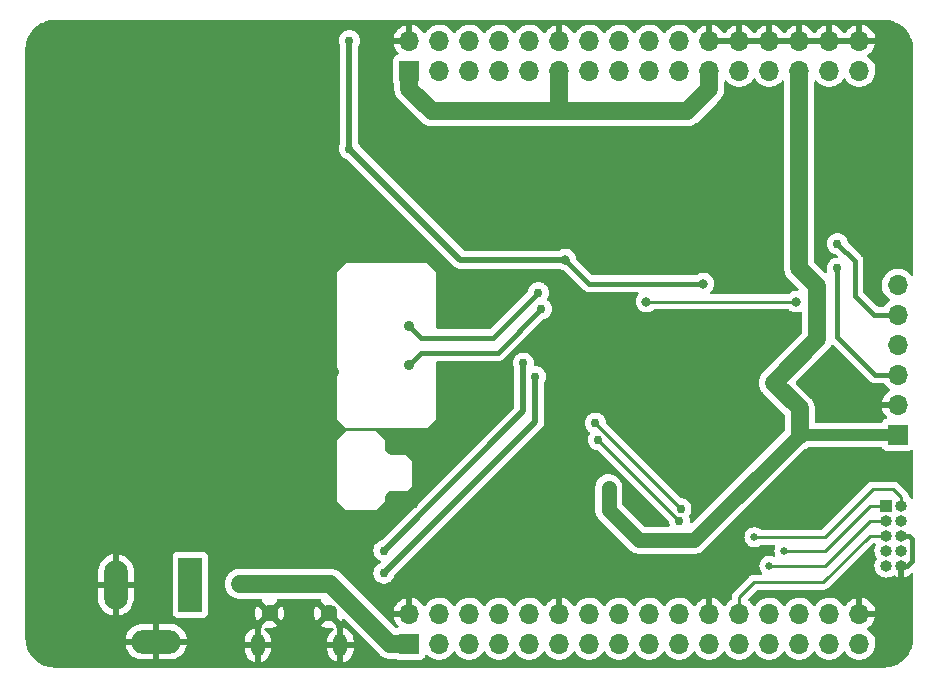
<source format=gbr>
%TF.GenerationSoftware,KiCad,Pcbnew,(6.0.5)*%
%TF.CreationDate,2022-06-14T16:15:44+07:00*%
%TF.ProjectId,atm128,61746d31-3238-42e6-9b69-6361645f7063,0.0*%
%TF.SameCoordinates,Original*%
%TF.FileFunction,Copper,L2,Bot*%
%TF.FilePolarity,Positive*%
%FSLAX46Y46*%
G04 Gerber Fmt 4.6, Leading zero omitted, Abs format (unit mm)*
G04 Created by KiCad (PCBNEW (6.0.5)) date 2022-06-14 16:15:44*
%MOMM*%
%LPD*%
G01*
G04 APERTURE LIST*
%TA.AperFunction,ComponentPad*%
%ADD10O,1.200000X1.900000*%
%TD*%
%TA.AperFunction,ComponentPad*%
%ADD11C,1.450000*%
%TD*%
%TA.AperFunction,ComponentPad*%
%ADD12R,2.000000X4.600000*%
%TD*%
%TA.AperFunction,ComponentPad*%
%ADD13O,2.000000X4.200000*%
%TD*%
%TA.AperFunction,ComponentPad*%
%ADD14O,4.200000X2.000000*%
%TD*%
%TA.AperFunction,ComponentPad*%
%ADD15R,1.700000X1.700000*%
%TD*%
%TA.AperFunction,ComponentPad*%
%ADD16O,1.700000X1.700000*%
%TD*%
%TA.AperFunction,ComponentPad*%
%ADD17R,1.000000X1.000000*%
%TD*%
%TA.AperFunction,ComponentPad*%
%ADD18O,1.000000X1.000000*%
%TD*%
%TA.AperFunction,ViaPad*%
%ADD19C,0.660400*%
%TD*%
%TA.AperFunction,ViaPad*%
%ADD20C,0.914400*%
%TD*%
%TA.AperFunction,ViaPad*%
%ADD21C,0.762000*%
%TD*%
%TA.AperFunction,ViaPad*%
%ADD22C,0.508000*%
%TD*%
%TA.AperFunction,ViaPad*%
%ADD23C,1.168400*%
%TD*%
%TA.AperFunction,ViaPad*%
%ADD24C,0.800000*%
%TD*%
%TA.AperFunction,Conductor*%
%ADD25C,0.250000*%
%TD*%
%TA.AperFunction,Conductor*%
%ADD26C,0.381000*%
%TD*%
%TA.AperFunction,Conductor*%
%ADD27C,1.524000*%
%TD*%
%TA.AperFunction,Conductor*%
%ADD28C,1.270000*%
%TD*%
%TA.AperFunction,Conductor*%
%ADD29C,1.016000*%
%TD*%
%TA.AperFunction,Conductor*%
%ADD30C,0.508000*%
%TD*%
%TA.AperFunction,Conductor*%
%ADD31C,0.254000*%
%TD*%
G04 APERTURE END LIST*
D10*
%TO.P,J6,6,Shield*%
%TO.N,GND*%
X73520000Y-78877500D03*
D11*
X79520000Y-76177500D03*
X74520000Y-76177500D03*
D10*
X80520000Y-78877500D03*
%TD*%
D12*
%TO.P,J1,1*%
%TO.N,/p*%
X67818000Y-73771989D03*
D13*
%TO.P,J1,2*%
%TO.N,GND*%
X61518000Y-73771989D03*
D14*
%TO.P,J1,3*%
X64918000Y-78571989D03*
%TD*%
D15*
%TO.P,J3,1,Pin_1*%
%TO.N,+5V*%
X86359989Y-78740000D03*
D16*
%TO.P,J3,2,Pin_2*%
%TO.N,GND*%
X86359989Y-76200000D03*
%TO.P,J3,3,Pin_3*%
%TO.N,/PC0*%
X88899989Y-78740000D03*
%TO.P,J3,4,Pin_4*%
%TO.N,/PC1*%
X88899989Y-76200000D03*
%TO.P,J3,5,Pin_5*%
%TO.N,/PC2*%
X91439989Y-78740000D03*
%TO.P,J3,6,Pin_6*%
%TO.N,/PC3*%
X91439989Y-76200000D03*
%TO.P,J3,7,Pin_7*%
%TO.N,/PC4*%
X93979989Y-78740000D03*
%TO.P,J3,8,Pin_8*%
%TO.N,/PC5*%
X93979989Y-76200000D03*
%TO.P,J3,9,Pin_9*%
%TO.N,/PC6*%
X96519989Y-78740000D03*
%TO.P,J3,10,Pin_10*%
%TO.N,/PC7*%
X96519989Y-76200000D03*
%TO.P,J3,11,Pin_11*%
%TO.N,+5V*%
X99059989Y-78740000D03*
%TO.P,J3,12,Pin_12*%
%TO.N,GND*%
X99059989Y-76200000D03*
%TO.P,J3,13,Pin_13*%
%TO.N,/PA6*%
X101599989Y-78740000D03*
%TO.P,J3,14,Pin_14*%
%TO.N,/PA7*%
X101599989Y-76200000D03*
%TO.P,J3,15,Pin_15*%
%TO.N,/PA4*%
X104139989Y-78740000D03*
%TO.P,J3,16,Pin_16*%
%TO.N,/PA5*%
X104139989Y-76200000D03*
%TO.P,J3,17,Pin_17*%
%TO.N,/PA2*%
X106679989Y-78740000D03*
%TO.P,J3,18,Pin_18*%
%TO.N,/PA3*%
X106679989Y-76200000D03*
%TO.P,J3,19,Pin_19*%
%TO.N,/PA0*%
X109219989Y-78740000D03*
%TO.P,J3,20,Pin_20*%
%TO.N,/PA1*%
X109219989Y-76200000D03*
%TO.P,J3,21,Pin_21*%
%TO.N,+5V*%
X111759989Y-78740000D03*
%TO.P,J3,22,Pin_22*%
%TO.N,GND*%
X111759989Y-76200000D03*
%TO.P,J3,23,Pin_23*%
%TO.N,/jtag_TDO*%
X114299989Y-78740000D03*
%TO.P,J3,24,Pin_24*%
%TO.N,/jtag_TDI*%
X114299989Y-76200000D03*
%TO.P,J3,25,Pin_25*%
%TO.N,/jtag_TCK*%
X116839989Y-78740000D03*
%TO.P,J3,26,Pin_26*%
%TO.N,/jtag_TMS*%
X116839989Y-76200000D03*
%TO.P,J3,27,Pin_27*%
%TO.N,/PF2*%
X119379989Y-78740000D03*
%TO.P,J3,28,Pin_28*%
%TO.N,/PF3*%
X119379989Y-76200000D03*
%TO.P,J3,29,Pin_29*%
%TO.N,/PF0*%
X121919989Y-78740000D03*
%TO.P,J3,30,Pin_30*%
%TO.N,/PF1*%
X121919989Y-76200000D03*
%TO.P,J3,31,Pin_31*%
%TO.N,+5V*%
X124459989Y-78740000D03*
%TO.P,J3,32,Pin_32*%
%TO.N,GND*%
X124459989Y-76200000D03*
%TD*%
D15*
%TO.P,J2,1,Pin_1*%
%TO.N,+5V*%
X86360000Y-30226000D03*
D16*
%TO.P,J2,2,Pin_2*%
%TO.N,GND*%
X86360000Y-27686000D03*
%TO.P,J2,3,Pin_3*%
%TO.N,/PD6*%
X88900000Y-30226000D03*
%TO.P,J2,4,Pin_4*%
%TO.N,/PD7*%
X88900000Y-27686000D03*
%TO.P,J2,5,Pin_5*%
%TO.N,/PD4*%
X91440000Y-30226000D03*
%TO.P,J2,6,Pin_6*%
%TO.N,/PD5*%
X91440000Y-27686000D03*
%TO.P,J2,7,Pin_7*%
%TO.N,/RXD1*%
X93980000Y-30226000D03*
%TO.P,J2,8,Pin_8*%
%TO.N,/TXD1*%
X93980000Y-27686000D03*
%TO.P,J2,9,Pin_9*%
%TO.N,/PD0*%
X96520000Y-30226000D03*
%TO.P,J2,10,Pin_10*%
%TO.N,/PD1*%
X96520000Y-27686000D03*
%TO.P,J2,11,Pin_11*%
%TO.N,+5V*%
X99060000Y-30226000D03*
%TO.P,J2,12,Pin_12*%
%TO.N,GND*%
X99060000Y-27686000D03*
%TO.P,J2,13,Pin_13*%
%TO.N,/PB6*%
X101600000Y-30226000D03*
%TO.P,J2,14,Pin_14*%
%TO.N,/PB7*%
X101600000Y-27686000D03*
%TO.P,J2,15,Pin_15*%
%TO.N,/PB4*%
X104140000Y-30226000D03*
%TO.P,J2,16,Pin_16*%
%TO.N,/PB5*%
X104140000Y-27686000D03*
%TO.P,J2,17,Pin_17*%
%TO.N,/SPI_MOSI*%
X106680000Y-30226000D03*
%TO.P,J2,18,Pin_18*%
%TO.N,/SPI_MISO*%
X106680000Y-27686000D03*
%TO.P,J2,19,Pin_19*%
%TO.N,/{slash}SPI_SS*%
X109220000Y-30226000D03*
%TO.P,J2,20,Pin_20*%
%TO.N,/SPI_SCK*%
X109220000Y-27686000D03*
%TO.P,J2,21,Pin_21*%
%TO.N,+5V*%
X111760000Y-30226000D03*
%TO.P,J2,22,Pin_22*%
%TO.N,GND*%
X111760000Y-27686000D03*
%TO.P,J2,23,Pin_23*%
%TO.N,+5V*%
X114300000Y-30226000D03*
%TO.P,J2,24,Pin_24*%
%TO.N,GND*%
X114300000Y-27686000D03*
%TO.P,J2,25,Pin_25*%
%TO.N,+5V*%
X116840000Y-30226000D03*
%TO.P,J2,26,Pin_26*%
%TO.N,GND*%
X116840000Y-27686000D03*
%TO.P,J2,27,Pin_27*%
%TO.N,+5V*%
X119380000Y-30226000D03*
%TO.P,J2,28,Pin_28*%
%TO.N,GND*%
X119380000Y-27686000D03*
%TO.P,J2,29,Pin_29*%
%TO.N,+5V*%
X121920000Y-30226000D03*
%TO.P,J2,30,Pin_30*%
%TO.N,GND*%
X121920000Y-27686000D03*
%TO.P,J2,31,Pin_31*%
%TO.N,+5V*%
X124460000Y-30226000D03*
%TO.P,J2,32,Pin_32*%
%TO.N,GND*%
X124460000Y-27686000D03*
%TD*%
D17*
%TO.P,J5,1,Pin_1*%
%TO.N,/jtag_TCK*%
X126746000Y-67056000D03*
D18*
%TO.P,J5,2,Pin_2*%
%TO.N,/jtag_TDO*%
X128016000Y-67056000D03*
%TO.P,J5,3,Pin_3*%
%TO.N,/jtag_TMS*%
X126746000Y-68326000D03*
%TO.P,J5,4,Pin_4*%
%TO.N,unconnected-(J5-Pad4)*%
X128016000Y-68326000D03*
%TO.P,J5,5,Pin_5*%
%TO.N,/jtag_TDI*%
X126746000Y-69596000D03*
%TO.P,J5,6,Pin_6*%
%TO.N,GND*%
X128016000Y-69596000D03*
%TO.P,J5,7,Pin_7*%
%TO.N,unconnected-(J5-Pad7)*%
X126746000Y-70866000D03*
%TO.P,J5,8,Pin_8*%
%TO.N,/{slash}reset*%
X128016000Y-70866000D03*
%TO.P,J5,9,Pin_9*%
%TO.N,+5V*%
X126746000Y-72136000D03*
%TO.P,J5,10,Pin_10*%
%TO.N,GND*%
X128016000Y-72136000D03*
%TD*%
D15*
%TO.P,J4,1,Pin_1*%
%TO.N,+5V*%
X127711200Y-61061600D03*
D16*
%TO.P,J4,2,Pin_2*%
%TO.N,GND*%
X127711200Y-58521600D03*
%TO.P,J4,3,Pin_3*%
%TO.N,/RXD0*%
X127711200Y-55981600D03*
%TO.P,J4,4,Pin_4*%
%TO.N,/SPI_SCK*%
X127711200Y-53441600D03*
%TO.P,J4,5,Pin_5*%
%TO.N,/TXD0*%
X127711200Y-50901600D03*
%TO.P,J4,6,Pin_6*%
%TO.N,/{slash}reset*%
X127711200Y-48361600D03*
%TD*%
D19*
%TO.N,GND*%
X105537000Y-55880000D03*
X99187000Y-57150000D03*
D20*
X56769000Y-61341000D03*
X121666000Y-34290000D03*
D19*
X99060000Y-54610000D03*
X56515000Y-48641000D03*
D21*
X68072000Y-47498000D03*
D19*
X59690000Y-54229000D03*
X100330000Y-50800000D03*
D20*
X105410000Y-66802000D03*
X104267000Y-59436000D03*
X56769000Y-65151000D03*
D21*
X98552000Y-47447200D03*
X69342000Y-47498000D03*
D20*
X121920000Y-58420000D03*
D22*
X77597000Y-71247000D03*
X79375000Y-46990000D03*
D19*
X59690000Y-47498000D03*
D22*
X88900000Y-55880000D03*
D20*
X79832200Y-51003200D03*
X57150000Y-37211000D03*
D22*
X79375000Y-57150000D03*
D19*
X101727000Y-57150000D03*
X58420000Y-49784000D03*
X57150000Y-54229000D03*
D22*
X85090000Y-33020000D03*
D21*
X86741000Y-61468000D03*
D19*
X58420000Y-54229000D03*
D20*
X109575600Y-54000400D03*
X123190000Y-57150000D03*
D19*
X57150000Y-49784000D03*
X55880000Y-47498000D03*
D20*
X75311000Y-29210000D03*
D21*
X86741000Y-66929000D03*
D19*
X107950000Y-53340000D03*
X55880000Y-56515000D03*
D22*
X86360000Y-44450000D03*
D19*
X55880000Y-51816000D03*
X101727000Y-54610000D03*
D22*
X85090000Y-35560000D03*
X85090000Y-38100000D03*
D19*
X60325000Y-48641000D03*
X58420000Y-47498000D03*
X60960000Y-47498000D03*
X57785000Y-55372000D03*
D20*
X71120000Y-52070000D03*
D19*
X59690000Y-49784000D03*
X60960000Y-51816000D03*
X62230000Y-47498000D03*
X60960000Y-54229000D03*
D22*
X71755000Y-53340000D03*
D19*
X60960000Y-49784000D03*
X60325000Y-50800000D03*
X117856000Y-52324000D03*
D21*
X66548000Y-47498000D03*
D22*
X83947000Y-41910000D03*
D19*
X60960000Y-56515000D03*
D21*
X115722400Y-57912000D03*
D19*
X61595000Y-55372000D03*
D22*
X85090000Y-43180000D03*
X77597000Y-70358000D03*
D19*
X117983000Y-53467000D03*
X62230000Y-51816000D03*
D22*
X82550000Y-40640000D03*
D19*
X57785000Y-52959000D03*
X104140000Y-52070000D03*
X55245000Y-48641000D03*
X104140000Y-54610000D03*
D20*
X74168000Y-27686000D03*
D19*
X57150000Y-47498000D03*
X104140000Y-57150000D03*
X100330000Y-53340000D03*
D22*
X82423000Y-45720000D03*
D19*
X56515000Y-52959000D03*
X57785000Y-50800000D03*
X61595000Y-50800000D03*
X55245000Y-52959000D03*
X57785000Y-48641000D03*
X55245000Y-50800000D03*
X59690000Y-56515000D03*
D22*
X72517000Y-51562000D03*
D21*
X115570000Y-45923200D03*
D19*
X56515000Y-55372000D03*
X62230000Y-54229000D03*
X62230000Y-49784000D03*
D22*
X76835000Y-67691000D03*
D19*
X59690000Y-51816000D03*
D20*
X76581000Y-27686000D03*
D22*
X81280000Y-41910000D03*
X83820000Y-34290000D03*
X82550000Y-35560000D03*
D19*
X58420000Y-51816000D03*
D22*
X88900000Y-57150000D03*
D20*
X121920000Y-55880000D03*
D22*
X79756000Y-62992000D03*
D19*
X100330000Y-58420000D03*
X61595000Y-52959000D03*
D22*
X86360000Y-39370000D03*
X79375000Y-48895000D03*
D20*
X56769000Y-32131000D03*
X122834800Y-42900600D03*
D19*
X55245000Y-55372000D03*
X60325000Y-52959000D03*
X61595000Y-48641000D03*
D22*
X79375000Y-52451000D03*
D20*
X116433600Y-52324000D03*
D22*
X81280000Y-44450000D03*
D19*
X104140000Y-49657000D03*
D22*
X79756000Y-61849000D03*
D20*
X98806000Y-42418000D03*
X65786000Y-28194000D03*
D19*
X100330000Y-55880000D03*
D22*
X72517000Y-52578000D03*
X77597000Y-69469000D03*
D20*
X108331000Y-64008000D03*
D19*
X57150000Y-56515000D03*
X58420000Y-56515000D03*
X106680000Y-52070000D03*
D20*
X80010000Y-55702200D03*
X120650000Y-57150000D03*
D22*
X88900000Y-58420000D03*
D19*
X99060000Y-52070000D03*
D22*
X83820000Y-36830000D03*
D20*
X55626000Y-35560000D03*
D19*
X62230000Y-56515000D03*
X101600000Y-52070000D03*
D22*
X82550000Y-43180000D03*
D19*
X57150000Y-51816000D03*
D20*
X73787000Y-36830000D03*
D22*
X79375000Y-59055000D03*
D20*
X121666000Y-37820600D03*
D22*
X77597000Y-67056000D03*
D19*
X55880000Y-49784000D03*
X55880000Y-54229000D03*
X56515000Y-50800000D03*
D22*
X83820000Y-44450000D03*
X77597000Y-72136000D03*
X88900000Y-50800000D03*
X80137000Y-60579000D03*
D20*
X122809000Y-40767000D03*
D21*
X114325400Y-59436000D03*
D19*
X105410000Y-53340000D03*
X60325000Y-55372000D03*
D22*
X79375000Y-54102000D03*
X82550000Y-33020000D03*
D19*
X106680000Y-54610000D03*
X116713000Y-53467000D03*
D20*
%TO.N,+5V*%
X117221000Y-56642000D03*
D23*
X103251000Y-65532000D03*
X72009000Y-73660000D03*
D20*
%TO.N,/XTAL1*%
X86360000Y-51816000D03*
D21*
X97282000Y-49022000D03*
%TO.N,/XTAL2*%
X97536000Y-50419000D03*
D20*
X86360000Y-55118000D03*
D21*
%TO.N,/RXD0*%
X122580400Y-46964600D03*
D24*
%TO.N,/SPI_SCK*%
X119126000Y-49784000D03*
X106426000Y-49784000D03*
D21*
%TO.N,/TXD0*%
X122605800Y-44881800D03*
D24*
%TO.N,/{slash}reset*%
X99568000Y-46228000D03*
D21*
X81280000Y-27686000D03*
D24*
X111252000Y-48260000D03*
D21*
X81280000Y-36830000D03*
D19*
%TO.N,/jtag_TCK*%
X118110000Y-70866000D03*
%TO.N,/jtag_TDO*%
X115570000Y-69723000D03*
%TO.N,/jtag_TMS*%
X116839989Y-72135989D03*
D21*
%TO.N,/PA1*%
X109220000Y-68326000D03*
X102362000Y-61468000D03*
%TO.N,/PA0*%
X109347000Y-67310000D03*
X102108000Y-60071000D03*
%TO.N,/RXD1*%
X97028000Y-56134000D03*
X84201000Y-72771000D03*
%TO.N,/TXD1*%
X84201000Y-70866000D03*
X96012000Y-54991000D03*
%TD*%
D25*
%TO.N,/SPI_SCK*%
X119126000Y-49784000D02*
X106426000Y-49784000D01*
D26*
%TO.N,/{slash}reset*%
X101600000Y-48260000D02*
X99568000Y-46228000D01*
X111252000Y-48260000D02*
X101600000Y-48260000D01*
%TO.N,GND*%
X128524000Y-72136000D02*
X128016000Y-72136000D01*
X128906011Y-69851011D02*
X128906011Y-71753989D01*
X128651000Y-69596000D02*
X128906011Y-69851011D01*
X128906011Y-71753989D02*
X128524000Y-72136000D01*
X128016000Y-69596000D02*
X128651000Y-69596000D01*
D27*
%TO.N,+5V*%
X86360000Y-31750000D02*
X88265000Y-33655000D01*
X120904000Y-48497620D02*
X120904000Y-52959000D01*
X120904000Y-52959000D02*
X117221000Y-56642000D01*
X119380000Y-30226000D02*
X119380000Y-46973620D01*
X86360000Y-30226000D02*
X86360000Y-31750000D01*
D28*
X103251000Y-67437000D02*
X105791000Y-69977000D01*
D27*
X111760000Y-31750000D02*
X111760000Y-30226000D01*
X119405400Y-58826400D02*
X119405400Y-61061600D01*
X117221000Y-56642000D02*
X119405400Y-58826400D01*
X99060000Y-30226000D02*
X99060000Y-33655000D01*
X88265000Y-33655000D02*
X99060000Y-33655000D01*
X109855000Y-33655000D02*
X111442500Y-32067500D01*
D28*
X105791000Y-69977000D02*
X110490000Y-69977000D01*
X103251000Y-65532000D02*
X103251000Y-67437000D01*
D27*
X119380000Y-46973620D02*
X120904000Y-48497620D01*
X79629000Y-73660000D02*
X84709000Y-78740000D01*
X72009000Y-73660000D02*
X79629000Y-73660000D01*
X84709000Y-78740000D02*
X86359989Y-78740000D01*
D29*
X119405400Y-61061600D02*
X127711200Y-61061600D01*
D28*
X110490000Y-69977000D02*
X119405400Y-61061600D01*
D27*
X99060000Y-33655000D02*
X109855000Y-33655000D01*
D26*
%TO.N,/XTAL1*%
X87376000Y-52832000D02*
X93472000Y-52832000D01*
X86360000Y-51816000D02*
X87376000Y-52832000D01*
X93472000Y-52832000D02*
X97282000Y-49022000D01*
%TO.N,/XTAL2*%
X97536000Y-50419000D02*
X93853000Y-54102000D01*
X93853000Y-54102000D02*
X87376000Y-54102000D01*
X87376000Y-54102000D02*
X86360000Y-55118000D01*
%TO.N,/RXD0*%
X125780800Y-55981600D02*
X127711200Y-55981600D01*
X122580400Y-52781200D02*
X125780800Y-55981600D01*
X122580400Y-46964600D02*
X122580400Y-52781200D01*
%TO.N,/TXD0*%
X124104400Y-46380400D02*
X124104400Y-49276000D01*
X125730000Y-50901600D02*
X127711200Y-50901600D01*
X122605800Y-44881800D02*
X124104400Y-46380400D01*
X124104400Y-49276000D02*
X125730000Y-50901600D01*
D30*
%TO.N,/{slash}reset*%
X90678000Y-46228000D02*
X99568000Y-46228000D01*
X81280000Y-27686000D02*
X81280000Y-36830000D01*
X81280000Y-36830000D02*
X90678000Y-46228000D01*
D31*
%TO.N,/jtag_TCK*%
X126746000Y-67056000D02*
X125349000Y-67056000D01*
X125349000Y-67056000D02*
X121539000Y-70866000D01*
X121539000Y-70866000D02*
X118110000Y-70866000D01*
%TO.N,/jtag_TDO*%
X125603000Y-65659000D02*
X121539000Y-69723000D01*
X127326106Y-65659000D02*
X125603000Y-65659000D01*
X128016000Y-66348894D02*
X127326106Y-65659000D01*
X128016000Y-67056000D02*
X128016000Y-66348894D01*
X121539000Y-69723000D02*
X115570000Y-69723000D01*
%TO.N,/jtag_TMS*%
X126746000Y-68326000D02*
X125349000Y-68326000D01*
X125349000Y-68326000D02*
X121539011Y-72135989D01*
X121539011Y-72135989D02*
X116839989Y-72135989D01*
%TO.N,/jtag_TDI*%
X115569989Y-73533011D02*
X114299989Y-74803011D01*
X125349000Y-69596000D02*
X121411989Y-73533011D01*
X126746000Y-69596000D02*
X125349000Y-69596000D01*
X121411989Y-73533011D02*
X115569989Y-73533011D01*
X114299989Y-74803011D02*
X114299989Y-76200000D01*
%TO.N,/PA1*%
X109220000Y-68326000D02*
X102362000Y-61468000D01*
%TO.N,/PA0*%
X102108000Y-60071000D02*
X109347000Y-67310000D01*
D30*
%TO.N,/RXD1*%
X84201000Y-72771000D02*
X97028000Y-59944000D01*
X97028000Y-59944000D02*
X97028000Y-56134000D01*
%TO.N,/TXD1*%
X96012000Y-59055000D02*
X96012000Y-54991000D01*
X84201000Y-70866000D02*
X96012000Y-59055000D01*
%TD*%
%TA.AperFunction,Conductor*%
%TO.N,GND*%
G36*
X126465993Y-25909977D02*
G01*
X126481211Y-25912328D01*
X126481212Y-25912328D01*
X126490081Y-25913698D01*
X126508067Y-25911324D01*
X126531468Y-25910431D01*
X126590874Y-25913698D01*
X126773444Y-25923739D01*
X126787483Y-25925305D01*
X127020834Y-25964694D01*
X127054131Y-25970315D01*
X127067918Y-25973446D01*
X127197885Y-26010750D01*
X127327849Y-26048053D01*
X127341200Y-26052711D01*
X127591126Y-26155969D01*
X127603871Y-26162093D01*
X127840658Y-26292707D01*
X127852637Y-26300221D01*
X128073294Y-26456541D01*
X128084356Y-26465350D01*
X128286111Y-26645414D01*
X128296115Y-26655406D01*
X128476418Y-26856936D01*
X128485241Y-26867987D01*
X128641836Y-27088462D01*
X128649364Y-27100432D01*
X128780261Y-27337053D01*
X128786401Y-27349789D01*
X128889958Y-27599577D01*
X128889964Y-27599592D01*
X128894638Y-27612938D01*
X128969562Y-27872786D01*
X128972706Y-27886547D01*
X129018040Y-28153137D01*
X129018044Y-28153158D01*
X129019627Y-28167204D01*
X129026131Y-28282892D01*
X129032828Y-28402034D01*
X129031527Y-28428489D01*
X129031430Y-28429115D01*
X129030048Y-28437992D01*
X129034175Y-28469549D01*
X129035239Y-28485888D01*
X129035239Y-47480346D01*
X129015237Y-47548467D01*
X128961581Y-47594960D01*
X128891307Y-47605064D01*
X128826727Y-47575570D01*
X128803447Y-47548787D01*
X128803240Y-47548467D01*
X128791214Y-47529877D01*
X128640870Y-47364651D01*
X128636819Y-47361452D01*
X128636815Y-47361448D01*
X128469614Y-47229400D01*
X128469610Y-47229398D01*
X128465559Y-47226198D01*
X128269989Y-47118238D01*
X128265120Y-47116514D01*
X128265116Y-47116512D01*
X128064287Y-47045395D01*
X128064283Y-47045394D01*
X128059412Y-47043669D01*
X128054319Y-47042762D01*
X128054316Y-47042761D01*
X127844573Y-47005400D01*
X127844567Y-47005399D01*
X127839484Y-47004494D01*
X127765652Y-47003592D01*
X127621281Y-47001828D01*
X127621279Y-47001828D01*
X127616111Y-47001765D01*
X127395291Y-47035555D01*
X127182956Y-47104957D01*
X127152643Y-47120737D01*
X127052983Y-47172617D01*
X126984807Y-47208107D01*
X126980674Y-47211210D01*
X126980671Y-47211212D01*
X126810300Y-47339130D01*
X126806165Y-47342235D01*
X126651829Y-47503738D01*
X126648915Y-47508010D01*
X126648914Y-47508011D01*
X126602247Y-47576422D01*
X126525943Y-47688280D01*
X126480118Y-47787003D01*
X126435274Y-47883611D01*
X126431888Y-47890905D01*
X126372189Y-48106170D01*
X126348451Y-48328295D01*
X126348748Y-48333448D01*
X126348748Y-48333451D01*
X126350125Y-48357331D01*
X126361310Y-48551315D01*
X126362447Y-48556361D01*
X126362448Y-48556367D01*
X126385401Y-48658215D01*
X126410422Y-48769239D01*
X126469693Y-48915206D01*
X126488819Y-48962308D01*
X126494466Y-48976216D01*
X126497165Y-48980620D01*
X126599497Y-49147611D01*
X126611187Y-49166688D01*
X126757450Y-49335538D01*
X126929326Y-49478232D01*
X126999795Y-49519411D01*
X127002645Y-49521076D01*
X127051369Y-49572714D01*
X127064440Y-49642497D01*
X127037709Y-49708269D01*
X126997255Y-49741627D01*
X126984807Y-49748107D01*
X126980674Y-49751210D01*
X126980671Y-49751212D01*
X126932343Y-49787498D01*
X126806165Y-49882235D01*
X126651829Y-50043738D01*
X126580975Y-50147607D01*
X126526066Y-50192607D01*
X126476889Y-50202600D01*
X126071725Y-50202600D01*
X126003604Y-50182598D01*
X125982630Y-50165695D01*
X124840305Y-49023370D01*
X124806279Y-48961058D01*
X124803400Y-48934275D01*
X124803400Y-46408989D01*
X124803692Y-46400419D01*
X124807053Y-46351124D01*
X124807053Y-46351120D01*
X124807569Y-46343548D01*
X124796737Y-46281485D01*
X124795775Y-46274964D01*
X124789122Y-46219982D01*
X124789121Y-46219979D01*
X124788209Y-46212440D01*
X124785523Y-46205331D01*
X124784677Y-46201888D01*
X124780814Y-46187763D01*
X124779786Y-46184358D01*
X124778481Y-46176882D01*
X124753165Y-46119210D01*
X124750677Y-46113115D01*
X124731090Y-46061280D01*
X124731089Y-46061278D01*
X124728406Y-46054178D01*
X124724109Y-46047926D01*
X124722466Y-46044783D01*
X124715371Y-46032035D01*
X124713530Y-46028923D01*
X124710477Y-46021967D01*
X124672132Y-45971993D01*
X124668261Y-45966666D01*
X124636881Y-45921007D01*
X124636880Y-45921005D01*
X124632579Y-45914748D01*
X124586720Y-45873889D01*
X124581445Y-45868909D01*
X123520695Y-44808160D01*
X123486670Y-44745848D01*
X123484480Y-44732236D01*
X123481345Y-44702408D01*
X123481345Y-44702407D01*
X123480655Y-44695844D01*
X123422875Y-44518015D01*
X123329385Y-44356085D01*
X123204270Y-44217131D01*
X123053000Y-44107227D01*
X123046972Y-44104543D01*
X123046970Y-44104542D01*
X122888216Y-44033860D01*
X122888214Y-44033860D01*
X122882185Y-44031175D01*
X122790737Y-44011737D01*
X122705747Y-43993672D01*
X122705743Y-43993672D01*
X122699290Y-43992300D01*
X122512310Y-43992300D01*
X122505857Y-43993672D01*
X122505853Y-43993672D01*
X122420862Y-44011738D01*
X122329415Y-44031175D01*
X122323386Y-44033860D01*
X122323384Y-44033860D01*
X122164630Y-44104542D01*
X122164628Y-44104543D01*
X122158600Y-44107227D01*
X122007330Y-44217131D01*
X121882215Y-44356085D01*
X121788725Y-44518015D01*
X121730945Y-44695844D01*
X121711400Y-44881800D01*
X121730945Y-45067756D01*
X121788725Y-45245585D01*
X121882215Y-45407515D01*
X121886633Y-45412422D01*
X121886634Y-45412423D01*
X121934240Y-45465294D01*
X122007330Y-45546469D01*
X122158600Y-45656373D01*
X122164628Y-45659057D01*
X122164630Y-45659058D01*
X122236499Y-45691056D01*
X122329415Y-45732425D01*
X122335864Y-45733796D01*
X122335868Y-45733797D01*
X122407117Y-45748941D01*
X122468762Y-45762044D01*
X122531660Y-45796195D01*
X122595470Y-45860005D01*
X122629496Y-45922317D01*
X122624431Y-45993132D01*
X122581884Y-46049968D01*
X122515364Y-46074779D01*
X122506375Y-46075100D01*
X122486910Y-46075100D01*
X122480457Y-46076472D01*
X122480453Y-46076472D01*
X122395462Y-46094538D01*
X122304015Y-46113975D01*
X122297986Y-46116660D01*
X122297984Y-46116660D01*
X122139230Y-46187342D01*
X122139228Y-46187343D01*
X122133200Y-46190027D01*
X122127859Y-46193907D01*
X122127858Y-46193908D01*
X122102351Y-46212440D01*
X121981930Y-46299931D01*
X121977517Y-46304833D01*
X121977515Y-46304834D01*
X121872060Y-46421954D01*
X121856815Y-46438885D01*
X121763325Y-46600815D01*
X121705545Y-46778644D01*
X121704855Y-46785207D01*
X121704855Y-46785208D01*
X121695648Y-46872807D01*
X121686000Y-46964600D01*
X121686690Y-46971165D01*
X121700039Y-47098166D01*
X121705545Y-47150556D01*
X121712363Y-47171540D01*
X121712713Y-47172617D01*
X121714739Y-47243585D01*
X121678076Y-47304382D01*
X121614363Y-47335706D01*
X121543829Y-47327612D01*
X121503787Y-47300649D01*
X120687403Y-46484264D01*
X120653379Y-46421954D01*
X120650500Y-46395171D01*
X120650500Y-31173328D01*
X120670502Y-31105207D01*
X120724158Y-31058714D01*
X120794432Y-31048610D01*
X120859012Y-31078104D01*
X120871737Y-31090830D01*
X120962865Y-31196031D01*
X120962869Y-31196035D01*
X120966250Y-31199938D01*
X121138126Y-31342632D01*
X121331000Y-31455338D01*
X121539692Y-31535030D01*
X121544760Y-31536061D01*
X121544763Y-31536062D01*
X121652017Y-31557883D01*
X121758597Y-31579567D01*
X121763772Y-31579757D01*
X121763774Y-31579757D01*
X121976673Y-31587564D01*
X121976677Y-31587564D01*
X121981837Y-31587753D01*
X121986957Y-31587097D01*
X121986959Y-31587097D01*
X122198288Y-31560025D01*
X122198289Y-31560025D01*
X122203416Y-31559368D01*
X122208366Y-31557883D01*
X122412429Y-31496661D01*
X122412434Y-31496659D01*
X122417384Y-31495174D01*
X122617994Y-31396896D01*
X122799860Y-31267173D01*
X122958096Y-31109489D01*
X122961116Y-31105287D01*
X123088453Y-30928077D01*
X123089776Y-30929028D01*
X123136645Y-30885857D01*
X123206580Y-30873625D01*
X123272026Y-30901144D01*
X123299875Y-30932994D01*
X123359987Y-31031088D01*
X123506250Y-31199938D01*
X123678126Y-31342632D01*
X123871000Y-31455338D01*
X124079692Y-31535030D01*
X124084760Y-31536061D01*
X124084763Y-31536062D01*
X124192017Y-31557883D01*
X124298597Y-31579567D01*
X124303772Y-31579757D01*
X124303774Y-31579757D01*
X124516673Y-31587564D01*
X124516677Y-31587564D01*
X124521837Y-31587753D01*
X124526957Y-31587097D01*
X124526959Y-31587097D01*
X124738288Y-31560025D01*
X124738289Y-31560025D01*
X124743416Y-31559368D01*
X124748366Y-31557883D01*
X124952429Y-31496661D01*
X124952434Y-31496659D01*
X124957384Y-31495174D01*
X125157994Y-31396896D01*
X125339860Y-31267173D01*
X125498096Y-31109489D01*
X125501116Y-31105287D01*
X125625435Y-30932277D01*
X125628453Y-30928077D01*
X125649320Y-30885857D01*
X125725136Y-30732453D01*
X125725137Y-30732451D01*
X125727430Y-30727811D01*
X125792370Y-30514069D01*
X125821529Y-30292590D01*
X125823156Y-30226000D01*
X125804852Y-30003361D01*
X125750431Y-29786702D01*
X125661354Y-29581840D01*
X125540014Y-29394277D01*
X125389670Y-29229051D01*
X125385619Y-29225852D01*
X125385615Y-29225848D01*
X125218414Y-29093800D01*
X125218410Y-29093798D01*
X125214359Y-29090598D01*
X125172569Y-29067529D01*
X125122598Y-29017097D01*
X125107826Y-28947654D01*
X125132942Y-28881248D01*
X125160294Y-28854641D01*
X125335328Y-28729792D01*
X125343200Y-28723139D01*
X125494052Y-28572812D01*
X125500730Y-28564965D01*
X125625003Y-28392020D01*
X125630313Y-28383183D01*
X125724670Y-28192267D01*
X125728469Y-28182672D01*
X125790377Y-27978910D01*
X125792555Y-27968837D01*
X125793986Y-27957962D01*
X125791775Y-27943778D01*
X125778617Y-27940000D01*
X111632000Y-27940000D01*
X111563879Y-27919998D01*
X111517386Y-27866342D01*
X111506000Y-27814000D01*
X111506000Y-27413885D01*
X112014000Y-27413885D01*
X112018475Y-27429124D01*
X112019865Y-27430329D01*
X112027548Y-27432000D01*
X114027885Y-27432000D01*
X114043124Y-27427525D01*
X114044329Y-27426135D01*
X114046000Y-27418452D01*
X114046000Y-27413885D01*
X114554000Y-27413885D01*
X114558475Y-27429124D01*
X114559865Y-27430329D01*
X114567548Y-27432000D01*
X116567885Y-27432000D01*
X116583124Y-27427525D01*
X116584329Y-27426135D01*
X116586000Y-27418452D01*
X116586000Y-27413885D01*
X117094000Y-27413885D01*
X117098475Y-27429124D01*
X117099865Y-27430329D01*
X117107548Y-27432000D01*
X119107885Y-27432000D01*
X119123124Y-27427525D01*
X119124329Y-27426135D01*
X119126000Y-27418452D01*
X119126000Y-27413885D01*
X119634000Y-27413885D01*
X119638475Y-27429124D01*
X119639865Y-27430329D01*
X119647548Y-27432000D01*
X121647885Y-27432000D01*
X121663124Y-27427525D01*
X121664329Y-27426135D01*
X121666000Y-27418452D01*
X121666000Y-27413885D01*
X122174000Y-27413885D01*
X122178475Y-27429124D01*
X122179865Y-27430329D01*
X122187548Y-27432000D01*
X124187885Y-27432000D01*
X124203124Y-27427525D01*
X124204329Y-27426135D01*
X124206000Y-27418452D01*
X124206000Y-27413885D01*
X124714000Y-27413885D01*
X124718475Y-27429124D01*
X124719865Y-27430329D01*
X124727548Y-27432000D01*
X125778344Y-27432000D01*
X125791875Y-27428027D01*
X125793180Y-27418947D01*
X125751214Y-27251875D01*
X125747894Y-27242124D01*
X125662972Y-27046814D01*
X125658105Y-27037739D01*
X125542426Y-26858926D01*
X125536136Y-26850757D01*
X125392806Y-26693240D01*
X125385273Y-26686215D01*
X125218139Y-26554222D01*
X125209552Y-26548517D01*
X125023117Y-26445599D01*
X125013705Y-26441369D01*
X124812959Y-26370280D01*
X124802988Y-26367646D01*
X124731837Y-26354972D01*
X124718540Y-26356432D01*
X124714000Y-26370989D01*
X124714000Y-27413885D01*
X124206000Y-27413885D01*
X124206000Y-26369102D01*
X124202082Y-26355758D01*
X124187806Y-26353771D01*
X124149324Y-26359660D01*
X124139288Y-26362051D01*
X123936868Y-26428212D01*
X123927359Y-26432209D01*
X123738463Y-26530542D01*
X123729738Y-26536036D01*
X123559433Y-26663905D01*
X123551726Y-26670748D01*
X123404590Y-26824717D01*
X123398104Y-26832727D01*
X123293193Y-26986521D01*
X123238282Y-27031524D01*
X123167757Y-27039695D01*
X123104010Y-27008441D01*
X123083313Y-26983957D01*
X123002427Y-26858926D01*
X122996136Y-26850757D01*
X122852806Y-26693240D01*
X122845273Y-26686215D01*
X122678139Y-26554222D01*
X122669552Y-26548517D01*
X122483117Y-26445599D01*
X122473705Y-26441369D01*
X122272959Y-26370280D01*
X122262988Y-26367646D01*
X122191837Y-26354972D01*
X122178540Y-26356432D01*
X122174000Y-26370989D01*
X122174000Y-27413885D01*
X121666000Y-27413885D01*
X121666000Y-26369102D01*
X121662082Y-26355758D01*
X121647806Y-26353771D01*
X121609324Y-26359660D01*
X121599288Y-26362051D01*
X121396868Y-26428212D01*
X121387359Y-26432209D01*
X121198463Y-26530542D01*
X121189738Y-26536036D01*
X121019433Y-26663905D01*
X121011726Y-26670748D01*
X120864590Y-26824717D01*
X120858104Y-26832727D01*
X120753193Y-26986521D01*
X120698282Y-27031524D01*
X120627757Y-27039695D01*
X120564010Y-27008441D01*
X120543313Y-26983957D01*
X120462427Y-26858926D01*
X120456136Y-26850757D01*
X120312806Y-26693240D01*
X120305273Y-26686215D01*
X120138139Y-26554222D01*
X120129552Y-26548517D01*
X119943117Y-26445599D01*
X119933705Y-26441369D01*
X119732959Y-26370280D01*
X119722988Y-26367646D01*
X119651837Y-26354972D01*
X119638540Y-26356432D01*
X119634000Y-26370989D01*
X119634000Y-27413885D01*
X119126000Y-27413885D01*
X119126000Y-26369102D01*
X119122082Y-26355758D01*
X119107806Y-26353771D01*
X119069324Y-26359660D01*
X119059288Y-26362051D01*
X118856868Y-26428212D01*
X118847359Y-26432209D01*
X118658463Y-26530542D01*
X118649738Y-26536036D01*
X118479433Y-26663905D01*
X118471726Y-26670748D01*
X118324590Y-26824717D01*
X118318104Y-26832727D01*
X118213193Y-26986521D01*
X118158282Y-27031524D01*
X118087757Y-27039695D01*
X118024010Y-27008441D01*
X118003313Y-26983957D01*
X117922427Y-26858926D01*
X117916136Y-26850757D01*
X117772806Y-26693240D01*
X117765273Y-26686215D01*
X117598139Y-26554222D01*
X117589552Y-26548517D01*
X117403117Y-26445599D01*
X117393705Y-26441369D01*
X117192959Y-26370280D01*
X117182988Y-26367646D01*
X117111837Y-26354972D01*
X117098540Y-26356432D01*
X117094000Y-26370989D01*
X117094000Y-27413885D01*
X116586000Y-27413885D01*
X116586000Y-26369102D01*
X116582082Y-26355758D01*
X116567806Y-26353771D01*
X116529324Y-26359660D01*
X116519288Y-26362051D01*
X116316868Y-26428212D01*
X116307359Y-26432209D01*
X116118463Y-26530542D01*
X116109738Y-26536036D01*
X115939433Y-26663905D01*
X115931726Y-26670748D01*
X115784590Y-26824717D01*
X115778104Y-26832727D01*
X115673193Y-26986521D01*
X115618282Y-27031524D01*
X115547757Y-27039695D01*
X115484010Y-27008441D01*
X115463313Y-26983957D01*
X115382427Y-26858926D01*
X115376136Y-26850757D01*
X115232806Y-26693240D01*
X115225273Y-26686215D01*
X115058139Y-26554222D01*
X115049552Y-26548517D01*
X114863117Y-26445599D01*
X114853705Y-26441369D01*
X114652959Y-26370280D01*
X114642988Y-26367646D01*
X114571837Y-26354972D01*
X114558540Y-26356432D01*
X114554000Y-26370989D01*
X114554000Y-27413885D01*
X114046000Y-27413885D01*
X114046000Y-26369102D01*
X114042082Y-26355758D01*
X114027806Y-26353771D01*
X113989324Y-26359660D01*
X113979288Y-26362051D01*
X113776868Y-26428212D01*
X113767359Y-26432209D01*
X113578463Y-26530542D01*
X113569738Y-26536036D01*
X113399433Y-26663905D01*
X113391726Y-26670748D01*
X113244590Y-26824717D01*
X113238104Y-26832727D01*
X113133193Y-26986521D01*
X113078282Y-27031524D01*
X113007757Y-27039695D01*
X112944010Y-27008441D01*
X112923313Y-26983957D01*
X112842427Y-26858926D01*
X112836136Y-26850757D01*
X112692806Y-26693240D01*
X112685273Y-26686215D01*
X112518139Y-26554222D01*
X112509552Y-26548517D01*
X112323117Y-26445599D01*
X112313705Y-26441369D01*
X112112959Y-26370280D01*
X112102988Y-26367646D01*
X112031837Y-26354972D01*
X112018540Y-26356432D01*
X112014000Y-26370989D01*
X112014000Y-27413885D01*
X111506000Y-27413885D01*
X111506000Y-26369102D01*
X111502082Y-26355758D01*
X111487806Y-26353771D01*
X111449324Y-26359660D01*
X111439288Y-26362051D01*
X111236868Y-26428212D01*
X111227359Y-26432209D01*
X111038463Y-26530542D01*
X111029738Y-26536036D01*
X110859433Y-26663905D01*
X110851726Y-26670748D01*
X110704590Y-26824717D01*
X110698109Y-26832722D01*
X110593498Y-26986074D01*
X110538587Y-27031076D01*
X110468062Y-27039247D01*
X110404315Y-27007993D01*
X110383618Y-26983509D01*
X110302822Y-26858617D01*
X110302820Y-26858614D01*
X110300014Y-26854277D01*
X110149670Y-26689051D01*
X110145619Y-26685852D01*
X110145615Y-26685848D01*
X109978414Y-26553800D01*
X109978410Y-26553798D01*
X109974359Y-26550598D01*
X109938028Y-26530542D01*
X109922136Y-26521769D01*
X109778789Y-26442638D01*
X109773920Y-26440914D01*
X109773916Y-26440912D01*
X109573087Y-26369795D01*
X109573083Y-26369794D01*
X109568212Y-26368069D01*
X109563119Y-26367162D01*
X109563116Y-26367161D01*
X109353373Y-26329800D01*
X109353367Y-26329799D01*
X109348284Y-26328894D01*
X109274452Y-26327992D01*
X109130081Y-26326228D01*
X109130079Y-26326228D01*
X109124911Y-26326165D01*
X108904091Y-26359955D01*
X108691756Y-26429357D01*
X108493607Y-26532507D01*
X108489474Y-26535610D01*
X108489471Y-26535612D01*
X108319100Y-26663530D01*
X108314965Y-26666635D01*
X108311393Y-26670373D01*
X108219729Y-26766294D01*
X108160629Y-26828138D01*
X108053201Y-26985621D01*
X107998293Y-27030621D01*
X107927768Y-27038792D01*
X107864021Y-27007538D01*
X107843324Y-26983054D01*
X107762822Y-26858617D01*
X107762820Y-26858614D01*
X107760014Y-26854277D01*
X107609670Y-26689051D01*
X107605619Y-26685852D01*
X107605615Y-26685848D01*
X107438414Y-26553800D01*
X107438410Y-26553798D01*
X107434359Y-26550598D01*
X107398028Y-26530542D01*
X107382136Y-26521769D01*
X107238789Y-26442638D01*
X107233920Y-26440914D01*
X107233916Y-26440912D01*
X107033087Y-26369795D01*
X107033083Y-26369794D01*
X107028212Y-26368069D01*
X107023119Y-26367162D01*
X107023116Y-26367161D01*
X106813373Y-26329800D01*
X106813367Y-26329799D01*
X106808284Y-26328894D01*
X106734452Y-26327992D01*
X106590081Y-26326228D01*
X106590079Y-26326228D01*
X106584911Y-26326165D01*
X106364091Y-26359955D01*
X106151756Y-26429357D01*
X105953607Y-26532507D01*
X105949474Y-26535610D01*
X105949471Y-26535612D01*
X105779100Y-26663530D01*
X105774965Y-26666635D01*
X105771393Y-26670373D01*
X105679729Y-26766294D01*
X105620629Y-26828138D01*
X105513201Y-26985621D01*
X105458293Y-27030621D01*
X105387768Y-27038792D01*
X105324021Y-27007538D01*
X105303324Y-26983054D01*
X105222822Y-26858617D01*
X105222820Y-26858614D01*
X105220014Y-26854277D01*
X105069670Y-26689051D01*
X105065619Y-26685852D01*
X105065615Y-26685848D01*
X104898414Y-26553800D01*
X104898410Y-26553798D01*
X104894359Y-26550598D01*
X104858028Y-26530542D01*
X104842136Y-26521769D01*
X104698789Y-26442638D01*
X104693920Y-26440914D01*
X104693916Y-26440912D01*
X104493087Y-26369795D01*
X104493083Y-26369794D01*
X104488212Y-26368069D01*
X104483119Y-26367162D01*
X104483116Y-26367161D01*
X104273373Y-26329800D01*
X104273367Y-26329799D01*
X104268284Y-26328894D01*
X104194452Y-26327992D01*
X104050081Y-26326228D01*
X104050079Y-26326228D01*
X104044911Y-26326165D01*
X103824091Y-26359955D01*
X103611756Y-26429357D01*
X103413607Y-26532507D01*
X103409474Y-26535610D01*
X103409471Y-26535612D01*
X103239100Y-26663530D01*
X103234965Y-26666635D01*
X103231393Y-26670373D01*
X103139729Y-26766294D01*
X103080629Y-26828138D01*
X102973201Y-26985621D01*
X102918293Y-27030621D01*
X102847768Y-27038792D01*
X102784021Y-27007538D01*
X102763324Y-26983054D01*
X102682822Y-26858617D01*
X102682820Y-26858614D01*
X102680014Y-26854277D01*
X102529670Y-26689051D01*
X102525619Y-26685852D01*
X102525615Y-26685848D01*
X102358414Y-26553800D01*
X102358410Y-26553798D01*
X102354359Y-26550598D01*
X102318028Y-26530542D01*
X102302136Y-26521769D01*
X102158789Y-26442638D01*
X102153920Y-26440914D01*
X102153916Y-26440912D01*
X101953087Y-26369795D01*
X101953083Y-26369794D01*
X101948212Y-26368069D01*
X101943119Y-26367162D01*
X101943116Y-26367161D01*
X101733373Y-26329800D01*
X101733367Y-26329799D01*
X101728284Y-26328894D01*
X101654452Y-26327992D01*
X101510081Y-26326228D01*
X101510079Y-26326228D01*
X101504911Y-26326165D01*
X101284091Y-26359955D01*
X101071756Y-26429357D01*
X100873607Y-26532507D01*
X100869474Y-26535610D01*
X100869471Y-26535612D01*
X100699100Y-26663530D01*
X100694965Y-26666635D01*
X100691393Y-26670373D01*
X100599729Y-26766294D01*
X100540629Y-26828138D01*
X100537720Y-26832403D01*
X100537714Y-26832411D01*
X100513446Y-26867987D01*
X100433204Y-26985618D01*
X100432898Y-26986066D01*
X100377987Y-27031069D01*
X100307462Y-27039240D01*
X100243715Y-27007986D01*
X100223018Y-26983502D01*
X100142426Y-26858926D01*
X100136136Y-26850757D01*
X99992806Y-26693240D01*
X99985273Y-26686215D01*
X99818139Y-26554222D01*
X99809552Y-26548517D01*
X99623117Y-26445599D01*
X99613705Y-26441369D01*
X99412959Y-26370280D01*
X99402988Y-26367646D01*
X99331837Y-26354972D01*
X99318540Y-26356432D01*
X99314000Y-26370989D01*
X99314000Y-27814000D01*
X99293998Y-27882121D01*
X99240342Y-27928614D01*
X99188000Y-27940000D01*
X98932000Y-27940000D01*
X98863879Y-27919998D01*
X98817386Y-27866342D01*
X98806000Y-27814000D01*
X98806000Y-26369102D01*
X98802082Y-26355758D01*
X98787806Y-26353771D01*
X98749324Y-26359660D01*
X98739288Y-26362051D01*
X98536868Y-26428212D01*
X98527359Y-26432209D01*
X98338463Y-26530542D01*
X98329738Y-26536036D01*
X98159433Y-26663905D01*
X98151726Y-26670748D01*
X98004590Y-26824717D01*
X97998109Y-26832722D01*
X97893498Y-26986074D01*
X97838587Y-27031076D01*
X97768062Y-27039247D01*
X97704315Y-27007993D01*
X97683618Y-26983509D01*
X97602822Y-26858617D01*
X97602820Y-26858614D01*
X97600014Y-26854277D01*
X97449670Y-26689051D01*
X97445619Y-26685852D01*
X97445615Y-26685848D01*
X97278414Y-26553800D01*
X97278410Y-26553798D01*
X97274359Y-26550598D01*
X97238028Y-26530542D01*
X97222136Y-26521769D01*
X97078789Y-26442638D01*
X97073920Y-26440914D01*
X97073916Y-26440912D01*
X96873087Y-26369795D01*
X96873083Y-26369794D01*
X96868212Y-26368069D01*
X96863119Y-26367162D01*
X96863116Y-26367161D01*
X96653373Y-26329800D01*
X96653367Y-26329799D01*
X96648284Y-26328894D01*
X96574452Y-26327992D01*
X96430081Y-26326228D01*
X96430079Y-26326228D01*
X96424911Y-26326165D01*
X96204091Y-26359955D01*
X95991756Y-26429357D01*
X95793607Y-26532507D01*
X95789474Y-26535610D01*
X95789471Y-26535612D01*
X95619100Y-26663530D01*
X95614965Y-26666635D01*
X95611393Y-26670373D01*
X95519729Y-26766294D01*
X95460629Y-26828138D01*
X95353201Y-26985621D01*
X95298293Y-27030621D01*
X95227768Y-27038792D01*
X95164021Y-27007538D01*
X95143324Y-26983054D01*
X95062822Y-26858617D01*
X95062820Y-26858614D01*
X95060014Y-26854277D01*
X94909670Y-26689051D01*
X94905619Y-26685852D01*
X94905615Y-26685848D01*
X94738414Y-26553800D01*
X94738410Y-26553798D01*
X94734359Y-26550598D01*
X94698028Y-26530542D01*
X94682136Y-26521769D01*
X94538789Y-26442638D01*
X94533920Y-26440914D01*
X94533916Y-26440912D01*
X94333087Y-26369795D01*
X94333083Y-26369794D01*
X94328212Y-26368069D01*
X94323119Y-26367162D01*
X94323116Y-26367161D01*
X94113373Y-26329800D01*
X94113367Y-26329799D01*
X94108284Y-26328894D01*
X94034452Y-26327992D01*
X93890081Y-26326228D01*
X93890079Y-26326228D01*
X93884911Y-26326165D01*
X93664091Y-26359955D01*
X93451756Y-26429357D01*
X93253607Y-26532507D01*
X93249474Y-26535610D01*
X93249471Y-26535612D01*
X93079100Y-26663530D01*
X93074965Y-26666635D01*
X93071393Y-26670373D01*
X92979729Y-26766294D01*
X92920629Y-26828138D01*
X92813201Y-26985621D01*
X92758293Y-27030621D01*
X92687768Y-27038792D01*
X92624021Y-27007538D01*
X92603324Y-26983054D01*
X92522822Y-26858617D01*
X92522820Y-26858614D01*
X92520014Y-26854277D01*
X92369670Y-26689051D01*
X92365619Y-26685852D01*
X92365615Y-26685848D01*
X92198414Y-26553800D01*
X92198410Y-26553798D01*
X92194359Y-26550598D01*
X92158028Y-26530542D01*
X92142136Y-26521769D01*
X91998789Y-26442638D01*
X91993920Y-26440914D01*
X91993916Y-26440912D01*
X91793087Y-26369795D01*
X91793083Y-26369794D01*
X91788212Y-26368069D01*
X91783119Y-26367162D01*
X91783116Y-26367161D01*
X91573373Y-26329800D01*
X91573367Y-26329799D01*
X91568284Y-26328894D01*
X91494452Y-26327992D01*
X91350081Y-26326228D01*
X91350079Y-26326228D01*
X91344911Y-26326165D01*
X91124091Y-26359955D01*
X90911756Y-26429357D01*
X90713607Y-26532507D01*
X90709474Y-26535610D01*
X90709471Y-26535612D01*
X90539100Y-26663530D01*
X90534965Y-26666635D01*
X90531393Y-26670373D01*
X90439729Y-26766294D01*
X90380629Y-26828138D01*
X90273201Y-26985621D01*
X90218293Y-27030621D01*
X90147768Y-27038792D01*
X90084021Y-27007538D01*
X90063324Y-26983054D01*
X89982822Y-26858617D01*
X89982820Y-26858614D01*
X89980014Y-26854277D01*
X89829670Y-26689051D01*
X89825619Y-26685852D01*
X89825615Y-26685848D01*
X89658414Y-26553800D01*
X89658410Y-26553798D01*
X89654359Y-26550598D01*
X89618028Y-26530542D01*
X89602136Y-26521769D01*
X89458789Y-26442638D01*
X89453920Y-26440914D01*
X89453916Y-26440912D01*
X89253087Y-26369795D01*
X89253083Y-26369794D01*
X89248212Y-26368069D01*
X89243119Y-26367162D01*
X89243116Y-26367161D01*
X89033373Y-26329800D01*
X89033367Y-26329799D01*
X89028284Y-26328894D01*
X88954452Y-26327992D01*
X88810081Y-26326228D01*
X88810079Y-26326228D01*
X88804911Y-26326165D01*
X88584091Y-26359955D01*
X88371756Y-26429357D01*
X88173607Y-26532507D01*
X88169474Y-26535610D01*
X88169471Y-26535612D01*
X87999100Y-26663530D01*
X87994965Y-26666635D01*
X87991393Y-26670373D01*
X87899729Y-26766294D01*
X87840629Y-26828138D01*
X87837720Y-26832403D01*
X87837714Y-26832411D01*
X87813446Y-26867987D01*
X87733204Y-26985618D01*
X87732898Y-26986066D01*
X87677987Y-27031069D01*
X87607462Y-27039240D01*
X87543715Y-27007986D01*
X87523018Y-26983502D01*
X87442426Y-26858926D01*
X87436136Y-26850757D01*
X87292806Y-26693240D01*
X87285273Y-26686215D01*
X87118139Y-26554222D01*
X87109552Y-26548517D01*
X86923117Y-26445599D01*
X86913705Y-26441369D01*
X86712959Y-26370280D01*
X86702988Y-26367646D01*
X86631837Y-26354972D01*
X86618540Y-26356432D01*
X86614000Y-26370989D01*
X86614000Y-27814000D01*
X86593998Y-27882121D01*
X86540342Y-27928614D01*
X86488000Y-27940000D01*
X85043225Y-27940000D01*
X85029694Y-27943973D01*
X85028257Y-27953966D01*
X85058565Y-28088446D01*
X85061645Y-28098275D01*
X85141770Y-28295603D01*
X85146413Y-28304794D01*
X85257694Y-28486388D01*
X85263777Y-28494699D01*
X85403213Y-28655667D01*
X85410577Y-28662879D01*
X85415522Y-28666985D01*
X85455156Y-28725889D01*
X85456653Y-28796870D01*
X85419537Y-28857392D01*
X85379264Y-28881910D01*
X85271705Y-28922232D01*
X85271704Y-28922233D01*
X85263295Y-28925385D01*
X85146739Y-29012739D01*
X85059385Y-29129295D01*
X85008255Y-29265684D01*
X85001500Y-29327866D01*
X85001500Y-31124134D01*
X85008255Y-31186316D01*
X85059385Y-31322705D01*
X85064771Y-31329891D01*
X85069079Y-31337760D01*
X85067759Y-31338483D01*
X85089174Y-31395807D01*
X85089500Y-31404863D01*
X85089500Y-31657819D01*
X85088422Y-31674266D01*
X85085484Y-31696582D01*
X85085749Y-31702194D01*
X85089360Y-31778767D01*
X85089500Y-31784703D01*
X85089500Y-31807535D01*
X85089749Y-31810321D01*
X85089749Y-31810329D01*
X85091845Y-31833813D01*
X85092203Y-31839056D01*
X85096168Y-31923123D01*
X85097418Y-31928582D01*
X85097419Y-31928587D01*
X85100229Y-31940855D01*
X85102910Y-31957786D01*
X85104526Y-31975895D01*
X85106008Y-31981311D01*
X85126728Y-32057052D01*
X85128014Y-32062171D01*
X85146799Y-32144193D01*
X85148999Y-32149350D01*
X85149001Y-32149357D01*
X85153932Y-32160917D01*
X85159569Y-32177104D01*
X85162887Y-32189231D01*
X85164370Y-32194651D01*
X85166785Y-32199714D01*
X85166789Y-32199725D01*
X85200603Y-32270616D01*
X85202772Y-32275418D01*
X85235779Y-32352802D01*
X85238858Y-32357490D01*
X85238859Y-32357491D01*
X85245761Y-32367998D01*
X85254173Y-32382926D01*
X85262007Y-32399351D01*
X85265281Y-32403907D01*
X85265282Y-32403909D01*
X85311113Y-32467689D01*
X85314102Y-32472038D01*
X85349151Y-32525395D01*
X85360293Y-32542358D01*
X85363364Y-32545804D01*
X85363365Y-32545806D01*
X85379027Y-32563383D01*
X85387279Y-32573683D01*
X85394351Y-32583526D01*
X85398380Y-32587430D01*
X85471822Y-32658601D01*
X85473232Y-32659990D01*
X87301437Y-34488195D01*
X87312306Y-34500589D01*
X87322586Y-34513987D01*
X87322591Y-34513993D01*
X87326009Y-34518447D01*
X87330162Y-34522226D01*
X87330163Y-34522227D01*
X87386871Y-34573827D01*
X87391167Y-34577926D01*
X87407304Y-34594063D01*
X87427586Y-34611021D01*
X87431507Y-34614442D01*
X87493752Y-34671081D01*
X87509163Y-34680748D01*
X87523027Y-34690821D01*
X87532680Y-34698893D01*
X87532685Y-34698896D01*
X87536978Y-34702486D01*
X87541841Y-34705260D01*
X87541850Y-34705266D01*
X87610073Y-34744180D01*
X87614601Y-34746890D01*
X87681117Y-34788616D01*
X87681126Y-34788621D01*
X87685874Y-34791599D01*
X87702749Y-34798382D01*
X87718174Y-34805839D01*
X87733978Y-34814854D01*
X87739266Y-34816726D01*
X87739269Y-34816728D01*
X87813327Y-34842953D01*
X87818235Y-34844808D01*
X87896301Y-34876190D01*
X87901796Y-34877328D01*
X87914104Y-34879877D01*
X87930615Y-34884487D01*
X87939333Y-34887574D01*
X87947762Y-34890559D01*
X88019216Y-34902260D01*
X88030803Y-34904157D01*
X88035994Y-34905119D01*
X88113861Y-34921245D01*
X88113865Y-34921245D01*
X88118382Y-34922181D01*
X88122989Y-34922447D01*
X88122992Y-34922447D01*
X88146494Y-34923802D01*
X88159599Y-34925249D01*
X88166027Y-34926301D01*
X88166034Y-34926301D01*
X88171575Y-34927209D01*
X88177188Y-34927121D01*
X88177190Y-34927121D01*
X88279355Y-34925516D01*
X88281334Y-34925500D01*
X99018296Y-34925500D01*
X99025550Y-34925709D01*
X99094463Y-34929683D01*
X99094466Y-34929683D01*
X99100069Y-34930006D01*
X99123908Y-34927121D01*
X99129759Y-34926413D01*
X99144897Y-34925500D01*
X109762819Y-34925500D01*
X109779266Y-34926578D01*
X109796012Y-34928783D01*
X109796016Y-34928783D01*
X109801582Y-34929516D01*
X109883768Y-34925640D01*
X109889703Y-34925500D01*
X109912535Y-34925500D01*
X109915321Y-34925251D01*
X109915329Y-34925251D01*
X109938813Y-34923155D01*
X109944077Y-34922796D01*
X110002108Y-34920059D01*
X110028123Y-34918832D01*
X110033582Y-34917582D01*
X110033587Y-34917581D01*
X110045855Y-34914771D01*
X110062786Y-34912090D01*
X110067363Y-34911682D01*
X110080895Y-34910474D01*
X110162052Y-34888272D01*
X110167171Y-34886986D01*
X110209341Y-34877328D01*
X110249193Y-34868201D01*
X110254350Y-34866001D01*
X110254357Y-34865999D01*
X110265917Y-34861068D01*
X110282104Y-34855431D01*
X110294231Y-34852113D01*
X110294234Y-34852112D01*
X110299651Y-34850630D01*
X110304714Y-34848215D01*
X110304725Y-34848211D01*
X110375616Y-34814397D01*
X110380418Y-34812228D01*
X110457802Y-34779221D01*
X110472998Y-34769239D01*
X110487926Y-34760827D01*
X110504351Y-34752993D01*
X110508909Y-34749718D01*
X110572689Y-34703887D01*
X110577038Y-34700898D01*
X110643502Y-34657240D01*
X110643503Y-34657239D01*
X110647358Y-34654707D01*
X110668386Y-34635970D01*
X110678686Y-34627719D01*
X110683971Y-34623922D01*
X110683972Y-34623921D01*
X110688526Y-34620649D01*
X110763601Y-34543178D01*
X110764990Y-34541768D01*
X112379568Y-32927191D01*
X112381563Y-32925196D01*
X112489986Y-32795522D01*
X112490837Y-32796234D01*
X112510391Y-32775741D01*
X112618990Y-32692411D01*
X112623447Y-32688991D01*
X112651100Y-32658601D01*
X112772308Y-32525395D01*
X112772310Y-32525392D01*
X112776081Y-32521248D01*
X112779062Y-32516496D01*
X112893616Y-32333882D01*
X112893618Y-32333878D01*
X112896599Y-32329126D01*
X112981190Y-32118699D01*
X113027181Y-31896618D01*
X113030500Y-31839056D01*
X113030500Y-31173328D01*
X113050502Y-31105207D01*
X113104158Y-31058714D01*
X113174432Y-31048610D01*
X113239012Y-31078104D01*
X113251737Y-31090830D01*
X113342865Y-31196031D01*
X113342869Y-31196035D01*
X113346250Y-31199938D01*
X113518126Y-31342632D01*
X113711000Y-31455338D01*
X113919692Y-31535030D01*
X113924760Y-31536061D01*
X113924763Y-31536062D01*
X114032017Y-31557883D01*
X114138597Y-31579567D01*
X114143772Y-31579757D01*
X114143774Y-31579757D01*
X114356673Y-31587564D01*
X114356677Y-31587564D01*
X114361837Y-31587753D01*
X114366957Y-31587097D01*
X114366959Y-31587097D01*
X114578288Y-31560025D01*
X114578289Y-31560025D01*
X114583416Y-31559368D01*
X114588366Y-31557883D01*
X114792429Y-31496661D01*
X114792434Y-31496659D01*
X114797384Y-31495174D01*
X114997994Y-31396896D01*
X115179860Y-31267173D01*
X115338096Y-31109489D01*
X115341116Y-31105287D01*
X115468453Y-30928077D01*
X115469776Y-30929028D01*
X115516645Y-30885857D01*
X115586580Y-30873625D01*
X115652026Y-30901144D01*
X115679875Y-30932994D01*
X115739987Y-31031088D01*
X115886250Y-31199938D01*
X116058126Y-31342632D01*
X116251000Y-31455338D01*
X116459692Y-31535030D01*
X116464760Y-31536061D01*
X116464763Y-31536062D01*
X116572017Y-31557883D01*
X116678597Y-31579567D01*
X116683772Y-31579757D01*
X116683774Y-31579757D01*
X116896673Y-31587564D01*
X116896677Y-31587564D01*
X116901837Y-31587753D01*
X116906957Y-31587097D01*
X116906959Y-31587097D01*
X117118288Y-31560025D01*
X117118289Y-31560025D01*
X117123416Y-31559368D01*
X117128366Y-31557883D01*
X117332429Y-31496661D01*
X117332434Y-31496659D01*
X117337384Y-31495174D01*
X117537994Y-31396896D01*
X117719860Y-31267173D01*
X117878096Y-31109489D01*
X117881112Y-31105291D01*
X117881116Y-31105287D01*
X117881175Y-31105205D01*
X117881207Y-31105180D01*
X117884465Y-31101352D01*
X117885255Y-31102024D01*
X117937168Y-31061555D01*
X118007871Y-31055106D01*
X118070836Y-31087907D01*
X118106073Y-31149542D01*
X118109500Y-31178727D01*
X118109500Y-46881439D01*
X118108422Y-46897886D01*
X118105484Y-46920202D01*
X118107898Y-46971392D01*
X118109360Y-47002387D01*
X118109500Y-47008323D01*
X118109500Y-47031155D01*
X118109749Y-47033941D01*
X118109749Y-47033949D01*
X118111845Y-47057433D01*
X118112204Y-47062697D01*
X118116168Y-47146743D01*
X118117418Y-47152202D01*
X118117419Y-47152207D01*
X118120229Y-47164475D01*
X118122910Y-47181406D01*
X118124526Y-47199515D01*
X118126008Y-47204931D01*
X118146728Y-47280672D01*
X118148014Y-47285791D01*
X118166799Y-47367813D01*
X118168999Y-47372970D01*
X118169001Y-47372977D01*
X118173932Y-47384537D01*
X118179569Y-47400724D01*
X118182887Y-47412851D01*
X118184370Y-47418271D01*
X118186785Y-47423334D01*
X118186789Y-47423345D01*
X118220603Y-47494236D01*
X118222772Y-47499038D01*
X118255779Y-47576422D01*
X118258858Y-47581110D01*
X118258859Y-47581111D01*
X118265761Y-47591618D01*
X118274173Y-47606546D01*
X118282007Y-47622971D01*
X118285281Y-47627527D01*
X118285282Y-47627529D01*
X118331113Y-47691309D01*
X118334102Y-47695658D01*
X118380293Y-47765978D01*
X118383364Y-47769424D01*
X118383365Y-47769426D01*
X118399027Y-47787003D01*
X118407279Y-47797303D01*
X118414351Y-47807146D01*
X118418380Y-47811050D01*
X118491823Y-47882222D01*
X118493233Y-47883611D01*
X119270027Y-48660405D01*
X119304053Y-48722717D01*
X119298988Y-48793532D01*
X119256441Y-48850368D01*
X119189921Y-48875179D01*
X119180932Y-48875500D01*
X119030513Y-48875500D01*
X119024061Y-48876872D01*
X119024056Y-48876872D01*
X118937112Y-48895353D01*
X118843712Y-48915206D01*
X118837682Y-48917891D01*
X118837681Y-48917891D01*
X118675278Y-48990197D01*
X118675276Y-48990198D01*
X118669248Y-48992882D01*
X118663907Y-48996762D01*
X118663906Y-48996763D01*
X118614501Y-49032658D01*
X118514747Y-49105134D01*
X118510332Y-49110037D01*
X118505420Y-49114460D01*
X118504295Y-49113211D01*
X118450986Y-49146051D01*
X118417800Y-49150500D01*
X111955419Y-49150500D01*
X111887298Y-49130498D01*
X111840805Y-49076842D01*
X111830701Y-49006568D01*
X111860195Y-48941988D01*
X111863255Y-48938868D01*
X111863253Y-48938866D01*
X111986621Y-48801852D01*
X111986622Y-48801851D01*
X111991040Y-48796944D01*
X112049314Y-48696010D01*
X112083223Y-48637279D01*
X112083224Y-48637278D01*
X112086527Y-48631556D01*
X112145542Y-48449928D01*
X112158866Y-48323162D01*
X112164814Y-48266565D01*
X112165504Y-48260000D01*
X112163900Y-48244742D01*
X112146232Y-48076635D01*
X112146232Y-48076633D01*
X112145542Y-48070072D01*
X112086527Y-47888444D01*
X111991040Y-47723056D01*
X111985984Y-47717440D01*
X111867675Y-47586045D01*
X111867674Y-47586044D01*
X111863253Y-47581134D01*
X111756727Y-47503738D01*
X111714094Y-47472763D01*
X111714093Y-47472762D01*
X111708752Y-47468882D01*
X111702724Y-47466198D01*
X111702722Y-47466197D01*
X111540319Y-47393891D01*
X111540318Y-47393891D01*
X111534288Y-47391206D01*
X111427324Y-47368470D01*
X111353944Y-47352872D01*
X111353939Y-47352872D01*
X111347487Y-47351500D01*
X111156513Y-47351500D01*
X111150061Y-47352872D01*
X111150056Y-47352872D01*
X111076676Y-47368470D01*
X110969712Y-47391206D01*
X110963682Y-47393891D01*
X110963681Y-47393891D01*
X110801278Y-47466197D01*
X110801276Y-47466198D01*
X110795248Y-47468882D01*
X110789907Y-47472762D01*
X110789906Y-47472763D01*
X110701580Y-47536936D01*
X110634712Y-47560794D01*
X110627519Y-47561000D01*
X101941725Y-47561000D01*
X101873604Y-47540998D01*
X101852630Y-47524095D01*
X100504243Y-46175708D01*
X100470217Y-46113396D01*
X100468028Y-46099783D01*
X100461542Y-46038072D01*
X100402527Y-45856444D01*
X100307040Y-45691056D01*
X100179253Y-45549134D01*
X100034637Y-45444064D01*
X100030094Y-45440763D01*
X100030093Y-45440762D01*
X100024752Y-45436882D01*
X100018724Y-45434198D01*
X100018722Y-45434197D01*
X99856319Y-45361891D01*
X99856318Y-45361891D01*
X99850288Y-45359206D01*
X99756887Y-45339353D01*
X99669944Y-45320872D01*
X99669939Y-45320872D01*
X99663487Y-45319500D01*
X99472513Y-45319500D01*
X99466061Y-45320872D01*
X99466056Y-45320872D01*
X99379113Y-45339353D01*
X99285712Y-45359206D01*
X99279682Y-45361891D01*
X99279681Y-45361891D01*
X99117278Y-45434197D01*
X99117276Y-45434198D01*
X99111248Y-45436882D01*
X99105907Y-45440762D01*
X99105906Y-45440763D01*
X99104980Y-45441436D01*
X99104354Y-45441660D01*
X99100189Y-45444064D01*
X99099749Y-45443302D01*
X99038113Y-45465294D01*
X99030919Y-45465500D01*
X91046028Y-45465500D01*
X90977907Y-45445498D01*
X90956933Y-45428595D01*
X82167810Y-36639472D01*
X82137072Y-36589313D01*
X82099117Y-36472500D01*
X82097075Y-36466215D01*
X82059381Y-36400927D01*
X82042500Y-36337927D01*
X82042500Y-28178073D01*
X82059381Y-28115073D01*
X82093771Y-28055508D01*
X82093772Y-28055507D01*
X82097075Y-28049785D01*
X82154855Y-27871956D01*
X82160947Y-27814000D01*
X82173710Y-27692565D01*
X82174400Y-27686000D01*
X82165318Y-27599592D01*
X82155545Y-27506608D01*
X82155545Y-27506607D01*
X82154855Y-27500044D01*
X82128907Y-27420183D01*
X85024389Y-27420183D01*
X85025912Y-27428607D01*
X85038292Y-27432000D01*
X86087885Y-27432000D01*
X86103124Y-27427525D01*
X86104329Y-27426135D01*
X86106000Y-27418452D01*
X86106000Y-26369102D01*
X86102082Y-26355758D01*
X86087806Y-26353771D01*
X86049324Y-26359660D01*
X86039288Y-26362051D01*
X85836868Y-26428212D01*
X85827359Y-26432209D01*
X85638463Y-26530542D01*
X85629738Y-26536036D01*
X85459433Y-26663905D01*
X85451726Y-26670748D01*
X85304590Y-26824717D01*
X85298104Y-26832727D01*
X85178098Y-27008649D01*
X85173000Y-27017623D01*
X85083338Y-27210783D01*
X85079775Y-27220470D01*
X85024389Y-27420183D01*
X82128907Y-27420183D01*
X82097075Y-27322215D01*
X82003585Y-27160285D01*
X81949673Y-27100410D01*
X81882885Y-27026234D01*
X81882883Y-27026233D01*
X81878470Y-27021331D01*
X81827029Y-26983957D01*
X81732542Y-26915308D01*
X81732541Y-26915307D01*
X81727200Y-26911427D01*
X81721172Y-26908743D01*
X81721170Y-26908742D01*
X81562416Y-26838060D01*
X81562414Y-26838060D01*
X81556385Y-26835375D01*
X81464937Y-26815937D01*
X81379947Y-26797872D01*
X81379943Y-26797872D01*
X81373490Y-26796500D01*
X81186510Y-26796500D01*
X81180057Y-26797872D01*
X81180053Y-26797872D01*
X81095063Y-26815937D01*
X81003615Y-26835375D01*
X80997586Y-26838060D01*
X80997584Y-26838060D01*
X80838830Y-26908742D01*
X80838828Y-26908743D01*
X80832800Y-26911427D01*
X80827459Y-26915307D01*
X80827458Y-26915308D01*
X80732971Y-26983957D01*
X80681530Y-27021331D01*
X80677117Y-27026233D01*
X80677115Y-27026234D01*
X80610327Y-27100410D01*
X80556415Y-27160285D01*
X80462925Y-27322215D01*
X80405145Y-27500044D01*
X80404455Y-27506607D01*
X80404455Y-27506608D01*
X80394682Y-27599592D01*
X80385600Y-27686000D01*
X80386290Y-27692565D01*
X80399054Y-27814000D01*
X80405145Y-27871956D01*
X80462925Y-28049785D01*
X80466228Y-28055507D01*
X80466229Y-28055508D01*
X80500619Y-28115073D01*
X80517500Y-28178073D01*
X80517500Y-36337927D01*
X80500619Y-36400927D01*
X80462925Y-36466215D01*
X80405145Y-36644044D01*
X80385600Y-36830000D01*
X80405145Y-37015956D01*
X80462925Y-37193785D01*
X80556415Y-37355715D01*
X80681530Y-37494669D01*
X80832800Y-37604573D01*
X80838828Y-37607257D01*
X80838830Y-37607258D01*
X80997584Y-37677940D01*
X81003615Y-37680625D01*
X81010070Y-37681997D01*
X81010079Y-37682000D01*
X81028921Y-37686005D01*
X81091818Y-37720156D01*
X90091190Y-46719528D01*
X90103577Y-46733941D01*
X90116546Y-46751564D01*
X90122129Y-46756307D01*
X90157055Y-46785979D01*
X90164571Y-46792909D01*
X90170315Y-46798653D01*
X90173189Y-46800927D01*
X90173196Y-46800933D01*
X90192711Y-46816372D01*
X90196115Y-46819163D01*
X90246472Y-46861945D01*
X90246476Y-46861948D01*
X90252051Y-46866684D01*
X90258568Y-46870012D01*
X90263632Y-46873389D01*
X90268856Y-46876616D01*
X90274600Y-46881160D01*
X90281231Y-46884259D01*
X90341082Y-46912232D01*
X90345033Y-46914163D01*
X90378298Y-46931149D01*
X90410404Y-46947543D01*
X90417519Y-46949284D01*
X90423265Y-46951421D01*
X90429048Y-46953345D01*
X90435679Y-46956444D01*
X90507557Y-46971394D01*
X90511829Y-46972361D01*
X90583112Y-46989804D01*
X90588711Y-46990151D01*
X90588715Y-46990152D01*
X90594330Y-46990500D01*
X90594328Y-46990539D01*
X90598229Y-46990772D01*
X90602588Y-46991161D01*
X90609756Y-46992652D01*
X90617073Y-46992454D01*
X90687577Y-46990546D01*
X90690986Y-46990500D01*
X99030919Y-46990500D01*
X99099040Y-47010502D01*
X99104980Y-47014564D01*
X99111248Y-47019118D01*
X99117276Y-47021802D01*
X99117278Y-47021803D01*
X99279681Y-47094109D01*
X99285712Y-47096794D01*
X99455631Y-47132912D01*
X99518528Y-47167063D01*
X101085503Y-48734038D01*
X101091356Y-48740303D01*
X101128842Y-48783274D01*
X101155276Y-48801852D01*
X101180378Y-48819494D01*
X101185674Y-48823427D01*
X101229263Y-48857606D01*
X101229266Y-48857608D01*
X101235240Y-48862292D01*
X101242164Y-48865418D01*
X101245199Y-48867256D01*
X101257898Y-48874500D01*
X101261046Y-48876188D01*
X101267261Y-48880556D01*
X101325950Y-48903438D01*
X101331995Y-48905978D01*
X101389435Y-48931913D01*
X101396908Y-48933298D01*
X101400326Y-48934369D01*
X101414315Y-48938354D01*
X101417807Y-48939251D01*
X101424889Y-48942012D01*
X101432422Y-48943004D01*
X101432423Y-48943004D01*
X101487330Y-48950233D01*
X101493843Y-48951265D01*
X101548318Y-48961361D01*
X101548320Y-48961361D01*
X101555787Y-48962745D01*
X101563367Y-48962308D01*
X101563368Y-48962308D01*
X101617112Y-48959209D01*
X101624365Y-48959000D01*
X105663327Y-48959000D01*
X105731448Y-48979002D01*
X105777941Y-49032658D01*
X105788045Y-49102932D01*
X105756964Y-49169308D01*
X105686960Y-49247056D01*
X105683659Y-49252774D01*
X105595326Y-49405771D01*
X105591473Y-49412444D01*
X105532458Y-49594072D01*
X105531768Y-49600633D01*
X105531768Y-49600635D01*
X105513186Y-49777435D01*
X105512496Y-49784000D01*
X105532458Y-49973928D01*
X105591473Y-50155556D01*
X105686960Y-50320944D01*
X105814747Y-50462866D01*
X105969248Y-50575118D01*
X105975276Y-50577802D01*
X105975278Y-50577803D01*
X106137679Y-50650108D01*
X106143712Y-50652794D01*
X106237113Y-50672647D01*
X106324056Y-50691128D01*
X106324061Y-50691128D01*
X106330513Y-50692500D01*
X106521487Y-50692500D01*
X106527939Y-50691128D01*
X106527944Y-50691128D01*
X106614888Y-50672647D01*
X106708288Y-50652794D01*
X106714321Y-50650108D01*
X106876722Y-50577803D01*
X106876724Y-50577802D01*
X106882752Y-50575118D01*
X106933501Y-50538247D01*
X107015671Y-50478546D01*
X107037253Y-50462866D01*
X107041668Y-50457963D01*
X107046580Y-50453540D01*
X107047705Y-50454789D01*
X107101014Y-50421949D01*
X107134200Y-50417500D01*
X118417800Y-50417500D01*
X118485921Y-50437502D01*
X118505147Y-50453843D01*
X118505420Y-50453540D01*
X118510332Y-50457963D01*
X118514747Y-50462866D01*
X118536329Y-50478546D01*
X118618500Y-50538247D01*
X118669248Y-50575118D01*
X118675276Y-50577802D01*
X118675278Y-50577803D01*
X118837679Y-50650108D01*
X118843712Y-50652794D01*
X118937113Y-50672647D01*
X119024056Y-50691128D01*
X119024061Y-50691128D01*
X119030513Y-50692500D01*
X119221487Y-50692500D01*
X119227939Y-50691128D01*
X119227944Y-50691128D01*
X119314888Y-50672647D01*
X119408288Y-50652794D01*
X119414315Y-50650111D01*
X119414323Y-50650108D01*
X119456252Y-50631440D01*
X119526619Y-50622006D01*
X119590916Y-50652113D01*
X119628729Y-50712202D01*
X119633500Y-50746547D01*
X119633500Y-52380551D01*
X119613498Y-52448672D01*
X119596595Y-52469646D01*
X116352113Y-55714128D01*
X116346837Y-55719109D01*
X116295291Y-55765035D01*
X116295287Y-55765040D01*
X116291102Y-55768768D01*
X116287645Y-55773177D01*
X116287643Y-55773179D01*
X116234668Y-55840741D01*
X116232177Y-55843817D01*
X116177112Y-55909674D01*
X116177109Y-55909679D01*
X116173514Y-55913978D01*
X116170736Y-55918849D01*
X116168143Y-55923394D01*
X116157854Y-55938706D01*
X116151163Y-55947239D01*
X116148541Y-55952191D01*
X116148532Y-55952205D01*
X116108364Y-56028070D01*
X116106457Y-56031539D01*
X116063927Y-56106102D01*
X116061146Y-56110978D01*
X116057527Y-56121198D01*
X116050112Y-56138090D01*
X116045039Y-56147672D01*
X116043331Y-56153025D01*
X116017247Y-56234757D01*
X116015985Y-56238509D01*
X115995241Y-56297089D01*
X115985441Y-56324762D01*
X115984534Y-56330299D01*
X115984533Y-56330304D01*
X115983687Y-56335470D01*
X115979381Y-56353405D01*
X115977793Y-56358382D01*
X115976087Y-56363729D01*
X115975355Y-56369289D01*
X115964152Y-56454383D01*
X115963574Y-56458298D01*
X115962984Y-56461904D01*
X115948791Y-56548575D01*
X115948879Y-56554188D01*
X115948879Y-56554192D01*
X115948961Y-56559406D01*
X115947899Y-56577829D01*
X115947217Y-56583007D01*
X115947216Y-56583019D01*
X115946484Y-56588582D01*
X115949003Y-56642000D01*
X115950792Y-56679940D01*
X115950916Y-56683895D01*
X115952353Y-56775341D01*
X115954229Y-56784902D01*
X115954441Y-56785983D01*
X115956658Y-56804307D01*
X115957168Y-56815123D01*
X115967651Y-56860892D01*
X115977583Y-56904258D01*
X115978406Y-56908131D01*
X115994935Y-56992383D01*
X115994937Y-56992389D01*
X115996016Y-56997890D01*
X115998053Y-57003115D01*
X115999954Y-57007991D01*
X116005375Y-57025615D01*
X116006543Y-57030712D01*
X116006545Y-57030719D01*
X116007799Y-57036193D01*
X116010003Y-57041360D01*
X116043677Y-57120307D01*
X116045167Y-57123958D01*
X116078398Y-57209192D01*
X116083910Y-57218187D01*
X116084067Y-57218443D01*
X116092529Y-57234838D01*
X116096779Y-57244802D01*
X116099865Y-57249499D01*
X116099866Y-57249502D01*
X116146983Y-57321231D01*
X116149105Y-57324574D01*
X116193963Y-57397777D01*
X116193968Y-57397784D01*
X116196898Y-57402565D01*
X116200632Y-57406756D01*
X116204103Y-57410652D01*
X116215337Y-57425292D01*
X116218756Y-57430496D01*
X116221293Y-57434358D01*
X116259649Y-57477407D01*
X116293129Y-57510887D01*
X116298109Y-57516162D01*
X116347768Y-57571898D01*
X116352181Y-57575358D01*
X116371312Y-57590359D01*
X116382660Y-57600418D01*
X118097995Y-59315753D01*
X118132021Y-59378065D01*
X118134900Y-59404848D01*
X118134900Y-60662757D01*
X118114898Y-60730878D01*
X118097995Y-60751852D01*
X110317908Y-68531939D01*
X110255596Y-68565965D01*
X110184781Y-68560900D01*
X110127945Y-68518353D01*
X110103134Y-68451833D01*
X110103503Y-68429673D01*
X110113710Y-68332565D01*
X110114400Y-68326000D01*
X110107956Y-68264692D01*
X110095545Y-68146608D01*
X110095545Y-68146607D01*
X110094855Y-68140044D01*
X110092640Y-68133225D01*
X110069647Y-68062463D01*
X110038237Y-67965791D01*
X110036209Y-67894825D01*
X110062504Y-67846121D01*
X110062286Y-67845963D01*
X110063468Y-67844337D01*
X110064434Y-67842546D01*
X110070585Y-67835715D01*
X110164075Y-67673785D01*
X110201626Y-67558214D01*
X110219815Y-67502235D01*
X110219815Y-67502234D01*
X110221855Y-67495956D01*
X110224290Y-67472794D01*
X110240710Y-67316565D01*
X110241400Y-67310000D01*
X110221855Y-67124044D01*
X110164075Y-66946215D01*
X110159298Y-66937940D01*
X110073888Y-66790006D01*
X110070585Y-66784285D01*
X109962595Y-66664350D01*
X109949885Y-66650234D01*
X109949883Y-66650233D01*
X109945470Y-66645331D01*
X109794200Y-66535427D01*
X109788172Y-66532743D01*
X109788170Y-66532742D01*
X109629416Y-66462060D01*
X109629414Y-66462060D01*
X109623385Y-66459375D01*
X109512350Y-66435774D01*
X109446947Y-66421872D01*
X109446943Y-66421872D01*
X109440490Y-66420500D01*
X109408422Y-66420500D01*
X109340301Y-66400498D01*
X109319327Y-66383595D01*
X103033442Y-60097709D01*
X102999416Y-60035397D01*
X102997227Y-60021785D01*
X102983545Y-59891608D01*
X102983545Y-59891607D01*
X102982855Y-59885044D01*
X102969181Y-59842958D01*
X102927117Y-59713500D01*
X102925075Y-59707215D01*
X102919484Y-59697530D01*
X102834888Y-59551006D01*
X102831585Y-59545285D01*
X102824859Y-59537815D01*
X102710885Y-59411234D01*
X102710883Y-59411233D01*
X102706470Y-59406331D01*
X102654245Y-59368387D01*
X102560542Y-59300308D01*
X102560541Y-59300307D01*
X102555200Y-59296427D01*
X102549172Y-59293743D01*
X102549170Y-59293742D01*
X102390416Y-59223060D01*
X102390414Y-59223060D01*
X102384385Y-59220375D01*
X102292937Y-59200937D01*
X102207947Y-59182872D01*
X102207943Y-59182872D01*
X102201490Y-59181500D01*
X102014510Y-59181500D01*
X102008057Y-59182872D01*
X102008053Y-59182872D01*
X101923063Y-59200937D01*
X101831615Y-59220375D01*
X101825586Y-59223060D01*
X101825584Y-59223060D01*
X101666830Y-59293742D01*
X101666828Y-59293743D01*
X101660800Y-59296427D01*
X101655459Y-59300307D01*
X101655458Y-59300308D01*
X101561755Y-59368387D01*
X101509530Y-59406331D01*
X101505117Y-59411233D01*
X101505115Y-59411234D01*
X101391141Y-59537815D01*
X101384415Y-59545285D01*
X101381112Y-59551006D01*
X101296517Y-59697530D01*
X101290925Y-59707215D01*
X101288883Y-59713500D01*
X101246820Y-59842958D01*
X101233145Y-59885044D01*
X101232455Y-59891607D01*
X101232455Y-59891608D01*
X101228313Y-59931014D01*
X101213600Y-60071000D01*
X101214290Y-60077565D01*
X101227003Y-60198515D01*
X101233145Y-60256956D01*
X101290925Y-60434785D01*
X101294228Y-60440507D01*
X101294229Y-60440508D01*
X101299019Y-60448804D01*
X101384415Y-60596715D01*
X101388833Y-60601622D01*
X101388834Y-60601623D01*
X101490872Y-60714947D01*
X101509530Y-60735669D01*
X101592584Y-60796011D01*
X101635937Y-60852232D01*
X101642013Y-60922968D01*
X101627641Y-60960946D01*
X101544925Y-61104215D01*
X101487145Y-61282044D01*
X101467600Y-61468000D01*
X101487145Y-61653956D01*
X101544925Y-61831785D01*
X101638415Y-61993715D01*
X101642833Y-61998622D01*
X101642834Y-61998623D01*
X101737840Y-62104137D01*
X101763530Y-62132669D01*
X101914800Y-62242573D01*
X101920828Y-62245257D01*
X101920830Y-62245258D01*
X102010548Y-62285203D01*
X102085615Y-62318625D01*
X102177063Y-62338063D01*
X102262053Y-62356128D01*
X102262057Y-62356128D01*
X102268510Y-62357500D01*
X102300578Y-62357500D01*
X102368699Y-62377502D01*
X102389673Y-62394405D01*
X108294558Y-68299291D01*
X108328584Y-68361603D01*
X108330773Y-68375212D01*
X108345145Y-68511956D01*
X108347185Y-68518234D01*
X108347185Y-68518235D01*
X108396030Y-68668564D01*
X108398057Y-68739532D01*
X108361395Y-68800329D01*
X108297683Y-68831655D01*
X108276197Y-68833500D01*
X106316844Y-68833500D01*
X106248723Y-68813498D01*
X106227749Y-68796595D01*
X104431405Y-67000252D01*
X104397380Y-66937940D01*
X104394500Y-66911157D01*
X104394500Y-65478684D01*
X104380169Y-65322721D01*
X104323123Y-65120451D01*
X104230171Y-64931963D01*
X104104427Y-64763571D01*
X103950101Y-64620914D01*
X103772362Y-64508769D01*
X103577163Y-64430892D01*
X103571506Y-64429767D01*
X103571500Y-64429765D01*
X103376707Y-64391019D01*
X103376705Y-64391019D01*
X103371040Y-64389892D01*
X103365265Y-64389816D01*
X103365261Y-64389816D01*
X103260001Y-64388438D01*
X103160898Y-64387141D01*
X103155201Y-64388120D01*
X103155200Y-64388120D01*
X102959469Y-64421753D01*
X102953772Y-64422732D01*
X102756601Y-64495472D01*
X102575988Y-64602926D01*
X102417981Y-64741494D01*
X102287872Y-64906537D01*
X102285181Y-64911653D01*
X102285179Y-64911655D01*
X102211360Y-65051963D01*
X102190018Y-65092527D01*
X102127696Y-65293234D01*
X102107500Y-65463874D01*
X102107500Y-67394195D01*
X102107230Y-67402436D01*
X102102994Y-67467061D01*
X102113399Y-67554973D01*
X102113736Y-67558186D01*
X102121831Y-67646279D01*
X102123399Y-67651839D01*
X102124061Y-67655412D01*
X102126250Y-67666415D01*
X102127018Y-67670028D01*
X102127697Y-67675765D01*
X102153938Y-67760276D01*
X102154854Y-67763373D01*
X102178877Y-67848549D01*
X102181435Y-67853737D01*
X102182760Y-67857188D01*
X102186901Y-67867566D01*
X102188304Y-67870953D01*
X102190018Y-67876473D01*
X102192709Y-67881587D01*
X102192709Y-67881588D01*
X102231198Y-67954745D01*
X102232695Y-67957681D01*
X102271829Y-68037037D01*
X102275287Y-68041668D01*
X102277250Y-68044871D01*
X102283173Y-68054258D01*
X102285182Y-68057351D01*
X102287871Y-68062463D01*
X102342656Y-68131956D01*
X102344627Y-68134526D01*
X102394116Y-68200801D01*
X102394123Y-68200808D01*
X102397573Y-68205429D01*
X102401807Y-68209343D01*
X102401809Y-68209345D01*
X102457973Y-68261262D01*
X102461539Y-68264692D01*
X104952151Y-70755304D01*
X104957788Y-70761322D01*
X105000494Y-70810019D01*
X105069973Y-70864793D01*
X105072517Y-70866853D01*
X105136092Y-70919728D01*
X105136102Y-70919735D01*
X105140539Y-70923425D01*
X105145583Y-70926250D01*
X105148641Y-70928351D01*
X105157921Y-70934552D01*
X105161005Y-70936555D01*
X105165537Y-70940128D01*
X105170638Y-70942812D01*
X105170643Y-70942815D01*
X105243829Y-70981319D01*
X105246719Y-70982889D01*
X105323903Y-71026114D01*
X105329378Y-71027972D01*
X105332767Y-71029481D01*
X105343026Y-71033889D01*
X105346418Y-71035294D01*
X105351527Y-71037982D01*
X105396531Y-71051956D01*
X105435998Y-71064211D01*
X105439136Y-71065230D01*
X105517437Y-71091810D01*
X105517439Y-71091810D01*
X105522911Y-71093668D01*
X105528635Y-71094498D01*
X105532247Y-71095365D01*
X105543138Y-71097830D01*
X105546716Y-71098591D01*
X105552234Y-71100304D01*
X105557971Y-71100983D01*
X105640101Y-71110703D01*
X105643367Y-71111133D01*
X105658910Y-71113387D01*
X105725184Y-71122997D01*
X105725188Y-71122997D01*
X105730897Y-71123825D01*
X105813054Y-71120597D01*
X105818001Y-71120500D01*
X110447195Y-71120500D01*
X110455436Y-71120770D01*
X110520061Y-71125006D01*
X110607973Y-71114601D01*
X110611186Y-71114264D01*
X110699279Y-71106169D01*
X110704839Y-71104601D01*
X110708412Y-71103939D01*
X110719415Y-71101750D01*
X110723028Y-71100982D01*
X110728765Y-71100303D01*
X110813276Y-71074062D01*
X110816373Y-71073146D01*
X110901549Y-71049123D01*
X110906737Y-71046565D01*
X110910188Y-71045240D01*
X110920566Y-71041099D01*
X110923953Y-71039696D01*
X110929473Y-71037982D01*
X111007746Y-70996801D01*
X111010682Y-70995305D01*
X111090037Y-70956171D01*
X111094668Y-70952713D01*
X111097871Y-70950750D01*
X111107258Y-70944827D01*
X111110351Y-70942818D01*
X111115463Y-70940129D01*
X111184956Y-70885344D01*
X111187526Y-70883373D01*
X111253801Y-70833884D01*
X111253808Y-70833877D01*
X111258429Y-70830427D01*
X111314263Y-70770026D01*
X111317692Y-70766461D01*
X119798950Y-62285203D01*
X119850997Y-62253868D01*
X119878984Y-62245258D01*
X119887387Y-62242673D01*
X120088919Y-62138654D01*
X120093368Y-62135240D01*
X120093373Y-62135237D01*
X120133904Y-62104137D01*
X120200124Y-62078537D01*
X120210607Y-62078100D01*
X126293460Y-62078100D01*
X126361581Y-62098102D01*
X126403980Y-62143591D01*
X126407434Y-62149900D01*
X126410585Y-62158305D01*
X126497939Y-62274861D01*
X126614495Y-62362215D01*
X126750884Y-62413345D01*
X126813066Y-62420100D01*
X128609334Y-62420100D01*
X128671516Y-62413345D01*
X128807905Y-62362215D01*
X128833675Y-62342901D01*
X128900180Y-62318054D01*
X128969562Y-62333107D01*
X129019793Y-62383281D01*
X129035239Y-62443728D01*
X129035239Y-66356138D01*
X129015237Y-66424259D01*
X128961581Y-66470752D01*
X128891307Y-66480856D01*
X128826727Y-66451362D01*
X128811596Y-66435774D01*
X128738960Y-66346713D01*
X128738957Y-66346710D01*
X128735065Y-66341938D01*
X128686857Y-66302057D01*
X128646175Y-66240122D01*
X128642986Y-66229144D01*
X128638978Y-66209788D01*
X128638819Y-66208527D01*
X128636427Y-66189595D01*
X128633511Y-66182231D01*
X128633510Y-66182226D01*
X128620088Y-66148329D01*
X128616249Y-66137118D01*
X128603868Y-66094501D01*
X128593511Y-66076987D01*
X128584815Y-66059237D01*
X128580239Y-66047679D01*
X128580236Y-66047674D01*
X128577319Y-66040306D01*
X128551233Y-66004401D01*
X128544716Y-65994479D01*
X128526172Y-65963122D01*
X128526170Y-65963119D01*
X128522134Y-65956295D01*
X128507747Y-65941908D01*
X128494906Y-65926874D01*
X128487602Y-65916821D01*
X128482942Y-65910407D01*
X128448750Y-65882121D01*
X128439971Y-65874132D01*
X127831356Y-65265517D01*
X127823780Y-65257191D01*
X127819659Y-65250697D01*
X127769840Y-65203914D01*
X127766999Y-65201160D01*
X127747200Y-65181361D01*
X127744075Y-65178937D01*
X127744066Y-65178929D01*
X127743980Y-65178863D01*
X127734955Y-65171155D01*
X127708391Y-65146210D01*
X127702612Y-65140783D01*
X127684775Y-65130977D01*
X127668259Y-65120127D01*
X127652173Y-65107650D01*
X127611440Y-65090024D01*
X127600792Y-65084807D01*
X127575915Y-65071131D01*
X127561909Y-65063431D01*
X127554234Y-65061460D01*
X127554228Y-65061458D01*
X127542195Y-65058369D01*
X127523493Y-65051966D01*
X127504814Y-65043883D01*
X127465019Y-65037580D01*
X127460979Y-65036940D01*
X127449366Y-65034535D01*
X127406388Y-65023500D01*
X127386041Y-65023500D01*
X127366330Y-65021949D01*
X127354056Y-65020005D01*
X127346227Y-65018765D01*
X127338335Y-65019511D01*
X127302050Y-65022941D01*
X127290192Y-65023500D01*
X125682032Y-65023500D01*
X125670793Y-65022970D01*
X125663281Y-65021291D01*
X125655356Y-65021540D01*
X125655355Y-65021540D01*
X125594970Y-65023438D01*
X125591012Y-65023500D01*
X125563017Y-65023500D01*
X125559083Y-65023997D01*
X125559081Y-65023997D01*
X125558994Y-65024008D01*
X125547160Y-65024940D01*
X125502795Y-65026335D01*
X125495182Y-65028547D01*
X125495181Y-65028547D01*
X125483252Y-65032013D01*
X125463888Y-65036023D01*
X125451560Y-65037580D01*
X125451558Y-65037580D01*
X125443701Y-65038573D01*
X125436337Y-65041489D01*
X125436332Y-65041490D01*
X125402444Y-65054907D01*
X125391215Y-65058752D01*
X125375111Y-65063431D01*
X125348607Y-65071131D01*
X125341780Y-65075169D01*
X125341777Y-65075170D01*
X125331094Y-65081488D01*
X125313336Y-65090188D01*
X125301785Y-65094761D01*
X125301779Y-65094765D01*
X125294412Y-65097681D01*
X125288001Y-65102339D01*
X125287999Y-65102340D01*
X125270438Y-65115099D01*
X125270206Y-65115268D01*
X125258512Y-65123764D01*
X125248590Y-65130281D01*
X125217232Y-65148826D01*
X125217228Y-65148829D01*
X125210402Y-65152866D01*
X125196018Y-65167250D01*
X125180984Y-65180091D01*
X125164513Y-65192058D01*
X125159460Y-65198166D01*
X125136223Y-65226255D01*
X125128233Y-65235035D01*
X121312672Y-69050595D01*
X121250360Y-69084621D01*
X121223577Y-69087500D01*
X116163131Y-69087500D01*
X116095010Y-69067498D01*
X116089070Y-69063436D01*
X115997002Y-68996544D01*
X115997001Y-68996543D01*
X115991660Y-68992663D01*
X115985631Y-68989979D01*
X115985628Y-68989977D01*
X115836636Y-68923642D01*
X115836633Y-68923641D01*
X115830600Y-68920955D01*
X115779743Y-68910145D01*
X115664608Y-68885672D01*
X115664604Y-68885672D01*
X115658151Y-68884300D01*
X115481849Y-68884300D01*
X115475396Y-68885672D01*
X115475392Y-68885672D01*
X115360257Y-68910145D01*
X115309400Y-68920955D01*
X115303367Y-68923641D01*
X115303364Y-68923642D01*
X115154372Y-68989977D01*
X115154369Y-68989979D01*
X115148340Y-68992663D01*
X115005709Y-69096291D01*
X114887740Y-69227309D01*
X114799589Y-69379991D01*
X114745109Y-69547664D01*
X114744419Y-69554227D01*
X114744419Y-69554228D01*
X114737055Y-69624295D01*
X114726680Y-69723000D01*
X114745109Y-69898336D01*
X114799589Y-70066009D01*
X114887740Y-70218691D01*
X114892158Y-70223598D01*
X114892159Y-70223599D01*
X115001287Y-70344798D01*
X115005709Y-70349709D01*
X115148340Y-70453337D01*
X115154369Y-70456021D01*
X115154372Y-70456023D01*
X115303364Y-70522358D01*
X115303367Y-70522359D01*
X115309400Y-70525045D01*
X115345850Y-70532793D01*
X115475392Y-70560328D01*
X115475396Y-70560328D01*
X115481849Y-70561700D01*
X115658151Y-70561700D01*
X115664604Y-70560328D01*
X115664608Y-70560328D01*
X115794150Y-70532793D01*
X115830600Y-70525045D01*
X115836633Y-70522359D01*
X115836636Y-70522358D01*
X115985628Y-70456023D01*
X115985631Y-70456021D01*
X115991660Y-70453337D01*
X116089070Y-70382564D01*
X116155937Y-70358706D01*
X116163131Y-70358500D01*
X117219611Y-70358500D01*
X117287732Y-70378502D01*
X117334225Y-70432158D01*
X117344329Y-70502432D01*
X117339444Y-70523436D01*
X117287149Y-70684385D01*
X117285109Y-70690664D01*
X117284419Y-70697227D01*
X117284419Y-70697228D01*
X117270864Y-70826191D01*
X117266680Y-70866000D01*
X117267370Y-70872565D01*
X117284019Y-71030961D01*
X117285109Y-71041336D01*
X117287149Y-71047614D01*
X117287149Y-71047615D01*
X117339589Y-71209009D01*
X117337065Y-71209829D01*
X117344923Y-71268490D01*
X117314808Y-71332783D01*
X117254714Y-71370589D01*
X117183721Y-71369904D01*
X117169143Y-71364466D01*
X117100589Y-71333944D01*
X117064139Y-71326196D01*
X116934597Y-71298661D01*
X116934593Y-71298661D01*
X116928140Y-71297289D01*
X116751838Y-71297289D01*
X116745385Y-71298661D01*
X116745381Y-71298661D01*
X116615839Y-71326196D01*
X116579389Y-71333944D01*
X116573356Y-71336630D01*
X116573353Y-71336631D01*
X116424361Y-71402966D01*
X116424358Y-71402968D01*
X116418329Y-71405652D01*
X116275698Y-71509280D01*
X116271277Y-71514190D01*
X116271276Y-71514191D01*
X116194139Y-71599861D01*
X116157729Y-71640298D01*
X116144227Y-71663684D01*
X116094755Y-71749373D01*
X116069578Y-71792980D01*
X116015098Y-71960653D01*
X116014408Y-71967216D01*
X116014408Y-71967217D01*
X116000194Y-72102452D01*
X115996669Y-72135989D01*
X115997359Y-72142554D01*
X116012958Y-72290960D01*
X116015098Y-72311325D01*
X116069578Y-72478998D01*
X116072881Y-72484720D01*
X116072882Y-72484721D01*
X116086990Y-72509157D01*
X116157729Y-72631680D01*
X116207722Y-72687203D01*
X116238438Y-72751209D01*
X116229673Y-72821662D01*
X116184210Y-72876193D01*
X116114084Y-72897511D01*
X115649009Y-72897511D01*
X115637775Y-72896981D01*
X115630270Y-72895303D01*
X115562560Y-72897431D01*
X115561977Y-72897449D01*
X115558020Y-72897511D01*
X115530006Y-72897511D01*
X115526081Y-72898007D01*
X115526080Y-72898007D01*
X115525985Y-72898019D01*
X115514140Y-72898952D01*
X115484319Y-72899889D01*
X115477707Y-72900097D01*
X115477706Y-72900097D01*
X115469784Y-72900346D01*
X115450241Y-72906024D01*
X115430877Y-72910034D01*
X115418549Y-72911591D01*
X115418547Y-72911591D01*
X115410690Y-72912584D01*
X115403326Y-72915500D01*
X115403321Y-72915501D01*
X115369433Y-72928918D01*
X115358204Y-72932763D01*
X115344230Y-72936823D01*
X115315596Y-72945142D01*
X115308770Y-72949179D01*
X115298080Y-72955501D01*
X115280330Y-72964198D01*
X115261401Y-72971692D01*
X115254985Y-72976353D01*
X115254984Y-72976354D01*
X115225508Y-72997770D01*
X115215584Y-73004289D01*
X115184213Y-73022841D01*
X115184208Y-73022845D01*
X115177390Y-73026877D01*
X115163003Y-73041264D01*
X115147969Y-73054105D01*
X115131502Y-73066069D01*
X115126449Y-73072177D01*
X115103217Y-73100260D01*
X115095227Y-73109040D01*
X113906506Y-74297761D01*
X113898180Y-74305337D01*
X113891686Y-74309458D01*
X113886263Y-74315233D01*
X113844904Y-74359276D01*
X113842149Y-74362118D01*
X113822350Y-74381917D01*
X113819926Y-74385042D01*
X113819918Y-74385051D01*
X113819852Y-74385137D01*
X113812144Y-74394162D01*
X113781772Y-74426505D01*
X113777954Y-74433449D01*
X113777953Y-74433451D01*
X113771967Y-74444340D01*
X113761116Y-74460858D01*
X113748639Y-74476944D01*
X113731013Y-74517677D01*
X113725796Y-74528325D01*
X113704420Y-74567208D01*
X113702449Y-74574883D01*
X113702447Y-74574889D01*
X113699358Y-74586922D01*
X113692955Y-74605624D01*
X113684872Y-74624303D01*
X113683633Y-74632128D01*
X113677929Y-74668138D01*
X113675524Y-74679751D01*
X113664489Y-74722729D01*
X113664489Y-74743076D01*
X113662938Y-74762787D01*
X113659754Y-74782890D01*
X113660500Y-74790782D01*
X113663930Y-74827067D01*
X113664489Y-74838925D01*
X113664489Y-74922733D01*
X113644487Y-74990854D01*
X113596669Y-75034496D01*
X113573596Y-75046507D01*
X113569463Y-75049610D01*
X113569460Y-75049612D01*
X113425387Y-75157785D01*
X113394954Y-75180635D01*
X113240618Y-75342138D01*
X113237709Y-75346403D01*
X113237703Y-75346411D01*
X113232395Y-75354192D01*
X113133193Y-75499618D01*
X113132887Y-75500066D01*
X113077976Y-75545069D01*
X113007451Y-75553240D01*
X112943704Y-75521986D01*
X112923007Y-75497502D01*
X112842415Y-75372926D01*
X112836125Y-75364757D01*
X112692795Y-75207240D01*
X112685262Y-75200215D01*
X112518128Y-75068222D01*
X112509541Y-75062517D01*
X112323106Y-74959599D01*
X112313694Y-74955369D01*
X112112948Y-74884280D01*
X112102977Y-74881646D01*
X112031826Y-74868972D01*
X112018529Y-74870432D01*
X112013989Y-74884989D01*
X112013989Y-76328000D01*
X111993987Y-76396121D01*
X111940331Y-76442614D01*
X111887989Y-76454000D01*
X111631989Y-76454000D01*
X111563868Y-76433998D01*
X111517375Y-76380342D01*
X111505989Y-76328000D01*
X111505989Y-74883102D01*
X111502071Y-74869758D01*
X111487795Y-74867771D01*
X111449313Y-74873660D01*
X111439277Y-74876051D01*
X111236857Y-74942212D01*
X111227348Y-74946209D01*
X111038452Y-75044542D01*
X111029727Y-75050036D01*
X110859422Y-75177905D01*
X110851715Y-75184748D01*
X110704579Y-75338717D01*
X110698098Y-75346722D01*
X110593487Y-75500074D01*
X110538576Y-75545076D01*
X110468051Y-75553247D01*
X110404304Y-75521993D01*
X110383607Y-75497509D01*
X110302811Y-75372617D01*
X110302809Y-75372614D01*
X110300003Y-75368277D01*
X110149659Y-75203051D01*
X110145608Y-75199852D01*
X110145604Y-75199848D01*
X109978403Y-75067800D01*
X109978399Y-75067798D01*
X109974348Y-75064598D01*
X109938017Y-75044542D01*
X109919818Y-75034496D01*
X109778778Y-74956638D01*
X109773909Y-74954914D01*
X109773905Y-74954912D01*
X109573076Y-74883795D01*
X109573072Y-74883794D01*
X109568201Y-74882069D01*
X109563108Y-74881162D01*
X109563105Y-74881161D01*
X109353362Y-74843800D01*
X109353356Y-74843799D01*
X109348273Y-74842894D01*
X109274441Y-74841992D01*
X109130070Y-74840228D01*
X109130068Y-74840228D01*
X109124900Y-74840165D01*
X108904080Y-74873955D01*
X108691745Y-74943357D01*
X108637036Y-74971837D01*
X108574948Y-75004158D01*
X108493596Y-75046507D01*
X108489463Y-75049610D01*
X108489460Y-75049612D01*
X108345387Y-75157785D01*
X108314954Y-75180635D01*
X108160618Y-75342138D01*
X108053190Y-75499621D01*
X107998282Y-75544621D01*
X107927757Y-75552792D01*
X107864010Y-75521538D01*
X107843313Y-75497054D01*
X107762811Y-75372617D01*
X107762809Y-75372614D01*
X107760003Y-75368277D01*
X107609659Y-75203051D01*
X107605608Y-75199852D01*
X107605604Y-75199848D01*
X107438403Y-75067800D01*
X107438399Y-75067798D01*
X107434348Y-75064598D01*
X107398017Y-75044542D01*
X107379818Y-75034496D01*
X107238778Y-74956638D01*
X107233909Y-74954914D01*
X107233905Y-74954912D01*
X107033076Y-74883795D01*
X107033072Y-74883794D01*
X107028201Y-74882069D01*
X107023108Y-74881162D01*
X107023105Y-74881161D01*
X106813362Y-74843800D01*
X106813356Y-74843799D01*
X106808273Y-74842894D01*
X106734441Y-74841992D01*
X106590070Y-74840228D01*
X106590068Y-74840228D01*
X106584900Y-74840165D01*
X106364080Y-74873955D01*
X106151745Y-74943357D01*
X106097036Y-74971837D01*
X106034948Y-75004158D01*
X105953596Y-75046507D01*
X105949463Y-75049610D01*
X105949460Y-75049612D01*
X105805387Y-75157785D01*
X105774954Y-75180635D01*
X105620618Y-75342138D01*
X105513190Y-75499621D01*
X105458282Y-75544621D01*
X105387757Y-75552792D01*
X105324010Y-75521538D01*
X105303313Y-75497054D01*
X105222811Y-75372617D01*
X105222809Y-75372614D01*
X105220003Y-75368277D01*
X105069659Y-75203051D01*
X105065608Y-75199852D01*
X105065604Y-75199848D01*
X104898403Y-75067800D01*
X104898399Y-75067798D01*
X104894348Y-75064598D01*
X104858017Y-75044542D01*
X104839818Y-75034496D01*
X104698778Y-74956638D01*
X104693909Y-74954914D01*
X104693905Y-74954912D01*
X104493076Y-74883795D01*
X104493072Y-74883794D01*
X104488201Y-74882069D01*
X104483108Y-74881162D01*
X104483105Y-74881161D01*
X104273362Y-74843800D01*
X104273356Y-74843799D01*
X104268273Y-74842894D01*
X104194441Y-74841992D01*
X104050070Y-74840228D01*
X104050068Y-74840228D01*
X104044900Y-74840165D01*
X103824080Y-74873955D01*
X103611745Y-74943357D01*
X103557036Y-74971837D01*
X103494948Y-75004158D01*
X103413596Y-75046507D01*
X103409463Y-75049610D01*
X103409460Y-75049612D01*
X103265387Y-75157785D01*
X103234954Y-75180635D01*
X103080618Y-75342138D01*
X102973190Y-75499621D01*
X102918282Y-75544621D01*
X102847757Y-75552792D01*
X102784010Y-75521538D01*
X102763313Y-75497054D01*
X102682811Y-75372617D01*
X102682809Y-75372614D01*
X102680003Y-75368277D01*
X102529659Y-75203051D01*
X102525608Y-75199852D01*
X102525604Y-75199848D01*
X102358403Y-75067800D01*
X102358399Y-75067798D01*
X102354348Y-75064598D01*
X102318017Y-75044542D01*
X102299818Y-75034496D01*
X102158778Y-74956638D01*
X102153909Y-74954914D01*
X102153905Y-74954912D01*
X101953076Y-74883795D01*
X101953072Y-74883794D01*
X101948201Y-74882069D01*
X101943108Y-74881162D01*
X101943105Y-74881161D01*
X101733362Y-74843800D01*
X101733356Y-74843799D01*
X101728273Y-74842894D01*
X101654441Y-74841992D01*
X101510070Y-74840228D01*
X101510068Y-74840228D01*
X101504900Y-74840165D01*
X101284080Y-74873955D01*
X101071745Y-74943357D01*
X101017036Y-74971837D01*
X100954948Y-75004158D01*
X100873596Y-75046507D01*
X100869463Y-75049610D01*
X100869460Y-75049612D01*
X100725387Y-75157785D01*
X100694954Y-75180635D01*
X100540618Y-75342138D01*
X100537709Y-75346403D01*
X100537703Y-75346411D01*
X100532395Y-75354192D01*
X100433193Y-75499618D01*
X100432887Y-75500066D01*
X100377976Y-75545069D01*
X100307451Y-75553240D01*
X100243704Y-75521986D01*
X100223007Y-75497502D01*
X100142415Y-75372926D01*
X100136125Y-75364757D01*
X99992795Y-75207240D01*
X99985262Y-75200215D01*
X99818128Y-75068222D01*
X99809541Y-75062517D01*
X99623106Y-74959599D01*
X99613694Y-74955369D01*
X99412948Y-74884280D01*
X99402977Y-74881646D01*
X99331826Y-74868972D01*
X99318529Y-74870432D01*
X99313989Y-74884989D01*
X99313989Y-76328000D01*
X99293987Y-76396121D01*
X99240331Y-76442614D01*
X99187989Y-76454000D01*
X98931989Y-76454000D01*
X98863868Y-76433998D01*
X98817375Y-76380342D01*
X98805989Y-76328000D01*
X98805989Y-74883102D01*
X98802071Y-74869758D01*
X98787795Y-74867771D01*
X98749313Y-74873660D01*
X98739277Y-74876051D01*
X98536857Y-74942212D01*
X98527348Y-74946209D01*
X98338452Y-75044542D01*
X98329727Y-75050036D01*
X98159422Y-75177905D01*
X98151715Y-75184748D01*
X98004579Y-75338717D01*
X97998098Y-75346722D01*
X97893487Y-75500074D01*
X97838576Y-75545076D01*
X97768051Y-75553247D01*
X97704304Y-75521993D01*
X97683607Y-75497509D01*
X97602811Y-75372617D01*
X97602809Y-75372614D01*
X97600003Y-75368277D01*
X97449659Y-75203051D01*
X97445608Y-75199852D01*
X97445604Y-75199848D01*
X97278403Y-75067800D01*
X97278399Y-75067798D01*
X97274348Y-75064598D01*
X97238017Y-75044542D01*
X97219818Y-75034496D01*
X97078778Y-74956638D01*
X97073909Y-74954914D01*
X97073905Y-74954912D01*
X96873076Y-74883795D01*
X96873072Y-74883794D01*
X96868201Y-74882069D01*
X96863108Y-74881162D01*
X96863105Y-74881161D01*
X96653362Y-74843800D01*
X96653356Y-74843799D01*
X96648273Y-74842894D01*
X96574441Y-74841992D01*
X96430070Y-74840228D01*
X96430068Y-74840228D01*
X96424900Y-74840165D01*
X96204080Y-74873955D01*
X95991745Y-74943357D01*
X95937036Y-74971837D01*
X95874948Y-75004158D01*
X95793596Y-75046507D01*
X95789463Y-75049610D01*
X95789460Y-75049612D01*
X95645387Y-75157785D01*
X95614954Y-75180635D01*
X95460618Y-75342138D01*
X95353190Y-75499621D01*
X95298282Y-75544621D01*
X95227757Y-75552792D01*
X95164010Y-75521538D01*
X95143313Y-75497054D01*
X95062811Y-75372617D01*
X95062809Y-75372614D01*
X95060003Y-75368277D01*
X94909659Y-75203051D01*
X94905608Y-75199852D01*
X94905604Y-75199848D01*
X94738403Y-75067800D01*
X94738399Y-75067798D01*
X94734348Y-75064598D01*
X94698017Y-75044542D01*
X94679818Y-75034496D01*
X94538778Y-74956638D01*
X94533909Y-74954914D01*
X94533905Y-74954912D01*
X94333076Y-74883795D01*
X94333072Y-74883794D01*
X94328201Y-74882069D01*
X94323108Y-74881162D01*
X94323105Y-74881161D01*
X94113362Y-74843800D01*
X94113356Y-74843799D01*
X94108273Y-74842894D01*
X94034441Y-74841992D01*
X93890070Y-74840228D01*
X93890068Y-74840228D01*
X93884900Y-74840165D01*
X93664080Y-74873955D01*
X93451745Y-74943357D01*
X93397036Y-74971837D01*
X93334948Y-75004158D01*
X93253596Y-75046507D01*
X93249463Y-75049610D01*
X93249460Y-75049612D01*
X93105387Y-75157785D01*
X93074954Y-75180635D01*
X92920618Y-75342138D01*
X92813190Y-75499621D01*
X92758282Y-75544621D01*
X92687757Y-75552792D01*
X92624010Y-75521538D01*
X92603313Y-75497054D01*
X92522811Y-75372617D01*
X92522809Y-75372614D01*
X92520003Y-75368277D01*
X92369659Y-75203051D01*
X92365608Y-75199852D01*
X92365604Y-75199848D01*
X92198403Y-75067800D01*
X92198399Y-75067798D01*
X92194348Y-75064598D01*
X92158017Y-75044542D01*
X92139818Y-75034496D01*
X91998778Y-74956638D01*
X91993909Y-74954914D01*
X91993905Y-74954912D01*
X91793076Y-74883795D01*
X91793072Y-74883794D01*
X91788201Y-74882069D01*
X91783108Y-74881162D01*
X91783105Y-74881161D01*
X91573362Y-74843800D01*
X91573356Y-74843799D01*
X91568273Y-74842894D01*
X91494441Y-74841992D01*
X91350070Y-74840228D01*
X91350068Y-74840228D01*
X91344900Y-74840165D01*
X91124080Y-74873955D01*
X90911745Y-74943357D01*
X90857036Y-74971837D01*
X90794948Y-75004158D01*
X90713596Y-75046507D01*
X90709463Y-75049610D01*
X90709460Y-75049612D01*
X90565387Y-75157785D01*
X90534954Y-75180635D01*
X90380618Y-75342138D01*
X90273190Y-75499621D01*
X90218282Y-75544621D01*
X90147757Y-75552792D01*
X90084010Y-75521538D01*
X90063313Y-75497054D01*
X89982811Y-75372617D01*
X89982809Y-75372614D01*
X89980003Y-75368277D01*
X89829659Y-75203051D01*
X89825608Y-75199852D01*
X89825604Y-75199848D01*
X89658403Y-75067800D01*
X89658399Y-75067798D01*
X89654348Y-75064598D01*
X89618017Y-75044542D01*
X89599818Y-75034496D01*
X89458778Y-74956638D01*
X89453909Y-74954914D01*
X89453905Y-74954912D01*
X89253076Y-74883795D01*
X89253072Y-74883794D01*
X89248201Y-74882069D01*
X89243108Y-74881162D01*
X89243105Y-74881161D01*
X89033362Y-74843800D01*
X89033356Y-74843799D01*
X89028273Y-74842894D01*
X88954441Y-74841992D01*
X88810070Y-74840228D01*
X88810068Y-74840228D01*
X88804900Y-74840165D01*
X88584080Y-74873955D01*
X88371745Y-74943357D01*
X88317036Y-74971837D01*
X88254948Y-75004158D01*
X88173596Y-75046507D01*
X88169463Y-75049610D01*
X88169460Y-75049612D01*
X88025387Y-75157785D01*
X87994954Y-75180635D01*
X87840618Y-75342138D01*
X87837709Y-75346403D01*
X87837703Y-75346411D01*
X87832395Y-75354192D01*
X87733193Y-75499618D01*
X87732887Y-75500066D01*
X87677976Y-75545069D01*
X87607451Y-75553240D01*
X87543704Y-75521986D01*
X87523007Y-75497502D01*
X87442415Y-75372926D01*
X87436125Y-75364757D01*
X87292795Y-75207240D01*
X87285262Y-75200215D01*
X87118128Y-75068222D01*
X87109541Y-75062517D01*
X86923106Y-74959599D01*
X86913694Y-74955369D01*
X86712948Y-74884280D01*
X86702977Y-74881646D01*
X86631826Y-74868972D01*
X86618529Y-74870432D01*
X86613989Y-74884989D01*
X86613989Y-76328000D01*
X86593987Y-76396121D01*
X86540331Y-76442614D01*
X86487989Y-76454000D01*
X85043214Y-76454000D01*
X85029683Y-76457973D01*
X85028246Y-76467966D01*
X85058554Y-76602446D01*
X85061634Y-76612275D01*
X85141759Y-76809603D01*
X85146402Y-76818794D01*
X85257683Y-77000388D01*
X85263766Y-77008699D01*
X85403202Y-77169667D01*
X85410566Y-77176879D01*
X85415511Y-77180985D01*
X85455145Y-77239889D01*
X85456642Y-77310870D01*
X85419526Y-77371392D01*
X85379253Y-77395910D01*
X85296956Y-77426761D01*
X85226148Y-77431944D01*
X85163632Y-77397874D01*
X83699942Y-75934183D01*
X85024378Y-75934183D01*
X85025901Y-75942607D01*
X85038281Y-75946000D01*
X86087874Y-75946000D01*
X86103113Y-75941525D01*
X86104318Y-75940135D01*
X86105989Y-75932452D01*
X86105989Y-74883102D01*
X86102071Y-74869758D01*
X86087795Y-74867771D01*
X86049313Y-74873660D01*
X86039277Y-74876051D01*
X85836857Y-74942212D01*
X85827348Y-74946209D01*
X85638452Y-75044542D01*
X85629727Y-75050036D01*
X85459422Y-75177905D01*
X85451715Y-75184748D01*
X85304579Y-75338717D01*
X85298093Y-75346727D01*
X85178087Y-75522649D01*
X85172989Y-75531623D01*
X85083327Y-75724783D01*
X85079764Y-75734470D01*
X85024378Y-75934183D01*
X83699942Y-75934183D01*
X82900929Y-75135170D01*
X80592565Y-72826806D01*
X80581697Y-72814415D01*
X80580314Y-72812613D01*
X80567991Y-72796553D01*
X80539909Y-72771000D01*
X83306600Y-72771000D01*
X83307290Y-72777565D01*
X83320049Y-72898953D01*
X83326145Y-72956956D01*
X83328185Y-72963234D01*
X83328185Y-72963235D01*
X83338174Y-72993979D01*
X83383925Y-73134785D01*
X83477415Y-73296715D01*
X83602530Y-73435669D01*
X83607869Y-73439548D01*
X83709675Y-73513514D01*
X83753800Y-73545573D01*
X83759828Y-73548257D01*
X83759830Y-73548258D01*
X83918584Y-73618940D01*
X83924615Y-73621625D01*
X84016063Y-73641063D01*
X84101053Y-73659128D01*
X84101057Y-73659128D01*
X84107510Y-73660500D01*
X84294490Y-73660500D01*
X84300943Y-73659128D01*
X84300947Y-73659128D01*
X84385937Y-73641063D01*
X84477385Y-73621625D01*
X84483416Y-73618940D01*
X84642170Y-73548258D01*
X84642172Y-73548257D01*
X84648200Y-73545573D01*
X84692326Y-73513514D01*
X84794131Y-73439548D01*
X84799470Y-73435669D01*
X84924585Y-73296715D01*
X85018075Y-73134785D01*
X85036672Y-73077548D01*
X85058072Y-73011687D01*
X85088810Y-72961528D01*
X97519528Y-60530810D01*
X97533941Y-60518423D01*
X97545665Y-60509795D01*
X97551564Y-60505454D01*
X97585979Y-60464945D01*
X97592909Y-60457429D01*
X97598653Y-60451685D01*
X97600927Y-60448811D01*
X97600933Y-60448804D01*
X97616372Y-60429289D01*
X97619163Y-60425885D01*
X97661945Y-60375528D01*
X97661948Y-60375524D01*
X97666684Y-60369949D01*
X97670011Y-60363434D01*
X97673392Y-60358364D01*
X97676617Y-60353142D01*
X97681160Y-60347400D01*
X97712246Y-60280888D01*
X97714152Y-60276988D01*
X97744213Y-60218117D01*
X97747543Y-60211596D01*
X97749284Y-60204479D01*
X97751411Y-60198761D01*
X97753342Y-60192955D01*
X97756443Y-60186321D01*
X97771391Y-60114461D01*
X97772359Y-60110181D01*
X97781947Y-60071000D01*
X97789804Y-60038888D01*
X97790500Y-60027670D01*
X97790539Y-60027672D01*
X97790772Y-60023771D01*
X97791161Y-60019412D01*
X97792652Y-60012244D01*
X97790546Y-59934423D01*
X97790500Y-59931014D01*
X97790500Y-56626073D01*
X97807381Y-56563073D01*
X97812509Y-56554192D01*
X97845075Y-56497785D01*
X97902855Y-56319956D01*
X97905259Y-56297089D01*
X97921710Y-56140565D01*
X97922400Y-56134000D01*
X97902855Y-55948044D01*
X97845075Y-55770215D01*
X97790739Y-55676101D01*
X97754888Y-55614006D01*
X97751585Y-55608285D01*
X97692174Y-55542302D01*
X97630885Y-55474234D01*
X97630883Y-55474233D01*
X97626470Y-55469331D01*
X97475200Y-55359427D01*
X97469172Y-55356743D01*
X97469170Y-55356742D01*
X97310416Y-55286060D01*
X97310414Y-55286060D01*
X97304385Y-55283375D01*
X97196257Y-55260392D01*
X97127947Y-55245872D01*
X97127943Y-55245872D01*
X97121490Y-55244500D01*
X97019693Y-55244500D01*
X96951572Y-55224498D01*
X96905079Y-55170842D01*
X96894383Y-55105329D01*
X96905710Y-54997565D01*
X96906400Y-54991000D01*
X96886855Y-54805044D01*
X96881405Y-54788269D01*
X96843281Y-54670938D01*
X96829075Y-54627215D01*
X96735585Y-54465285D01*
X96610470Y-54326331D01*
X96559428Y-54289247D01*
X96464542Y-54220308D01*
X96464541Y-54220307D01*
X96459200Y-54216427D01*
X96453172Y-54213743D01*
X96453170Y-54213742D01*
X96294416Y-54143060D01*
X96294414Y-54143060D01*
X96288385Y-54140375D01*
X96196938Y-54120938D01*
X96111947Y-54102872D01*
X96111943Y-54102872D01*
X96105490Y-54101500D01*
X95918510Y-54101500D01*
X95912057Y-54102872D01*
X95912053Y-54102872D01*
X95827062Y-54120938D01*
X95735615Y-54140375D01*
X95729586Y-54143060D01*
X95729584Y-54143060D01*
X95570830Y-54213742D01*
X95570828Y-54213743D01*
X95564800Y-54216427D01*
X95559459Y-54220307D01*
X95559458Y-54220308D01*
X95464572Y-54289247D01*
X95413530Y-54326331D01*
X95288415Y-54465285D01*
X95194925Y-54627215D01*
X95180719Y-54670938D01*
X95142596Y-54788269D01*
X95137145Y-54805044D01*
X95117600Y-54991000D01*
X95137145Y-55176956D01*
X95194925Y-55354785D01*
X95198228Y-55360507D01*
X95198229Y-55360508D01*
X95232619Y-55420073D01*
X95249500Y-55483073D01*
X95249500Y-58686972D01*
X95229498Y-58755093D01*
X95212595Y-58776067D01*
X84012818Y-69975844D01*
X83949921Y-70009995D01*
X83931079Y-70014000D01*
X83931070Y-70014003D01*
X83924615Y-70015375D01*
X83918586Y-70018060D01*
X83918584Y-70018060D01*
X83759830Y-70088742D01*
X83759828Y-70088743D01*
X83753800Y-70091427D01*
X83602530Y-70201331D01*
X83598117Y-70206233D01*
X83598115Y-70206234D01*
X83509002Y-70305204D01*
X83477415Y-70340285D01*
X83383925Y-70502215D01*
X83326145Y-70680044D01*
X83306600Y-70866000D01*
X83326145Y-71051956D01*
X83328185Y-71058234D01*
X83328185Y-71058235D01*
X83349880Y-71125006D01*
X83383925Y-71229785D01*
X83387228Y-71235507D01*
X83387229Y-71235508D01*
X83455864Y-71354388D01*
X83477415Y-71391715D01*
X83481833Y-71396622D01*
X83481834Y-71396623D01*
X83575356Y-71500489D01*
X83602530Y-71530669D01*
X83753800Y-71640573D01*
X83759828Y-71643257D01*
X83759830Y-71643258D01*
X83894896Y-71703393D01*
X83948992Y-71749373D01*
X83969641Y-71817301D01*
X83950289Y-71885609D01*
X83894896Y-71933607D01*
X83848252Y-71954374D01*
X83759830Y-71993742D01*
X83759828Y-71993743D01*
X83753800Y-71996427D01*
X83602530Y-72106331D01*
X83598117Y-72111233D01*
X83598115Y-72111234D01*
X83518770Y-72199356D01*
X83477415Y-72245285D01*
X83474112Y-72251006D01*
X83392237Y-72392819D01*
X83383925Y-72407215D01*
X83365835Y-72462890D01*
X83330767Y-72570820D01*
X83326145Y-72585044D01*
X83325455Y-72591607D01*
X83325455Y-72591608D01*
X83321243Y-72631680D01*
X83306600Y-72771000D01*
X80539909Y-72771000D01*
X80507129Y-72741173D01*
X80502833Y-72737074D01*
X80486696Y-72720937D01*
X80466414Y-72703979D01*
X80462481Y-72700547D01*
X80452071Y-72691074D01*
X80400248Y-72643919D01*
X80384837Y-72634252D01*
X80370973Y-72624179D01*
X80361320Y-72616107D01*
X80361315Y-72616104D01*
X80357022Y-72612514D01*
X80352159Y-72609740D01*
X80352150Y-72609734D01*
X80283927Y-72570820D01*
X80279399Y-72568110D01*
X80212883Y-72526384D01*
X80212874Y-72526379D01*
X80208126Y-72523401D01*
X80191251Y-72516618D01*
X80175826Y-72509161D01*
X80160022Y-72500146D01*
X80154734Y-72498274D01*
X80154731Y-72498272D01*
X80080673Y-72472047D01*
X80075765Y-72470192D01*
X79997699Y-72438810D01*
X79979897Y-72435123D01*
X79963385Y-72430513D01*
X79951533Y-72426316D01*
X79946238Y-72424441D01*
X79863197Y-72410843D01*
X79858006Y-72409881D01*
X79780139Y-72393755D01*
X79780135Y-72393755D01*
X79775618Y-72392819D01*
X79771011Y-72392553D01*
X79771008Y-72392553D01*
X79747506Y-72391198D01*
X79734401Y-72389751D01*
X79727973Y-72388699D01*
X79727966Y-72388699D01*
X79722425Y-72387791D01*
X79716812Y-72387879D01*
X79716810Y-72387879D01*
X79614645Y-72389484D01*
X79612666Y-72389500D01*
X71951465Y-72389500D01*
X71948678Y-72389749D01*
X71948672Y-72389749D01*
X71878494Y-72396013D01*
X71783105Y-72404526D01*
X71564349Y-72464370D01*
X71559291Y-72466782D01*
X71559287Y-72466784D01*
X71434334Y-72526384D01*
X71359649Y-72562007D01*
X71355088Y-72565284D01*
X71355087Y-72565285D01*
X71240400Y-72647697D01*
X71175474Y-72694351D01*
X71117644Y-72754027D01*
X71030504Y-72843948D01*
X71017645Y-72857217D01*
X70989600Y-72898953D01*
X70894279Y-73040805D01*
X70894276Y-73040810D01*
X70891153Y-73045458D01*
X70888900Y-73050590D01*
X70888898Y-73050594D01*
X70845631Y-73149158D01*
X70799993Y-73253124D01*
X70798683Y-73258581D01*
X70748360Y-73468192D01*
X70748359Y-73468198D01*
X70747050Y-73473651D01*
X70744659Y-73515113D01*
X70736276Y-73660500D01*
X70733994Y-73700069D01*
X70761241Y-73925219D01*
X70762891Y-73930581D01*
X70762891Y-73930583D01*
X70773712Y-73965756D01*
X70827927Y-74141987D01*
X70931946Y-74343519D01*
X71070009Y-74523447D01*
X71075370Y-74528325D01*
X71233605Y-74672308D01*
X71233608Y-74672310D01*
X71237752Y-74676081D01*
X71242503Y-74679062D01*
X71242504Y-74679062D01*
X71425118Y-74793616D01*
X71425122Y-74793618D01*
X71429874Y-74796599D01*
X71640301Y-74881190D01*
X71862382Y-74927181D01*
X71866993Y-74927447D01*
X71866994Y-74927447D01*
X71918121Y-74930395D01*
X71918125Y-74930395D01*
X71919944Y-74930500D01*
X73761333Y-74930500D01*
X73829454Y-74950502D01*
X73875947Y-75004158D01*
X73886051Y-75074432D01*
X73859756Y-75135170D01*
X73852427Y-75144339D01*
X73859495Y-75157785D01*
X74507188Y-75805478D01*
X74521132Y-75813092D01*
X74522965Y-75812961D01*
X74529580Y-75808710D01*
X75181226Y-75157064D01*
X75187656Y-75145289D01*
X75178613Y-75133600D01*
X75152749Y-75067482D01*
X75166738Y-74997877D01*
X75216138Y-74946885D01*
X75278270Y-74930500D01*
X78761333Y-74930500D01*
X78829454Y-74950502D01*
X78875947Y-75004158D01*
X78886051Y-75074432D01*
X78859756Y-75135170D01*
X78852427Y-75144339D01*
X78859495Y-75157785D01*
X80540436Y-76838726D01*
X80552211Y-76845156D01*
X80564226Y-76835860D01*
X80588731Y-76800863D01*
X80594213Y-76791368D01*
X80635638Y-76702532D01*
X80682555Y-76649247D01*
X80750832Y-76629786D01*
X80818792Y-76650328D01*
X80838928Y-76666687D01*
X83745435Y-79573194D01*
X83756303Y-79585585D01*
X83770009Y-79603447D01*
X83792035Y-79623489D01*
X83830871Y-79658827D01*
X83835167Y-79662926D01*
X83851304Y-79679063D01*
X83871586Y-79696021D01*
X83875507Y-79699442D01*
X83937752Y-79756081D01*
X83953163Y-79765748D01*
X83967027Y-79775821D01*
X83976680Y-79783893D01*
X83976685Y-79783896D01*
X83980978Y-79787486D01*
X83985841Y-79790260D01*
X83985850Y-79790266D01*
X84054073Y-79829180D01*
X84058601Y-79831890D01*
X84125117Y-79873616D01*
X84125126Y-79873621D01*
X84129874Y-79876599D01*
X84146749Y-79883382D01*
X84162174Y-79890839D01*
X84177978Y-79899854D01*
X84183266Y-79901726D01*
X84183269Y-79901728D01*
X84257327Y-79927953D01*
X84262235Y-79929808D01*
X84340301Y-79961190D01*
X84345796Y-79962328D01*
X84358104Y-79964877D01*
X84374615Y-79969487D01*
X84391762Y-79975559D01*
X84463216Y-79987260D01*
X84474803Y-79989157D01*
X84479994Y-79990119D01*
X84557861Y-80006245D01*
X84557865Y-80006245D01*
X84562382Y-80007181D01*
X84566989Y-80007447D01*
X84566992Y-80007447D01*
X84590494Y-80008802D01*
X84603599Y-80010249D01*
X84610027Y-80011301D01*
X84610034Y-80011301D01*
X84615575Y-80012209D01*
X84621188Y-80012121D01*
X84621190Y-80012121D01*
X84723355Y-80010516D01*
X84725334Y-80010500D01*
X85181126Y-80010500D01*
X85249247Y-80030502D01*
X85255880Y-80035110D01*
X85256098Y-80035229D01*
X85263284Y-80040615D01*
X85399673Y-80091745D01*
X85461855Y-80098500D01*
X87258123Y-80098500D01*
X87320305Y-80091745D01*
X87456694Y-80040615D01*
X87573250Y-79953261D01*
X87660604Y-79836705D01*
X87678013Y-79790266D01*
X87704587Y-79719382D01*
X87747229Y-79662618D01*
X87813791Y-79637918D01*
X87883139Y-79653126D01*
X87917806Y-79681114D01*
X87946239Y-79713938D01*
X88118115Y-79856632D01*
X88310989Y-79969338D01*
X88519681Y-80049030D01*
X88524749Y-80050061D01*
X88524752Y-80050062D01*
X88602299Y-80065839D01*
X88738586Y-80093567D01*
X88743761Y-80093757D01*
X88743763Y-80093757D01*
X88956662Y-80101564D01*
X88956666Y-80101564D01*
X88961826Y-80101753D01*
X88966946Y-80101097D01*
X88966948Y-80101097D01*
X89178277Y-80074025D01*
X89178278Y-80074025D01*
X89183405Y-80073368D01*
X89206494Y-80066441D01*
X89392418Y-80010661D01*
X89392423Y-80010659D01*
X89397373Y-80009174D01*
X89597983Y-79910896D01*
X89779849Y-79781173D01*
X89802039Y-79759061D01*
X89908344Y-79653126D01*
X89938085Y-79623489D01*
X89974226Y-79573194D01*
X90068442Y-79442077D01*
X90069765Y-79443028D01*
X90116634Y-79399857D01*
X90186569Y-79387625D01*
X90252015Y-79415144D01*
X90279864Y-79446994D01*
X90339976Y-79545088D01*
X90486239Y-79713938D01*
X90658115Y-79856632D01*
X90850989Y-79969338D01*
X91059681Y-80049030D01*
X91064749Y-80050061D01*
X91064752Y-80050062D01*
X91142299Y-80065839D01*
X91278586Y-80093567D01*
X91283761Y-80093757D01*
X91283763Y-80093757D01*
X91496662Y-80101564D01*
X91496666Y-80101564D01*
X91501826Y-80101753D01*
X91506946Y-80101097D01*
X91506948Y-80101097D01*
X91718277Y-80074025D01*
X91718278Y-80074025D01*
X91723405Y-80073368D01*
X91746494Y-80066441D01*
X91932418Y-80010661D01*
X91932423Y-80010659D01*
X91937373Y-80009174D01*
X92137983Y-79910896D01*
X92319849Y-79781173D01*
X92342039Y-79759061D01*
X92448344Y-79653126D01*
X92478085Y-79623489D01*
X92514226Y-79573194D01*
X92608442Y-79442077D01*
X92609765Y-79443028D01*
X92656634Y-79399857D01*
X92726569Y-79387625D01*
X92792015Y-79415144D01*
X92819864Y-79446994D01*
X92879976Y-79545088D01*
X93026239Y-79713938D01*
X93198115Y-79856632D01*
X93390989Y-79969338D01*
X93599681Y-80049030D01*
X93604749Y-80050061D01*
X93604752Y-80050062D01*
X93682299Y-80065839D01*
X93818586Y-80093567D01*
X93823761Y-80093757D01*
X93823763Y-80093757D01*
X94036662Y-80101564D01*
X94036666Y-80101564D01*
X94041826Y-80101753D01*
X94046946Y-80101097D01*
X94046948Y-80101097D01*
X94258277Y-80074025D01*
X94258278Y-80074025D01*
X94263405Y-80073368D01*
X94286494Y-80066441D01*
X94472418Y-80010661D01*
X94472423Y-80010659D01*
X94477373Y-80009174D01*
X94677983Y-79910896D01*
X94859849Y-79781173D01*
X94882039Y-79759061D01*
X94988344Y-79653126D01*
X95018085Y-79623489D01*
X95054226Y-79573194D01*
X95148442Y-79442077D01*
X95149765Y-79443028D01*
X95196634Y-79399857D01*
X95266569Y-79387625D01*
X95332015Y-79415144D01*
X95359864Y-79446994D01*
X95419976Y-79545088D01*
X95566239Y-79713938D01*
X95738115Y-79856632D01*
X95930989Y-79969338D01*
X96139681Y-80049030D01*
X96144749Y-80050061D01*
X96144752Y-80050062D01*
X96222299Y-80065839D01*
X96358586Y-80093567D01*
X96363761Y-80093757D01*
X96363763Y-80093757D01*
X96576662Y-80101564D01*
X96576666Y-80101564D01*
X96581826Y-80101753D01*
X96586946Y-80101097D01*
X96586948Y-80101097D01*
X96798277Y-80074025D01*
X96798278Y-80074025D01*
X96803405Y-80073368D01*
X96826494Y-80066441D01*
X97012418Y-80010661D01*
X97012423Y-80010659D01*
X97017373Y-80009174D01*
X97217983Y-79910896D01*
X97399849Y-79781173D01*
X97422039Y-79759061D01*
X97528344Y-79653126D01*
X97558085Y-79623489D01*
X97594226Y-79573194D01*
X97688442Y-79442077D01*
X97689765Y-79443028D01*
X97736634Y-79399857D01*
X97806569Y-79387625D01*
X97872015Y-79415144D01*
X97899864Y-79446994D01*
X97959976Y-79545088D01*
X98106239Y-79713938D01*
X98278115Y-79856632D01*
X98470989Y-79969338D01*
X98679681Y-80049030D01*
X98684749Y-80050061D01*
X98684752Y-80050062D01*
X98762299Y-80065839D01*
X98898586Y-80093567D01*
X98903761Y-80093757D01*
X98903763Y-80093757D01*
X99116662Y-80101564D01*
X99116666Y-80101564D01*
X99121826Y-80101753D01*
X99126946Y-80101097D01*
X99126948Y-80101097D01*
X99338277Y-80074025D01*
X99338278Y-80074025D01*
X99343405Y-80073368D01*
X99366494Y-80066441D01*
X99552418Y-80010661D01*
X99552423Y-80010659D01*
X99557373Y-80009174D01*
X99757983Y-79910896D01*
X99939849Y-79781173D01*
X99962039Y-79759061D01*
X100068344Y-79653126D01*
X100098085Y-79623489D01*
X100134226Y-79573194D01*
X100228442Y-79442077D01*
X100229765Y-79443028D01*
X100276634Y-79399857D01*
X100346569Y-79387625D01*
X100412015Y-79415144D01*
X100439864Y-79446994D01*
X100499976Y-79545088D01*
X100646239Y-79713938D01*
X100818115Y-79856632D01*
X101010989Y-79969338D01*
X101219681Y-80049030D01*
X101224749Y-80050061D01*
X101224752Y-80050062D01*
X101302299Y-80065839D01*
X101438586Y-80093567D01*
X101443761Y-80093757D01*
X101443763Y-80093757D01*
X101656662Y-80101564D01*
X101656666Y-80101564D01*
X101661826Y-80101753D01*
X101666946Y-80101097D01*
X101666948Y-80101097D01*
X101878277Y-80074025D01*
X101878278Y-80074025D01*
X101883405Y-80073368D01*
X101906494Y-80066441D01*
X102092418Y-80010661D01*
X102092423Y-80010659D01*
X102097373Y-80009174D01*
X102297983Y-79910896D01*
X102479849Y-79781173D01*
X102502039Y-79759061D01*
X102608344Y-79653126D01*
X102638085Y-79623489D01*
X102674226Y-79573194D01*
X102768442Y-79442077D01*
X102769765Y-79443028D01*
X102816634Y-79399857D01*
X102886569Y-79387625D01*
X102952015Y-79415144D01*
X102979864Y-79446994D01*
X103039976Y-79545088D01*
X103186239Y-79713938D01*
X103358115Y-79856632D01*
X103550989Y-79969338D01*
X103759681Y-80049030D01*
X103764749Y-80050061D01*
X103764752Y-80050062D01*
X103842299Y-80065839D01*
X103978586Y-80093567D01*
X103983761Y-80093757D01*
X103983763Y-80093757D01*
X104196662Y-80101564D01*
X104196666Y-80101564D01*
X104201826Y-80101753D01*
X104206946Y-80101097D01*
X104206948Y-80101097D01*
X104418277Y-80074025D01*
X104418278Y-80074025D01*
X104423405Y-80073368D01*
X104446494Y-80066441D01*
X104632418Y-80010661D01*
X104632423Y-80010659D01*
X104637373Y-80009174D01*
X104837983Y-79910896D01*
X105019849Y-79781173D01*
X105042039Y-79759061D01*
X105148344Y-79653126D01*
X105178085Y-79623489D01*
X105214226Y-79573194D01*
X105308442Y-79442077D01*
X105309765Y-79443028D01*
X105356634Y-79399857D01*
X105426569Y-79387625D01*
X105492015Y-79415144D01*
X105519864Y-79446994D01*
X105579976Y-79545088D01*
X105726239Y-79713938D01*
X105898115Y-79856632D01*
X106090989Y-79969338D01*
X106299681Y-80049030D01*
X106304749Y-80050061D01*
X106304752Y-80050062D01*
X106382299Y-80065839D01*
X106518586Y-80093567D01*
X106523761Y-80093757D01*
X106523763Y-80093757D01*
X106736662Y-80101564D01*
X106736666Y-80101564D01*
X106741826Y-80101753D01*
X106746946Y-80101097D01*
X106746948Y-80101097D01*
X106958277Y-80074025D01*
X106958278Y-80074025D01*
X106963405Y-80073368D01*
X106986494Y-80066441D01*
X107172418Y-80010661D01*
X107172423Y-80010659D01*
X107177373Y-80009174D01*
X107377983Y-79910896D01*
X107559849Y-79781173D01*
X107582039Y-79759061D01*
X107688344Y-79653126D01*
X107718085Y-79623489D01*
X107754226Y-79573194D01*
X107848442Y-79442077D01*
X107849765Y-79443028D01*
X107896634Y-79399857D01*
X107966569Y-79387625D01*
X108032015Y-79415144D01*
X108059864Y-79446994D01*
X108119976Y-79545088D01*
X108266239Y-79713938D01*
X108438115Y-79856632D01*
X108630989Y-79969338D01*
X108839681Y-80049030D01*
X108844749Y-80050061D01*
X108844752Y-80050062D01*
X108922299Y-80065839D01*
X109058586Y-80093567D01*
X109063761Y-80093757D01*
X109063763Y-80093757D01*
X109276662Y-80101564D01*
X109276666Y-80101564D01*
X109281826Y-80101753D01*
X109286946Y-80101097D01*
X109286948Y-80101097D01*
X109498277Y-80074025D01*
X109498278Y-80074025D01*
X109503405Y-80073368D01*
X109526494Y-80066441D01*
X109712418Y-80010661D01*
X109712423Y-80010659D01*
X109717373Y-80009174D01*
X109917983Y-79910896D01*
X110099849Y-79781173D01*
X110122039Y-79759061D01*
X110228344Y-79653126D01*
X110258085Y-79623489D01*
X110294226Y-79573194D01*
X110388442Y-79442077D01*
X110389765Y-79443028D01*
X110436634Y-79399857D01*
X110506569Y-79387625D01*
X110572015Y-79415144D01*
X110599864Y-79446994D01*
X110659976Y-79545088D01*
X110806239Y-79713938D01*
X110978115Y-79856632D01*
X111170989Y-79969338D01*
X111379681Y-80049030D01*
X111384749Y-80050061D01*
X111384752Y-80050062D01*
X111462299Y-80065839D01*
X111598586Y-80093567D01*
X111603761Y-80093757D01*
X111603763Y-80093757D01*
X111816662Y-80101564D01*
X111816666Y-80101564D01*
X111821826Y-80101753D01*
X111826946Y-80101097D01*
X111826948Y-80101097D01*
X112038277Y-80074025D01*
X112038278Y-80074025D01*
X112043405Y-80073368D01*
X112066494Y-80066441D01*
X112252418Y-80010661D01*
X112252423Y-80010659D01*
X112257373Y-80009174D01*
X112457983Y-79910896D01*
X112639849Y-79781173D01*
X112662039Y-79759061D01*
X112768344Y-79653126D01*
X112798085Y-79623489D01*
X112834226Y-79573194D01*
X112928442Y-79442077D01*
X112929765Y-79443028D01*
X112976634Y-79399857D01*
X113046569Y-79387625D01*
X113112015Y-79415144D01*
X113139864Y-79446994D01*
X113199976Y-79545088D01*
X113346239Y-79713938D01*
X113518115Y-79856632D01*
X113710989Y-79969338D01*
X113919681Y-80049030D01*
X113924749Y-80050061D01*
X113924752Y-80050062D01*
X114002299Y-80065839D01*
X114138586Y-80093567D01*
X114143761Y-80093757D01*
X114143763Y-80093757D01*
X114356662Y-80101564D01*
X114356666Y-80101564D01*
X114361826Y-80101753D01*
X114366946Y-80101097D01*
X114366948Y-80101097D01*
X114578277Y-80074025D01*
X114578278Y-80074025D01*
X114583405Y-80073368D01*
X114606494Y-80066441D01*
X114792418Y-80010661D01*
X114792423Y-80010659D01*
X114797373Y-80009174D01*
X114997983Y-79910896D01*
X115179849Y-79781173D01*
X115202039Y-79759061D01*
X115308344Y-79653126D01*
X115338085Y-79623489D01*
X115374226Y-79573194D01*
X115468442Y-79442077D01*
X115469765Y-79443028D01*
X115516634Y-79399857D01*
X115586569Y-79387625D01*
X115652015Y-79415144D01*
X115679864Y-79446994D01*
X115739976Y-79545088D01*
X115886239Y-79713938D01*
X116058115Y-79856632D01*
X116250989Y-79969338D01*
X116459681Y-80049030D01*
X116464749Y-80050061D01*
X116464752Y-80050062D01*
X116542299Y-80065839D01*
X116678586Y-80093567D01*
X116683761Y-80093757D01*
X116683763Y-80093757D01*
X116896662Y-80101564D01*
X116896666Y-80101564D01*
X116901826Y-80101753D01*
X116906946Y-80101097D01*
X116906948Y-80101097D01*
X117118277Y-80074025D01*
X117118278Y-80074025D01*
X117123405Y-80073368D01*
X117146494Y-80066441D01*
X117332418Y-80010661D01*
X117332423Y-80010659D01*
X117337373Y-80009174D01*
X117537983Y-79910896D01*
X117719849Y-79781173D01*
X117742039Y-79759061D01*
X117848344Y-79653126D01*
X117878085Y-79623489D01*
X117914226Y-79573194D01*
X118008442Y-79442077D01*
X118009765Y-79443028D01*
X118056634Y-79399857D01*
X118126569Y-79387625D01*
X118192015Y-79415144D01*
X118219864Y-79446994D01*
X118279976Y-79545088D01*
X118426239Y-79713938D01*
X118598115Y-79856632D01*
X118790989Y-79969338D01*
X118999681Y-80049030D01*
X119004749Y-80050061D01*
X119004752Y-80050062D01*
X119082299Y-80065839D01*
X119218586Y-80093567D01*
X119223761Y-80093757D01*
X119223763Y-80093757D01*
X119436662Y-80101564D01*
X119436666Y-80101564D01*
X119441826Y-80101753D01*
X119446946Y-80101097D01*
X119446948Y-80101097D01*
X119658277Y-80074025D01*
X119658278Y-80074025D01*
X119663405Y-80073368D01*
X119686494Y-80066441D01*
X119872418Y-80010661D01*
X119872423Y-80010659D01*
X119877373Y-80009174D01*
X120077983Y-79910896D01*
X120259849Y-79781173D01*
X120282039Y-79759061D01*
X120388344Y-79653126D01*
X120418085Y-79623489D01*
X120454226Y-79573194D01*
X120548442Y-79442077D01*
X120549765Y-79443028D01*
X120596634Y-79399857D01*
X120666569Y-79387625D01*
X120732015Y-79415144D01*
X120759864Y-79446994D01*
X120819976Y-79545088D01*
X120966239Y-79713938D01*
X121138115Y-79856632D01*
X121330989Y-79969338D01*
X121539681Y-80049030D01*
X121544749Y-80050061D01*
X121544752Y-80050062D01*
X121622299Y-80065839D01*
X121758586Y-80093567D01*
X121763761Y-80093757D01*
X121763763Y-80093757D01*
X121976662Y-80101564D01*
X121976666Y-80101564D01*
X121981826Y-80101753D01*
X121986946Y-80101097D01*
X121986948Y-80101097D01*
X122198277Y-80074025D01*
X122198278Y-80074025D01*
X122203405Y-80073368D01*
X122226494Y-80066441D01*
X122412418Y-80010661D01*
X122412423Y-80010659D01*
X122417373Y-80009174D01*
X122617983Y-79910896D01*
X122799849Y-79781173D01*
X122822039Y-79759061D01*
X122928344Y-79653126D01*
X122958085Y-79623489D01*
X122994226Y-79573194D01*
X123088442Y-79442077D01*
X123089765Y-79443028D01*
X123136634Y-79399857D01*
X123206569Y-79387625D01*
X123272015Y-79415144D01*
X123299864Y-79446994D01*
X123359976Y-79545088D01*
X123506239Y-79713938D01*
X123678115Y-79856632D01*
X123870989Y-79969338D01*
X124079681Y-80049030D01*
X124084749Y-80050061D01*
X124084752Y-80050062D01*
X124162299Y-80065839D01*
X124298586Y-80093567D01*
X124303761Y-80093757D01*
X124303763Y-80093757D01*
X124516662Y-80101564D01*
X124516666Y-80101564D01*
X124521826Y-80101753D01*
X124526946Y-80101097D01*
X124526948Y-80101097D01*
X124738277Y-80074025D01*
X124738278Y-80074025D01*
X124743405Y-80073368D01*
X124766494Y-80066441D01*
X124952418Y-80010661D01*
X124952423Y-80010659D01*
X124957373Y-80009174D01*
X125157983Y-79910896D01*
X125339849Y-79781173D01*
X125362039Y-79759061D01*
X125468344Y-79653126D01*
X125498085Y-79623489D01*
X125534226Y-79573194D01*
X125625424Y-79446277D01*
X125628442Y-79442077D01*
X125633426Y-79431994D01*
X125725125Y-79246453D01*
X125725126Y-79246451D01*
X125727419Y-79241811D01*
X125792359Y-79028069D01*
X125821518Y-78806590D01*
X125821659Y-78800823D01*
X125823063Y-78743365D01*
X125823063Y-78743361D01*
X125823145Y-78740000D01*
X125804841Y-78517361D01*
X125750420Y-78300702D01*
X125661343Y-78095840D01*
X125612827Y-78020845D01*
X125542811Y-77912617D01*
X125542809Y-77912614D01*
X125540003Y-77908277D01*
X125389659Y-77743051D01*
X125385608Y-77739852D01*
X125385604Y-77739848D01*
X125218403Y-77607800D01*
X125218399Y-77607798D01*
X125214348Y-77604598D01*
X125172558Y-77581529D01*
X125122587Y-77531097D01*
X125107815Y-77461654D01*
X125132931Y-77395248D01*
X125160283Y-77368641D01*
X125335317Y-77243792D01*
X125343189Y-77237139D01*
X125494041Y-77086812D01*
X125500719Y-77078965D01*
X125624992Y-76906020D01*
X125630302Y-76897183D01*
X125724659Y-76706267D01*
X125728458Y-76696672D01*
X125790366Y-76492910D01*
X125792544Y-76482837D01*
X125793975Y-76471962D01*
X125791764Y-76457778D01*
X125778606Y-76454000D01*
X124331989Y-76454000D01*
X124263868Y-76433998D01*
X124217375Y-76380342D01*
X124205989Y-76328000D01*
X124205989Y-75927885D01*
X124713989Y-75927885D01*
X124718464Y-75943124D01*
X124719854Y-75944329D01*
X124727537Y-75946000D01*
X125778333Y-75946000D01*
X125791864Y-75942027D01*
X125793169Y-75932947D01*
X125751203Y-75765875D01*
X125747883Y-75756124D01*
X125662961Y-75560814D01*
X125658094Y-75551739D01*
X125542415Y-75372926D01*
X125536125Y-75364757D01*
X125392795Y-75207240D01*
X125385262Y-75200215D01*
X125218128Y-75068222D01*
X125209541Y-75062517D01*
X125023106Y-74959599D01*
X125013694Y-74955369D01*
X124812948Y-74884280D01*
X124802977Y-74881646D01*
X124731826Y-74868972D01*
X124718529Y-74870432D01*
X124713989Y-74884989D01*
X124713989Y-75927885D01*
X124205989Y-75927885D01*
X124205989Y-74883102D01*
X124202071Y-74869758D01*
X124187795Y-74867771D01*
X124149313Y-74873660D01*
X124139277Y-74876051D01*
X123936857Y-74942212D01*
X123927348Y-74946209D01*
X123738452Y-75044542D01*
X123729727Y-75050036D01*
X123559422Y-75177905D01*
X123551715Y-75184748D01*
X123404579Y-75338717D01*
X123398098Y-75346722D01*
X123293487Y-75500074D01*
X123238576Y-75545076D01*
X123168051Y-75553247D01*
X123104304Y-75521993D01*
X123083607Y-75497509D01*
X123002811Y-75372617D01*
X123002809Y-75372614D01*
X123000003Y-75368277D01*
X122849659Y-75203051D01*
X122845608Y-75199852D01*
X122845604Y-75199848D01*
X122678403Y-75067800D01*
X122678399Y-75067798D01*
X122674348Y-75064598D01*
X122638017Y-75044542D01*
X122619818Y-75034496D01*
X122478778Y-74956638D01*
X122473909Y-74954914D01*
X122473905Y-74954912D01*
X122273076Y-74883795D01*
X122273072Y-74883794D01*
X122268201Y-74882069D01*
X122263108Y-74881162D01*
X122263105Y-74881161D01*
X122053362Y-74843800D01*
X122053356Y-74843799D01*
X122048273Y-74842894D01*
X121974441Y-74841992D01*
X121830070Y-74840228D01*
X121830068Y-74840228D01*
X121824900Y-74840165D01*
X121604080Y-74873955D01*
X121391745Y-74943357D01*
X121337036Y-74971837D01*
X121274948Y-75004158D01*
X121193596Y-75046507D01*
X121189463Y-75049610D01*
X121189460Y-75049612D01*
X121045387Y-75157785D01*
X121014954Y-75180635D01*
X120860618Y-75342138D01*
X120753190Y-75499621D01*
X120698282Y-75544621D01*
X120627757Y-75552792D01*
X120564010Y-75521538D01*
X120543313Y-75497054D01*
X120462811Y-75372617D01*
X120462809Y-75372614D01*
X120460003Y-75368277D01*
X120309659Y-75203051D01*
X120305608Y-75199852D01*
X120305604Y-75199848D01*
X120138403Y-75067800D01*
X120138399Y-75067798D01*
X120134348Y-75064598D01*
X120098017Y-75044542D01*
X120079818Y-75034496D01*
X119938778Y-74956638D01*
X119933909Y-74954914D01*
X119933905Y-74954912D01*
X119733076Y-74883795D01*
X119733072Y-74883794D01*
X119728201Y-74882069D01*
X119723108Y-74881162D01*
X119723105Y-74881161D01*
X119513362Y-74843800D01*
X119513356Y-74843799D01*
X119508273Y-74842894D01*
X119434441Y-74841992D01*
X119290070Y-74840228D01*
X119290068Y-74840228D01*
X119284900Y-74840165D01*
X119064080Y-74873955D01*
X118851745Y-74943357D01*
X118797036Y-74971837D01*
X118734948Y-75004158D01*
X118653596Y-75046507D01*
X118649463Y-75049610D01*
X118649460Y-75049612D01*
X118505387Y-75157785D01*
X118474954Y-75180635D01*
X118320618Y-75342138D01*
X118213190Y-75499621D01*
X118158282Y-75544621D01*
X118087757Y-75552792D01*
X118024010Y-75521538D01*
X118003313Y-75497054D01*
X117922811Y-75372617D01*
X117922809Y-75372614D01*
X117920003Y-75368277D01*
X117769659Y-75203051D01*
X117765608Y-75199852D01*
X117765604Y-75199848D01*
X117598403Y-75067800D01*
X117598399Y-75067798D01*
X117594348Y-75064598D01*
X117558017Y-75044542D01*
X117539818Y-75034496D01*
X117398778Y-74956638D01*
X117393909Y-74954914D01*
X117393905Y-74954912D01*
X117193076Y-74883795D01*
X117193072Y-74883794D01*
X117188201Y-74882069D01*
X117183108Y-74881162D01*
X117183105Y-74881161D01*
X116973362Y-74843800D01*
X116973356Y-74843799D01*
X116968273Y-74842894D01*
X116894441Y-74841992D01*
X116750070Y-74840228D01*
X116750068Y-74840228D01*
X116744900Y-74840165D01*
X116524080Y-74873955D01*
X116311745Y-74943357D01*
X116257036Y-74971837D01*
X116194948Y-75004158D01*
X116113596Y-75046507D01*
X116109463Y-75049610D01*
X116109460Y-75049612D01*
X115965387Y-75157785D01*
X115934954Y-75180635D01*
X115780618Y-75342138D01*
X115673190Y-75499621D01*
X115618282Y-75544621D01*
X115547757Y-75552792D01*
X115484010Y-75521538D01*
X115463313Y-75497054D01*
X115382811Y-75372617D01*
X115382809Y-75372614D01*
X115380003Y-75368277D01*
X115229659Y-75203051D01*
X115171430Y-75157064D01*
X115100033Y-75100677D01*
X115058971Y-75042760D01*
X115055739Y-74971837D01*
X115089031Y-74912701D01*
X115796316Y-74205416D01*
X115858628Y-74171390D01*
X115885411Y-74168511D01*
X121332969Y-74168511D01*
X121344203Y-74169041D01*
X121351708Y-74170719D01*
X121420001Y-74168573D01*
X121423958Y-74168511D01*
X121451972Y-74168511D01*
X121455897Y-74168015D01*
X121455898Y-74168015D01*
X121455993Y-74168003D01*
X121467838Y-74167070D01*
X121497659Y-74166133D01*
X121504271Y-74165925D01*
X121504272Y-74165925D01*
X121512194Y-74165676D01*
X121531738Y-74159998D01*
X121551101Y-74155988D01*
X121563429Y-74154431D01*
X121563431Y-74154431D01*
X121571288Y-74153438D01*
X121578652Y-74150522D01*
X121578657Y-74150521D01*
X121612545Y-74137104D01*
X121623774Y-74133259D01*
X121640454Y-74128413D01*
X121666382Y-74120880D01*
X121673209Y-74116842D01*
X121673212Y-74116841D01*
X121683895Y-74110523D01*
X121701653Y-74101823D01*
X121713204Y-74097250D01*
X121713210Y-74097246D01*
X121720577Y-74094330D01*
X121756480Y-74068245D01*
X121766399Y-74061730D01*
X121797757Y-74043185D01*
X121797761Y-74043182D01*
X121804587Y-74039145D01*
X121818971Y-74024761D01*
X121834005Y-74011920D01*
X121844062Y-74004613D01*
X121850476Y-73999953D01*
X121878767Y-73965755D01*
X121886756Y-73956976D01*
X125575327Y-70268405D01*
X125637639Y-70234379D01*
X125664422Y-70231500D01*
X125730862Y-70231500D01*
X125798983Y-70251502D01*
X125845476Y-70305158D01*
X125855580Y-70375432D01*
X125841277Y-70418200D01*
X125817535Y-70461387D01*
X125817533Y-70461392D01*
X125814567Y-70466787D01*
X125812706Y-70472654D01*
X125812705Y-70472656D01*
X125801335Y-70508500D01*
X125754765Y-70655306D01*
X125732719Y-70851851D01*
X125733235Y-70857995D01*
X125748724Y-71042453D01*
X125749268Y-71048934D01*
X125765680Y-71106169D01*
X125799836Y-71225284D01*
X125803783Y-71239050D01*
X125806602Y-71244535D01*
X125870841Y-71369529D01*
X125894187Y-71414956D01*
X125898016Y-71419787D01*
X125899839Y-71422088D01*
X125900414Y-71423509D01*
X125901353Y-71424966D01*
X125901076Y-71425144D01*
X125926474Y-71487898D01*
X125913301Y-71557662D01*
X125909846Y-71563474D01*
X125814567Y-71736787D01*
X125812706Y-71742654D01*
X125812705Y-71742656D01*
X125767358Y-71885609D01*
X125754765Y-71925306D01*
X125732719Y-72121851D01*
X125733235Y-72127995D01*
X125747740Y-72300732D01*
X125749268Y-72318934D01*
X125769880Y-72390818D01*
X125801230Y-72500146D01*
X125803783Y-72509050D01*
X125894187Y-72684956D01*
X126017035Y-72839953D01*
X126021728Y-72843947D01*
X126021729Y-72843948D01*
X126159886Y-72961528D01*
X126167650Y-72968136D01*
X126340294Y-73064624D01*
X126528392Y-73125740D01*
X126724777Y-73149158D01*
X126730912Y-73148686D01*
X126730914Y-73148686D01*
X126915830Y-73134457D01*
X126915834Y-73134456D01*
X126921972Y-73133984D01*
X127112463Y-73080798D01*
X127117967Y-73078018D01*
X127117969Y-73078017D01*
X127283493Y-72994405D01*
X127283495Y-72994404D01*
X127288996Y-72991625D01*
X127302973Y-72980705D01*
X127368967Y-72954525D01*
X127442020Y-72970004D01*
X127605121Y-73061159D01*
X127616356Y-73066067D01*
X127744768Y-73107790D01*
X127758867Y-73108193D01*
X127762000Y-73101821D01*
X127762000Y-72008000D01*
X127782002Y-71939879D01*
X127835658Y-71893386D01*
X127888000Y-71882000D01*
X128144000Y-71882000D01*
X128212121Y-71902002D01*
X128258614Y-71955658D01*
X128270000Y-72008000D01*
X128270000Y-73093564D01*
X128273973Y-73107095D01*
X128282188Y-73108276D01*
X128376337Y-73081989D01*
X128387787Y-73077548D01*
X128553226Y-72993979D01*
X128563585Y-72987404D01*
X128709639Y-72873295D01*
X128718527Y-72864831D01*
X128813857Y-72754390D01*
X128873510Y-72715893D01*
X128944507Y-72715757D01*
X129004306Y-72754027D01*
X129033922Y-72818551D01*
X129035239Y-72836721D01*
X129035239Y-78186367D01*
X129033738Y-78205755D01*
X129031429Y-78220579D01*
X129031429Y-78220588D01*
X129030048Y-78229456D01*
X129032401Y-78247452D01*
X129033267Y-78270848D01*
X129030713Y-78316318D01*
X129019664Y-78513009D01*
X129018083Y-78527039D01*
X128972743Y-78793871D01*
X128969607Y-78807608D01*
X128904664Y-79033023D01*
X128894683Y-79067668D01*
X128890017Y-79081004D01*
X128786446Y-79331043D01*
X128780315Y-79343773D01*
X128649409Y-79580627D01*
X128641892Y-79592591D01*
X128485277Y-79813319D01*
X128476479Y-79824350D01*
X128313091Y-80007181D01*
X128296140Y-80026149D01*
X128286150Y-80036139D01*
X128084350Y-80216479D01*
X128073319Y-80225277D01*
X127957933Y-80307148D01*
X127852591Y-80381892D01*
X127840627Y-80389409D01*
X127603773Y-80520315D01*
X127591043Y-80526446D01*
X127341004Y-80630017D01*
X127327671Y-80634682D01*
X127067608Y-80709607D01*
X127053871Y-80712743D01*
X126787039Y-80758083D01*
X126773008Y-80759664D01*
X126538139Y-80772857D01*
X126511691Y-80771555D01*
X126510885Y-80771430D01*
X126510884Y-80771430D01*
X126502008Y-80770048D01*
X126472355Y-80773926D01*
X126470451Y-80774175D01*
X126454112Y-80775239D01*
X56433633Y-80775239D01*
X56414245Y-80773738D01*
X56399421Y-80771429D01*
X56399412Y-80771429D01*
X56390544Y-80770048D01*
X56372548Y-80772401D01*
X56349152Y-80773267D01*
X56229174Y-80766528D01*
X56106991Y-80759664D01*
X56092961Y-80758083D01*
X55826129Y-80712743D01*
X55812392Y-80709607D01*
X55552329Y-80634682D01*
X55538996Y-80630017D01*
X55288957Y-80526446D01*
X55276227Y-80520315D01*
X55039373Y-80389409D01*
X55027409Y-80381892D01*
X54922067Y-80307148D01*
X54806681Y-80225277D01*
X54795650Y-80216479D01*
X54593850Y-80036139D01*
X54583860Y-80026149D01*
X54566909Y-80007181D01*
X54403521Y-79824350D01*
X54394723Y-79813319D01*
X54238108Y-79592591D01*
X54230591Y-79580627D01*
X54099685Y-79343773D01*
X54093554Y-79331043D01*
X53989983Y-79081004D01*
X53985317Y-79067668D01*
X53975336Y-79033023D01*
X53920619Y-78843103D01*
X62331275Y-78843103D01*
X62333325Y-78860819D01*
X62335285Y-78870716D01*
X62398604Y-79094483D01*
X62402116Y-79103927D01*
X62500399Y-79314694D01*
X62505378Y-79323460D01*
X62636087Y-79515791D01*
X62642419Y-79523666D01*
X62802186Y-79692615D01*
X62809695Y-79699376D01*
X62994426Y-79840614D01*
X63002905Y-79846078D01*
X63207847Y-79955967D01*
X63217099Y-79960009D01*
X63436971Y-80035716D01*
X63446743Y-80038225D01*
X63676971Y-80077993D01*
X63684843Y-80078848D01*
X63708551Y-80079925D01*
X63711384Y-80079989D01*
X64645885Y-80079989D01*
X64661124Y-80075514D01*
X64662329Y-80074124D01*
X64664000Y-80066441D01*
X64664000Y-80061874D01*
X65172000Y-80061874D01*
X65176475Y-80077113D01*
X65177865Y-80078318D01*
X65185548Y-80079989D01*
X66076456Y-80079989D01*
X66081488Y-80079787D01*
X66254843Y-80065839D01*
X66264796Y-80064227D01*
X66490633Y-80008756D01*
X66500203Y-80005573D01*
X66714265Y-79914709D01*
X66723207Y-79910034D01*
X66919987Y-79786115D01*
X66928060Y-79780075D01*
X67102500Y-79626286D01*
X67109504Y-79619033D01*
X67257110Y-79439335D01*
X67262866Y-79431053D01*
X67352334Y-79277332D01*
X72412000Y-79277332D01*
X72412285Y-79283308D01*
X72426471Y-79431994D01*
X72428730Y-79443728D01*
X72484872Y-79635099D01*
X72489302Y-79646175D01*
X72580619Y-79823478D01*
X72587069Y-79833524D01*
X72710262Y-79990357D01*
X72718499Y-79999006D01*
X72869123Y-80129712D01*
X72878847Y-80136647D01*
X73051467Y-80236510D01*
X73062331Y-80241484D01*
X73250727Y-80306907D01*
X73251716Y-80307148D01*
X73262008Y-80305680D01*
X73266000Y-80292115D01*
X73266000Y-80287902D01*
X73774000Y-80287902D01*
X73777973Y-80301433D01*
X73787399Y-80302788D01*
X73876537Y-80281306D01*
X73887832Y-80277417D01*
X74069382Y-80194871D01*
X74079724Y-80188924D01*
X74242397Y-80073532D01*
X74251425Y-80065739D01*
X74389342Y-79921669D01*
X74396738Y-79912304D01*
X74504921Y-79744759D01*
X74510417Y-79734155D01*
X74584961Y-79549188D01*
X74588355Y-79537730D01*
X74626857Y-79340572D01*
X74627934Y-79331709D01*
X74628000Y-79329000D01*
X74628000Y-79277332D01*
X79412000Y-79277332D01*
X79412285Y-79283308D01*
X79426471Y-79431994D01*
X79428730Y-79443728D01*
X79484872Y-79635099D01*
X79489302Y-79646175D01*
X79580619Y-79823478D01*
X79587069Y-79833524D01*
X79710262Y-79990357D01*
X79718499Y-79999006D01*
X79869123Y-80129712D01*
X79878847Y-80136647D01*
X80051467Y-80236510D01*
X80062331Y-80241484D01*
X80250727Y-80306907D01*
X80251716Y-80307148D01*
X80262008Y-80305680D01*
X80266000Y-80292115D01*
X80266000Y-80287902D01*
X80774000Y-80287902D01*
X80777973Y-80301433D01*
X80787399Y-80302788D01*
X80876537Y-80281306D01*
X80887832Y-80277417D01*
X81069382Y-80194871D01*
X81079724Y-80188924D01*
X81242397Y-80073532D01*
X81251425Y-80065739D01*
X81389342Y-79921669D01*
X81396738Y-79912304D01*
X81504921Y-79744759D01*
X81510417Y-79734155D01*
X81584961Y-79549188D01*
X81588355Y-79537730D01*
X81626857Y-79340572D01*
X81627934Y-79331709D01*
X81628000Y-79329000D01*
X81628000Y-79149615D01*
X81623525Y-79134376D01*
X81622135Y-79133171D01*
X81614452Y-79131500D01*
X80792115Y-79131500D01*
X80776876Y-79135975D01*
X80775671Y-79137365D01*
X80774000Y-79145048D01*
X80774000Y-80287902D01*
X80266000Y-80287902D01*
X80266000Y-79149615D01*
X80261525Y-79134376D01*
X80260135Y-79133171D01*
X80252452Y-79131500D01*
X79430115Y-79131500D01*
X79414876Y-79135975D01*
X79413671Y-79137365D01*
X79412000Y-79145048D01*
X79412000Y-79277332D01*
X74628000Y-79277332D01*
X74628000Y-79149615D01*
X74623525Y-79134376D01*
X74622135Y-79133171D01*
X74614452Y-79131500D01*
X73792115Y-79131500D01*
X73776876Y-79135975D01*
X73775671Y-79137365D01*
X73774000Y-79145048D01*
X73774000Y-80287902D01*
X73266000Y-80287902D01*
X73266000Y-79149615D01*
X73261525Y-79134376D01*
X73260135Y-79133171D01*
X73252452Y-79131500D01*
X72430115Y-79131500D01*
X72414876Y-79135975D01*
X72413671Y-79137365D01*
X72412000Y-79145048D01*
X72412000Y-79277332D01*
X67352334Y-79277332D01*
X67379841Y-79230070D01*
X67384203Y-79220965D01*
X67467537Y-79003874D01*
X67470388Y-78994185D01*
X67501821Y-78843725D01*
X67500698Y-78829664D01*
X67490590Y-78825989D01*
X65190115Y-78825989D01*
X65174876Y-78830464D01*
X65173671Y-78831854D01*
X65172000Y-78839537D01*
X65172000Y-80061874D01*
X64664000Y-80061874D01*
X64664000Y-78844104D01*
X64659525Y-78828865D01*
X64658135Y-78827660D01*
X64650452Y-78825989D01*
X62347410Y-78825989D01*
X62333324Y-78830125D01*
X62331275Y-78843103D01*
X53920619Y-78843103D01*
X53910393Y-78807608D01*
X53907257Y-78793871D01*
X53875230Y-78605385D01*
X72412000Y-78605385D01*
X72416475Y-78620624D01*
X72417865Y-78621829D01*
X72425548Y-78623500D01*
X73247885Y-78623500D01*
X73263124Y-78619025D01*
X73264329Y-78617635D01*
X73266000Y-78609952D01*
X73266000Y-78605385D01*
X73774000Y-78605385D01*
X73778475Y-78620624D01*
X73779865Y-78621829D01*
X73787548Y-78623500D01*
X74609885Y-78623500D01*
X74625124Y-78619025D01*
X74626329Y-78617635D01*
X74628000Y-78609952D01*
X74628000Y-78477668D01*
X74627715Y-78471692D01*
X74613529Y-78323006D01*
X74611270Y-78311272D01*
X74555128Y-78119901D01*
X74550698Y-78108825D01*
X74459381Y-77931522D01*
X74452931Y-77921476D01*
X74329738Y-77764643D01*
X74321501Y-77755994D01*
X74170877Y-77625288D01*
X74161153Y-77618353D01*
X74147968Y-77610725D01*
X74099019Y-77559300D01*
X74085644Y-77489574D01*
X74112089Y-77423686D01*
X74169957Y-77382555D01*
X74243674Y-77379954D01*
X74299759Y-77394982D01*
X74310554Y-77396885D01*
X74514525Y-77414731D01*
X74525475Y-77414731D01*
X74729446Y-77396885D01*
X74740241Y-77394982D01*
X74938012Y-77341990D01*
X74948304Y-77338244D01*
X75133868Y-77251714D01*
X75143363Y-77246231D01*
X75179197Y-77221140D01*
X75187573Y-77210661D01*
X75187074Y-77209711D01*
X78852344Y-77209711D01*
X78861640Y-77221726D01*
X78896637Y-77246231D01*
X78906132Y-77251714D01*
X79091696Y-77338244D01*
X79101988Y-77341990D01*
X79299759Y-77394982D01*
X79310554Y-77396885D01*
X79514525Y-77414731D01*
X79525475Y-77414731D01*
X79729446Y-77396885D01*
X79740238Y-77394982D01*
X79803344Y-77378073D01*
X79874321Y-77379763D01*
X79933117Y-77419557D01*
X79961065Y-77484821D01*
X79949292Y-77554835D01*
X79908856Y-77602549D01*
X79797610Y-77681462D01*
X79788575Y-77689261D01*
X79650658Y-77833331D01*
X79643262Y-77842696D01*
X79535079Y-78010241D01*
X79529583Y-78020845D01*
X79455039Y-78205812D01*
X79451645Y-78217270D01*
X79413143Y-78414428D01*
X79412066Y-78423291D01*
X79412000Y-78426000D01*
X79412000Y-78605385D01*
X79416475Y-78620624D01*
X79417865Y-78621829D01*
X79425548Y-78623500D01*
X80247885Y-78623500D01*
X80263124Y-78619025D01*
X80264329Y-78617635D01*
X80266000Y-78609952D01*
X80266000Y-78605385D01*
X80774000Y-78605385D01*
X80778475Y-78620624D01*
X80779865Y-78621829D01*
X80787548Y-78623500D01*
X81609885Y-78623500D01*
X81625124Y-78619025D01*
X81626329Y-78617635D01*
X81628000Y-78609952D01*
X81628000Y-78477668D01*
X81627715Y-78471692D01*
X81613529Y-78323006D01*
X81611270Y-78311272D01*
X81555128Y-78119901D01*
X81550698Y-78108825D01*
X81459381Y-77931522D01*
X81452931Y-77921476D01*
X81329738Y-77764643D01*
X81321501Y-77755994D01*
X81170877Y-77625288D01*
X81161153Y-77618353D01*
X80988533Y-77518490D01*
X80977669Y-77513516D01*
X80789273Y-77448093D01*
X80788284Y-77447852D01*
X80777992Y-77449320D01*
X80774000Y-77462885D01*
X80774000Y-78605385D01*
X80266000Y-78605385D01*
X80266000Y-77467098D01*
X80262027Y-77453568D01*
X80233062Y-77449404D01*
X80168481Y-77419911D01*
X80130097Y-77360185D01*
X80130097Y-77289188D01*
X80168480Y-77229462D01*
X80178720Y-77221475D01*
X80179195Y-77221142D01*
X80187573Y-77210661D01*
X80180505Y-77197215D01*
X79532812Y-76549522D01*
X79518868Y-76541908D01*
X79517035Y-76542039D01*
X79510420Y-76546290D01*
X78858774Y-77197936D01*
X78852344Y-77209711D01*
X75187074Y-77209711D01*
X75180505Y-77197215D01*
X74532812Y-76549522D01*
X74518868Y-76541908D01*
X74517035Y-76542039D01*
X74510420Y-76546290D01*
X73858774Y-77197936D01*
X73852344Y-77209711D01*
X73873349Y-77236861D01*
X73872132Y-77237803D01*
X73900610Y-77273430D01*
X73907920Y-77344049D01*
X73875889Y-77407410D01*
X73814688Y-77443395D01*
X73801799Y-77445925D01*
X73777992Y-77449320D01*
X73774000Y-77462885D01*
X73774000Y-78605385D01*
X73266000Y-78605385D01*
X73266000Y-77467098D01*
X73262027Y-77453567D01*
X73252601Y-77452212D01*
X73163463Y-77473694D01*
X73152168Y-77477583D01*
X72970618Y-77560129D01*
X72960276Y-77566076D01*
X72797603Y-77681468D01*
X72788575Y-77689261D01*
X72650658Y-77833331D01*
X72643262Y-77842696D01*
X72535079Y-78010241D01*
X72529583Y-78020845D01*
X72455039Y-78205812D01*
X72451645Y-78217270D01*
X72413143Y-78414428D01*
X72412066Y-78423291D01*
X72412000Y-78426000D01*
X72412000Y-78605385D01*
X53875230Y-78605385D01*
X53861917Y-78527039D01*
X53860336Y-78513008D01*
X53848385Y-78300253D01*
X62334179Y-78300253D01*
X62335302Y-78314314D01*
X62345410Y-78317989D01*
X64645885Y-78317989D01*
X64661124Y-78313514D01*
X64662329Y-78312124D01*
X64664000Y-78304441D01*
X64664000Y-78299874D01*
X65172000Y-78299874D01*
X65176475Y-78315113D01*
X65177865Y-78316318D01*
X65185548Y-78317989D01*
X67488590Y-78317989D01*
X67502676Y-78313853D01*
X67504725Y-78300875D01*
X67502675Y-78283159D01*
X67500715Y-78273262D01*
X67437396Y-78049495D01*
X67433884Y-78040051D01*
X67335601Y-77829284D01*
X67330622Y-77820518D01*
X67199913Y-77628187D01*
X67193581Y-77620312D01*
X67033814Y-77451363D01*
X67026305Y-77444602D01*
X66841574Y-77303364D01*
X66833095Y-77297900D01*
X66628153Y-77188011D01*
X66618901Y-77183969D01*
X66399029Y-77108262D01*
X66389257Y-77105753D01*
X66159029Y-77065985D01*
X66151157Y-77065130D01*
X66127449Y-77064053D01*
X66124616Y-77063989D01*
X65190115Y-77063989D01*
X65174876Y-77068464D01*
X65173671Y-77069854D01*
X65172000Y-77077537D01*
X65172000Y-78299874D01*
X64664000Y-78299874D01*
X64664000Y-77082104D01*
X64659525Y-77066865D01*
X64658135Y-77065660D01*
X64650452Y-77063989D01*
X63759544Y-77063989D01*
X63754512Y-77064191D01*
X63581157Y-77078139D01*
X63571204Y-77079751D01*
X63345367Y-77135222D01*
X63335797Y-77138405D01*
X63121735Y-77229269D01*
X63112793Y-77233944D01*
X62916013Y-77357863D01*
X62907940Y-77363903D01*
X62733500Y-77517692D01*
X62726496Y-77524945D01*
X62578890Y-77704643D01*
X62573134Y-77712925D01*
X62456159Y-77913908D01*
X62451797Y-77923013D01*
X62368463Y-78140104D01*
X62365612Y-78149793D01*
X62334179Y-78300253D01*
X53848385Y-78300253D01*
X53847143Y-78278139D01*
X53848445Y-78251691D01*
X53848570Y-78250885D01*
X53848570Y-78250884D01*
X53849952Y-78242008D01*
X53845825Y-78210451D01*
X53844761Y-78194112D01*
X53844761Y-74930445D01*
X60010000Y-74930445D01*
X60010202Y-74935477D01*
X60024150Y-75108832D01*
X60025762Y-75118785D01*
X60081233Y-75344622D01*
X60084416Y-75354192D01*
X60175280Y-75568254D01*
X60179955Y-75577196D01*
X60303874Y-75773976D01*
X60309914Y-75782049D01*
X60463703Y-75956489D01*
X60470956Y-75963493D01*
X60650654Y-76111099D01*
X60658936Y-76116855D01*
X60859919Y-76233830D01*
X60869024Y-76238192D01*
X61086115Y-76321526D01*
X61095804Y-76324377D01*
X61246264Y-76355810D01*
X61260325Y-76354687D01*
X61264000Y-76344579D01*
X61264000Y-76342579D01*
X61772000Y-76342579D01*
X61776136Y-76356665D01*
X61789114Y-76358714D01*
X61806830Y-76356664D01*
X61816727Y-76354704D01*
X62040494Y-76291385D01*
X62049938Y-76287873D01*
X62260705Y-76189590D01*
X62269471Y-76184611D01*
X62364361Y-76120123D01*
X66309500Y-76120123D01*
X66316255Y-76182305D01*
X66367385Y-76318694D01*
X66454739Y-76435250D01*
X66571295Y-76522604D01*
X66707684Y-76573734D01*
X66769866Y-76580489D01*
X68866134Y-76580489D01*
X68928316Y-76573734D01*
X69064705Y-76522604D01*
X69181261Y-76435250D01*
X69268615Y-76318694D01*
X69319494Y-76182975D01*
X73282769Y-76182975D01*
X73300615Y-76386946D01*
X73302518Y-76397741D01*
X73355510Y-76595512D01*
X73359256Y-76605804D01*
X73445786Y-76791368D01*
X73451269Y-76800863D01*
X73476360Y-76836697D01*
X73486839Y-76845073D01*
X73500285Y-76838005D01*
X74147978Y-76190312D01*
X74154356Y-76178632D01*
X74884408Y-76178632D01*
X74884539Y-76180465D01*
X74888790Y-76187080D01*
X75540436Y-76838726D01*
X75552211Y-76845156D01*
X75564226Y-76835860D01*
X75588731Y-76800863D01*
X75594214Y-76791368D01*
X75680744Y-76605804D01*
X75684490Y-76595512D01*
X75737482Y-76397741D01*
X75739385Y-76386946D01*
X75757231Y-76182975D01*
X78282769Y-76182975D01*
X78300615Y-76386946D01*
X78302518Y-76397741D01*
X78355510Y-76595512D01*
X78359256Y-76605804D01*
X78445786Y-76791368D01*
X78451269Y-76800863D01*
X78476360Y-76836697D01*
X78486839Y-76845073D01*
X78500285Y-76838005D01*
X79147978Y-76190312D01*
X79155592Y-76176368D01*
X79155461Y-76174535D01*
X79151210Y-76167920D01*
X78499564Y-75516274D01*
X78487789Y-75509844D01*
X78475774Y-75519140D01*
X78451269Y-75554137D01*
X78445786Y-75563632D01*
X78359256Y-75749196D01*
X78355510Y-75759488D01*
X78302518Y-75957259D01*
X78300615Y-75968054D01*
X78282769Y-76172025D01*
X78282769Y-76182975D01*
X75757231Y-76182975D01*
X75757231Y-76172025D01*
X75739385Y-75968054D01*
X75737482Y-75957259D01*
X75684490Y-75759488D01*
X75680744Y-75749196D01*
X75594214Y-75563632D01*
X75588731Y-75554137D01*
X75563640Y-75518303D01*
X75553161Y-75509927D01*
X75539715Y-75516995D01*
X74892022Y-76164688D01*
X74884408Y-76178632D01*
X74154356Y-76178632D01*
X74155592Y-76176368D01*
X74155461Y-76174535D01*
X74151210Y-76167920D01*
X73499564Y-75516274D01*
X73487789Y-75509844D01*
X73475774Y-75519140D01*
X73451269Y-75554137D01*
X73445786Y-75563632D01*
X73359256Y-75749196D01*
X73355510Y-75759488D01*
X73302518Y-75957259D01*
X73300615Y-75968054D01*
X73282769Y-76172025D01*
X73282769Y-76182975D01*
X69319494Y-76182975D01*
X69319745Y-76182305D01*
X69326500Y-76120123D01*
X69326500Y-71423855D01*
X69319745Y-71361673D01*
X69268615Y-71225284D01*
X69181261Y-71108728D01*
X69064705Y-71021374D01*
X68928316Y-70970244D01*
X68866134Y-70963489D01*
X66769866Y-70963489D01*
X66707684Y-70970244D01*
X66571295Y-71021374D01*
X66454739Y-71108728D01*
X66367385Y-71225284D01*
X66316255Y-71361673D01*
X66309500Y-71423855D01*
X66309500Y-76120123D01*
X62364361Y-76120123D01*
X62461802Y-76053902D01*
X62469677Y-76047570D01*
X62638626Y-75887803D01*
X62645387Y-75880294D01*
X62786625Y-75695563D01*
X62792089Y-75687084D01*
X62901978Y-75482142D01*
X62906020Y-75472890D01*
X62981727Y-75253018D01*
X62984236Y-75243246D01*
X63024004Y-75013018D01*
X63024859Y-75005146D01*
X63025936Y-74981438D01*
X63026000Y-74978605D01*
X63026000Y-74044104D01*
X63021525Y-74028865D01*
X63020135Y-74027660D01*
X63012452Y-74025989D01*
X61790115Y-74025989D01*
X61774876Y-74030464D01*
X61773671Y-74031854D01*
X61772000Y-74039537D01*
X61772000Y-76342579D01*
X61264000Y-76342579D01*
X61264000Y-74044104D01*
X61259525Y-74028865D01*
X61258135Y-74027660D01*
X61250452Y-74025989D01*
X60028115Y-74025989D01*
X60012876Y-74030464D01*
X60011671Y-74031854D01*
X60010000Y-74039537D01*
X60010000Y-74930445D01*
X53844761Y-74930445D01*
X53844761Y-73499874D01*
X60010000Y-73499874D01*
X60014475Y-73515113D01*
X60015865Y-73516318D01*
X60023548Y-73517989D01*
X61245885Y-73517989D01*
X61261124Y-73513514D01*
X61262329Y-73512124D01*
X61264000Y-73504441D01*
X61264000Y-73499874D01*
X61772000Y-73499874D01*
X61776475Y-73515113D01*
X61777865Y-73516318D01*
X61785548Y-73517989D01*
X63007885Y-73517989D01*
X63023124Y-73513514D01*
X63024329Y-73512124D01*
X63026000Y-73504441D01*
X63026000Y-72613533D01*
X63025798Y-72608501D01*
X63011850Y-72435146D01*
X63010238Y-72425193D01*
X62954767Y-72199356D01*
X62951584Y-72189786D01*
X62860720Y-71975724D01*
X62856045Y-71966782D01*
X62732126Y-71770002D01*
X62726086Y-71761929D01*
X62572297Y-71587489D01*
X62565044Y-71580485D01*
X62385346Y-71432879D01*
X62377064Y-71427123D01*
X62176081Y-71310148D01*
X62166976Y-71305786D01*
X61949885Y-71222452D01*
X61940196Y-71219601D01*
X61789736Y-71188168D01*
X61775675Y-71189291D01*
X61772000Y-71199399D01*
X61772000Y-73499874D01*
X61264000Y-73499874D01*
X61264000Y-71201399D01*
X61259864Y-71187313D01*
X61246886Y-71185264D01*
X61229170Y-71187314D01*
X61219273Y-71189274D01*
X60995506Y-71252593D01*
X60986062Y-71256105D01*
X60775295Y-71354388D01*
X60766529Y-71359367D01*
X60574198Y-71490076D01*
X60566323Y-71496408D01*
X60397374Y-71656175D01*
X60390613Y-71663684D01*
X60249375Y-71848415D01*
X60243911Y-71856894D01*
X60134022Y-72061836D01*
X60129980Y-72071088D01*
X60054273Y-72290960D01*
X60051764Y-72300732D01*
X60011996Y-72530960D01*
X60011141Y-72538832D01*
X60010064Y-72562540D01*
X60010000Y-72565373D01*
X60010000Y-73499874D01*
X53844761Y-73499874D01*
X53844761Y-66675000D01*
X80264000Y-66675000D01*
X81026000Y-67437000D01*
X83566000Y-67437000D01*
X84328000Y-66675000D01*
X84328000Y-66219190D01*
X84348002Y-66151069D01*
X84364905Y-66130095D01*
X84672095Y-65822905D01*
X84734407Y-65788879D01*
X84761190Y-65786000D01*
X86233000Y-65786000D01*
X86614000Y-65405000D01*
X86614000Y-63246000D01*
X86106000Y-62738000D01*
X84761190Y-62738000D01*
X84693069Y-62717998D01*
X84672095Y-62701095D01*
X84364905Y-62393905D01*
X84330879Y-62331593D01*
X84328000Y-62304810D01*
X84328000Y-61468000D01*
X83566000Y-60706000D01*
X81026000Y-60706000D01*
X80264000Y-61468000D01*
X80264000Y-66675000D01*
X53844761Y-66675000D01*
X53844761Y-59690000D01*
X80264000Y-59690000D01*
X81026000Y-60452000D01*
X87884000Y-60452000D01*
X88646000Y-59690000D01*
X88646000Y-54927000D01*
X88666002Y-54858879D01*
X88719658Y-54812386D01*
X88772000Y-54801000D01*
X93824401Y-54801000D01*
X93832971Y-54801292D01*
X93882277Y-54804654D01*
X93882281Y-54804654D01*
X93889852Y-54805170D01*
X93897328Y-54803865D01*
X93897332Y-54803865D01*
X93951924Y-54794337D01*
X93958449Y-54793374D01*
X94013418Y-54786722D01*
X94013420Y-54786721D01*
X94020960Y-54785809D01*
X94028062Y-54783125D01*
X94031500Y-54782281D01*
X94045623Y-54778417D01*
X94049034Y-54777387D01*
X94056517Y-54776081D01*
X94114197Y-54750761D01*
X94120304Y-54748270D01*
X94172117Y-54728691D01*
X94172118Y-54728690D01*
X94179222Y-54726006D01*
X94185477Y-54721707D01*
X94188618Y-54720065D01*
X94201372Y-54712967D01*
X94204478Y-54711130D01*
X94211433Y-54708077D01*
X94217460Y-54703452D01*
X94217464Y-54703450D01*
X94261402Y-54669735D01*
X94266720Y-54665871D01*
X94318652Y-54630179D01*
X94336178Y-54610509D01*
X94359518Y-54584312D01*
X94364499Y-54579036D01*
X97610140Y-51333396D01*
X97673038Y-51299244D01*
X97722705Y-51288687D01*
X97812385Y-51269625D01*
X97818416Y-51266940D01*
X97977170Y-51196258D01*
X97977172Y-51196257D01*
X97983200Y-51193573D01*
X98134470Y-51083669D01*
X98259585Y-50944715D01*
X98353075Y-50782785D01*
X98410855Y-50604956D01*
X98417867Y-50538247D01*
X98429710Y-50425565D01*
X98430400Y-50419000D01*
X98410855Y-50233044D01*
X98353075Y-50055215D01*
X98332944Y-50020346D01*
X98262888Y-49899006D01*
X98259585Y-49893285D01*
X98246840Y-49879130D01*
X98138885Y-49759234D01*
X98138883Y-49759233D01*
X98134470Y-49754331D01*
X98051416Y-49693989D01*
X98008063Y-49637768D01*
X98001987Y-49567032D01*
X98016359Y-49529054D01*
X98095771Y-49391508D01*
X98095772Y-49391507D01*
X98099075Y-49385785D01*
X98142646Y-49251688D01*
X98154815Y-49214235D01*
X98154815Y-49214234D01*
X98156855Y-49207956D01*
X98161193Y-49166688D01*
X98175710Y-49028565D01*
X98176400Y-49022000D01*
X98167286Y-48935287D01*
X98157545Y-48842608D01*
X98157545Y-48842607D01*
X98156855Y-48836044D01*
X98152756Y-48823427D01*
X98120033Y-48722717D01*
X98099075Y-48658215D01*
X98083684Y-48631556D01*
X98008888Y-48502006D01*
X98005585Y-48496285D01*
X97880470Y-48357331D01*
X97746505Y-48260000D01*
X97734542Y-48251308D01*
X97734541Y-48251307D01*
X97729200Y-48247427D01*
X97723172Y-48244743D01*
X97723170Y-48244742D01*
X97564416Y-48174060D01*
X97564414Y-48174060D01*
X97558385Y-48171375D01*
X97466937Y-48151937D01*
X97381947Y-48133872D01*
X97381943Y-48133872D01*
X97375490Y-48132500D01*
X97188510Y-48132500D01*
X97182057Y-48133872D01*
X97182053Y-48133872D01*
X97097063Y-48151937D01*
X97005615Y-48171375D01*
X96999586Y-48174060D01*
X96999584Y-48174060D01*
X96840830Y-48244742D01*
X96840828Y-48244743D01*
X96834800Y-48247427D01*
X96829459Y-48251307D01*
X96829458Y-48251308D01*
X96817495Y-48260000D01*
X96683530Y-48357331D01*
X96558415Y-48496285D01*
X96555112Y-48502006D01*
X96480317Y-48631556D01*
X96464925Y-48658215D01*
X96443967Y-48722717D01*
X96411245Y-48823427D01*
X96407145Y-48836044D01*
X96406455Y-48842607D01*
X96406455Y-48842608D01*
X96403320Y-48872436D01*
X96376307Y-48938092D01*
X96367105Y-48948360D01*
X93219370Y-52096095D01*
X93157058Y-52130121D01*
X93130275Y-52133000D01*
X88772000Y-52133000D01*
X88703879Y-52112998D01*
X88657386Y-52059342D01*
X88646000Y-52007000D01*
X88646000Y-47244000D01*
X87884000Y-46482000D01*
X81026000Y-46482000D01*
X80264000Y-47244000D01*
X80264000Y-59690000D01*
X53844761Y-59690000D01*
X53844761Y-28493626D01*
X53846261Y-28474241D01*
X53848571Y-28459406D01*
X53848571Y-28459405D01*
X53849952Y-28450535D01*
X53847600Y-28432547D01*
X53846735Y-28409141D01*
X53860332Y-28167189D01*
X53861917Y-28153137D01*
X53907248Y-27886547D01*
X53910397Y-27872761D01*
X53985316Y-27612923D01*
X53989987Y-27599585D01*
X54066973Y-27413885D01*
X54093553Y-27349771D01*
X54099693Y-27337033D01*
X54230591Y-27100410D01*
X54238120Y-27088440D01*
X54394716Y-26867964D01*
X54403538Y-26856913D01*
X54583843Y-26655383D01*
X54593848Y-26645390D01*
X54795606Y-26465327D01*
X54806668Y-26456518D01*
X54927401Y-26370989D01*
X55027338Y-26300192D01*
X55039306Y-26292686D01*
X55146216Y-26233715D01*
X55276098Y-26162074D01*
X55288843Y-26155950D01*
X55472977Y-26079878D01*
X55538776Y-26052694D01*
X55552121Y-26048038D01*
X55812063Y-25973435D01*
X55825842Y-25970305D01*
X56092502Y-25925300D01*
X56106548Y-25923733D01*
X56341241Y-25910833D01*
X56367694Y-25912167D01*
X56368254Y-25912255D01*
X56368484Y-25912291D01*
X56368485Y-25912291D01*
X56377352Y-25913683D01*
X56409311Y-25909544D01*
X56425494Y-25908500D01*
X126446757Y-25908500D01*
X126465993Y-25909977D01*
G37*
%TD.AperFunction*%
%TA.AperFunction,Conductor*%
G36*
X122245182Y-53438549D02*
G01*
X122266047Y-53455382D01*
X125266303Y-56455638D01*
X125272156Y-56461903D01*
X125309642Y-56504874D01*
X125315856Y-56509241D01*
X125361178Y-56541094D01*
X125366474Y-56545027D01*
X125410063Y-56579206D01*
X125410066Y-56579208D01*
X125416040Y-56583892D01*
X125422964Y-56587018D01*
X125425999Y-56588856D01*
X125438698Y-56596100D01*
X125441846Y-56597788D01*
X125448061Y-56602156D01*
X125506750Y-56625038D01*
X125512795Y-56627578D01*
X125570235Y-56653513D01*
X125577708Y-56654898D01*
X125581126Y-56655969D01*
X125595115Y-56659954D01*
X125598607Y-56660851D01*
X125605689Y-56663612D01*
X125613222Y-56664604D01*
X125613223Y-56664604D01*
X125668130Y-56671833D01*
X125674643Y-56672865D01*
X125729118Y-56682961D01*
X125729120Y-56682961D01*
X125736587Y-56684345D01*
X125744167Y-56683908D01*
X125744168Y-56683908D01*
X125797912Y-56680809D01*
X125805165Y-56680600D01*
X126475612Y-56680600D01*
X126543733Y-56700602D01*
X126583044Y-56740765D01*
X126608485Y-56782280D01*
X126608490Y-56782286D01*
X126611187Y-56786688D01*
X126757450Y-56955538D01*
X126929326Y-57098232D01*
X126967103Y-57120307D01*
X127003155Y-57141374D01*
X127051879Y-57193012D01*
X127064950Y-57262795D01*
X127038219Y-57328567D01*
X126997762Y-57361927D01*
X126989657Y-57366146D01*
X126980938Y-57371636D01*
X126810633Y-57499505D01*
X126802926Y-57506348D01*
X126655790Y-57660317D01*
X126649304Y-57668327D01*
X126529298Y-57844249D01*
X126524200Y-57853223D01*
X126434538Y-58046383D01*
X126430975Y-58056070D01*
X126375589Y-58255783D01*
X126377112Y-58264207D01*
X126389492Y-58267600D01*
X127839200Y-58267600D01*
X127907321Y-58287602D01*
X127953814Y-58341258D01*
X127965200Y-58393600D01*
X127965200Y-58649600D01*
X127945198Y-58717721D01*
X127891542Y-58764214D01*
X127839200Y-58775600D01*
X126394425Y-58775600D01*
X126380894Y-58779573D01*
X126379457Y-58789566D01*
X126409765Y-58924046D01*
X126412845Y-58933875D01*
X126492970Y-59131203D01*
X126497613Y-59140394D01*
X126608894Y-59321988D01*
X126614977Y-59330299D01*
X126754413Y-59491267D01*
X126761777Y-59498479D01*
X126766722Y-59502585D01*
X126806356Y-59561489D01*
X126807853Y-59632470D01*
X126770737Y-59692992D01*
X126730464Y-59717510D01*
X126622905Y-59757832D01*
X126622904Y-59757833D01*
X126614495Y-59760985D01*
X126497939Y-59848339D01*
X126492558Y-59855519D01*
X126433423Y-59934423D01*
X126410585Y-59964895D01*
X126407434Y-59973300D01*
X126403980Y-59979609D01*
X126353721Y-60029755D01*
X126293460Y-60045100D01*
X120801900Y-60045100D01*
X120733779Y-60025098D01*
X120687286Y-59971442D01*
X120675900Y-59919100D01*
X120675900Y-58918581D01*
X120676978Y-58902134D01*
X120679183Y-58885388D01*
X120679183Y-58885384D01*
X120679916Y-58879818D01*
X120676040Y-58797632D01*
X120675900Y-58791697D01*
X120675900Y-58768865D01*
X120673555Y-58742587D01*
X120673196Y-58737323D01*
X120669496Y-58658876D01*
X120669232Y-58653277D01*
X120665171Y-58635545D01*
X120662490Y-58618614D01*
X120661373Y-58606099D01*
X120660874Y-58600505D01*
X120638672Y-58519348D01*
X120637386Y-58514229D01*
X120619853Y-58437675D01*
X120618601Y-58432207D01*
X120616401Y-58427050D01*
X120616399Y-58427043D01*
X120611468Y-58415483D01*
X120605831Y-58399296D01*
X120602513Y-58387169D01*
X120602512Y-58387166D01*
X120601030Y-58381749D01*
X120598615Y-58376686D01*
X120598611Y-58376675D01*
X120564797Y-58305784D01*
X120562624Y-58300973D01*
X120543349Y-58255783D01*
X120529621Y-58223598D01*
X120519639Y-58208402D01*
X120511227Y-58193474D01*
X120503393Y-58177049D01*
X120454287Y-58108711D01*
X120451298Y-58104362D01*
X120407640Y-58037898D01*
X120407639Y-58037897D01*
X120405107Y-58034042D01*
X120386370Y-58013014D01*
X120378119Y-58002714D01*
X120374322Y-57997429D01*
X120374321Y-57997428D01*
X120371049Y-57992874D01*
X120293578Y-57917799D01*
X120292168Y-57916410D01*
X119106853Y-56731095D01*
X119072827Y-56668783D01*
X119077892Y-56597968D01*
X119106853Y-56552905D01*
X121737194Y-53922564D01*
X121749576Y-53911704D01*
X121767447Y-53897991D01*
X121822837Y-53837118D01*
X121826936Y-53832822D01*
X121843063Y-53816695D01*
X121859984Y-53796458D01*
X121863455Y-53792479D01*
X121916307Y-53734396D01*
X121916309Y-53734394D01*
X121920081Y-53730248D01*
X121929749Y-53714836D01*
X121939823Y-53700971D01*
X121947884Y-53691330D01*
X121951486Y-53687022D01*
X121954264Y-53682151D01*
X121954272Y-53682140D01*
X121993180Y-53613927D01*
X121995890Y-53609399D01*
X122037616Y-53542883D01*
X122037621Y-53542874D01*
X122040599Y-53538126D01*
X122047382Y-53521251D01*
X122054839Y-53505826D01*
X122063854Y-53490022D01*
X122063854Y-53490021D01*
X122064035Y-53490124D01*
X122108941Y-53438409D01*
X122177082Y-53418477D01*
X122245182Y-53438549D01*
G37*
%TD.AperFunction*%
%TD*%
M02*

</source>
